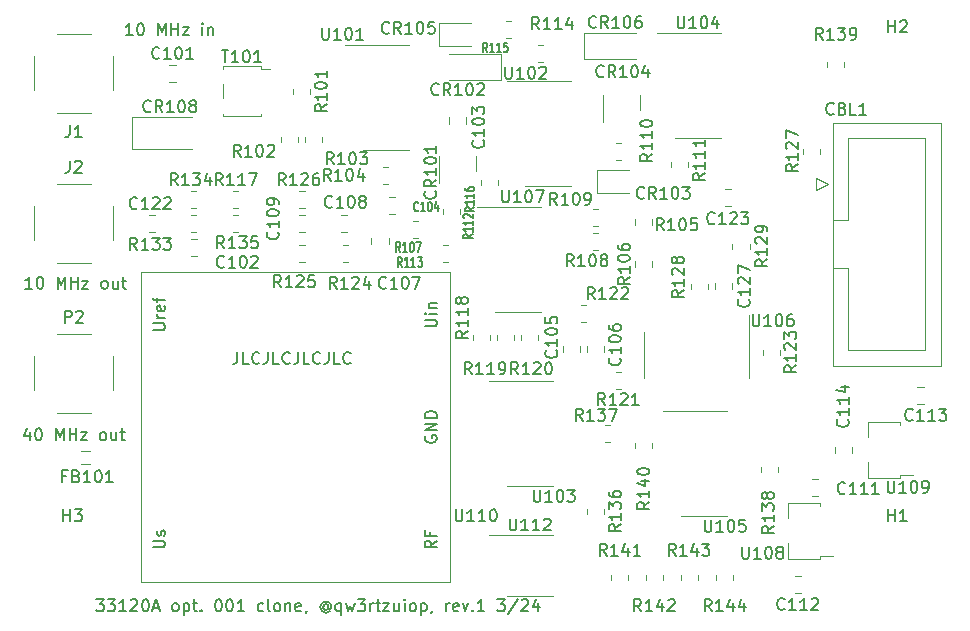
<source format=gbr>
%TF.GenerationSoftware,KiCad,Pcbnew,8.0.7*%
%TF.CreationDate,2024-12-25T18:39:50+01:00*%
%TF.ProjectId,33120a,33333132-3061-42e6-9b69-6361645f7063,rev?*%
%TF.SameCoordinates,Original*%
%TF.FileFunction,Legend,Top*%
%TF.FilePolarity,Positive*%
%FSLAX46Y46*%
G04 Gerber Fmt 4.6, Leading zero omitted, Abs format (unit mm)*
G04 Created by KiCad (PCBNEW 8.0.7) date 2024-12-25 18:39:50*
%MOMM*%
%LPD*%
G01*
G04 APERTURE LIST*
%ADD10C,0.150000*%
%ADD11C,0.120000*%
G04 APERTURE END LIST*
D10*
X110380951Y-109954819D02*
X110380951Y-110669104D01*
X110380951Y-110669104D02*
X110333332Y-110811961D01*
X110333332Y-110811961D02*
X110238094Y-110907200D01*
X110238094Y-110907200D02*
X110095237Y-110954819D01*
X110095237Y-110954819D02*
X109999999Y-110954819D01*
X111333332Y-110954819D02*
X110857142Y-110954819D01*
X110857142Y-110954819D02*
X110857142Y-109954819D01*
X112238094Y-110859580D02*
X112190475Y-110907200D01*
X112190475Y-110907200D02*
X112047618Y-110954819D01*
X112047618Y-110954819D02*
X111952380Y-110954819D01*
X111952380Y-110954819D02*
X111809523Y-110907200D01*
X111809523Y-110907200D02*
X111714285Y-110811961D01*
X111714285Y-110811961D02*
X111666666Y-110716723D01*
X111666666Y-110716723D02*
X111619047Y-110526247D01*
X111619047Y-110526247D02*
X111619047Y-110383390D01*
X111619047Y-110383390D02*
X111666666Y-110192914D01*
X111666666Y-110192914D02*
X111714285Y-110097676D01*
X111714285Y-110097676D02*
X111809523Y-110002438D01*
X111809523Y-110002438D02*
X111952380Y-109954819D01*
X111952380Y-109954819D02*
X112047618Y-109954819D01*
X112047618Y-109954819D02*
X112190475Y-110002438D01*
X112190475Y-110002438D02*
X112238094Y-110050057D01*
X112952380Y-109954819D02*
X112952380Y-110669104D01*
X112952380Y-110669104D02*
X112904761Y-110811961D01*
X112904761Y-110811961D02*
X112809523Y-110907200D01*
X112809523Y-110907200D02*
X112666666Y-110954819D01*
X112666666Y-110954819D02*
X112571428Y-110954819D01*
X113904761Y-110954819D02*
X113428571Y-110954819D01*
X113428571Y-110954819D02*
X113428571Y-109954819D01*
X114809523Y-110859580D02*
X114761904Y-110907200D01*
X114761904Y-110907200D02*
X114619047Y-110954819D01*
X114619047Y-110954819D02*
X114523809Y-110954819D01*
X114523809Y-110954819D02*
X114380952Y-110907200D01*
X114380952Y-110907200D02*
X114285714Y-110811961D01*
X114285714Y-110811961D02*
X114238095Y-110716723D01*
X114238095Y-110716723D02*
X114190476Y-110526247D01*
X114190476Y-110526247D02*
X114190476Y-110383390D01*
X114190476Y-110383390D02*
X114238095Y-110192914D01*
X114238095Y-110192914D02*
X114285714Y-110097676D01*
X114285714Y-110097676D02*
X114380952Y-110002438D01*
X114380952Y-110002438D02*
X114523809Y-109954819D01*
X114523809Y-109954819D02*
X114619047Y-109954819D01*
X114619047Y-109954819D02*
X114761904Y-110002438D01*
X114761904Y-110002438D02*
X114809523Y-110050057D01*
X115523809Y-109954819D02*
X115523809Y-110669104D01*
X115523809Y-110669104D02*
X115476190Y-110811961D01*
X115476190Y-110811961D02*
X115380952Y-110907200D01*
X115380952Y-110907200D02*
X115238095Y-110954819D01*
X115238095Y-110954819D02*
X115142857Y-110954819D01*
X116476190Y-110954819D02*
X116000000Y-110954819D01*
X116000000Y-110954819D02*
X116000000Y-109954819D01*
X117380952Y-110859580D02*
X117333333Y-110907200D01*
X117333333Y-110907200D02*
X117190476Y-110954819D01*
X117190476Y-110954819D02*
X117095238Y-110954819D01*
X117095238Y-110954819D02*
X116952381Y-110907200D01*
X116952381Y-110907200D02*
X116857143Y-110811961D01*
X116857143Y-110811961D02*
X116809524Y-110716723D01*
X116809524Y-110716723D02*
X116761905Y-110526247D01*
X116761905Y-110526247D02*
X116761905Y-110383390D01*
X116761905Y-110383390D02*
X116809524Y-110192914D01*
X116809524Y-110192914D02*
X116857143Y-110097676D01*
X116857143Y-110097676D02*
X116952381Y-110002438D01*
X116952381Y-110002438D02*
X117095238Y-109954819D01*
X117095238Y-109954819D02*
X117190476Y-109954819D01*
X117190476Y-109954819D02*
X117333333Y-110002438D01*
X117333333Y-110002438D02*
X117380952Y-110050057D01*
X118095238Y-109954819D02*
X118095238Y-110669104D01*
X118095238Y-110669104D02*
X118047619Y-110811961D01*
X118047619Y-110811961D02*
X117952381Y-110907200D01*
X117952381Y-110907200D02*
X117809524Y-110954819D01*
X117809524Y-110954819D02*
X117714286Y-110954819D01*
X119047619Y-110954819D02*
X118571429Y-110954819D01*
X118571429Y-110954819D02*
X118571429Y-109954819D01*
X119952381Y-110859580D02*
X119904762Y-110907200D01*
X119904762Y-110907200D02*
X119761905Y-110954819D01*
X119761905Y-110954819D02*
X119666667Y-110954819D01*
X119666667Y-110954819D02*
X119523810Y-110907200D01*
X119523810Y-110907200D02*
X119428572Y-110811961D01*
X119428572Y-110811961D02*
X119380953Y-110716723D01*
X119380953Y-110716723D02*
X119333334Y-110526247D01*
X119333334Y-110526247D02*
X119333334Y-110383390D01*
X119333334Y-110383390D02*
X119380953Y-110192914D01*
X119380953Y-110192914D02*
X119428572Y-110097676D01*
X119428572Y-110097676D02*
X119523810Y-110002438D01*
X119523810Y-110002438D02*
X119666667Y-109954819D01*
X119666667Y-109954819D02*
X119761905Y-109954819D01*
X119761905Y-109954819D02*
X119904762Y-110002438D01*
X119904762Y-110002438D02*
X119952381Y-110050057D01*
X98435284Y-130899819D02*
X99054331Y-130899819D01*
X99054331Y-130899819D02*
X98720998Y-131280771D01*
X98720998Y-131280771D02*
X98863855Y-131280771D01*
X98863855Y-131280771D02*
X98959093Y-131328390D01*
X98959093Y-131328390D02*
X99006712Y-131376009D01*
X99006712Y-131376009D02*
X99054331Y-131471247D01*
X99054331Y-131471247D02*
X99054331Y-131709342D01*
X99054331Y-131709342D02*
X99006712Y-131804580D01*
X99006712Y-131804580D02*
X98959093Y-131852200D01*
X98959093Y-131852200D02*
X98863855Y-131899819D01*
X98863855Y-131899819D02*
X98578141Y-131899819D01*
X98578141Y-131899819D02*
X98482903Y-131852200D01*
X98482903Y-131852200D02*
X98435284Y-131804580D01*
X99387665Y-130899819D02*
X100006712Y-130899819D01*
X100006712Y-130899819D02*
X99673379Y-131280771D01*
X99673379Y-131280771D02*
X99816236Y-131280771D01*
X99816236Y-131280771D02*
X99911474Y-131328390D01*
X99911474Y-131328390D02*
X99959093Y-131376009D01*
X99959093Y-131376009D02*
X100006712Y-131471247D01*
X100006712Y-131471247D02*
X100006712Y-131709342D01*
X100006712Y-131709342D02*
X99959093Y-131804580D01*
X99959093Y-131804580D02*
X99911474Y-131852200D01*
X99911474Y-131852200D02*
X99816236Y-131899819D01*
X99816236Y-131899819D02*
X99530522Y-131899819D01*
X99530522Y-131899819D02*
X99435284Y-131852200D01*
X99435284Y-131852200D02*
X99387665Y-131804580D01*
X100959093Y-131899819D02*
X100387665Y-131899819D01*
X100673379Y-131899819D02*
X100673379Y-130899819D01*
X100673379Y-130899819D02*
X100578141Y-131042676D01*
X100578141Y-131042676D02*
X100482903Y-131137914D01*
X100482903Y-131137914D02*
X100387665Y-131185533D01*
X101340046Y-130995057D02*
X101387665Y-130947438D01*
X101387665Y-130947438D02*
X101482903Y-130899819D01*
X101482903Y-130899819D02*
X101720998Y-130899819D01*
X101720998Y-130899819D02*
X101816236Y-130947438D01*
X101816236Y-130947438D02*
X101863855Y-130995057D01*
X101863855Y-130995057D02*
X101911474Y-131090295D01*
X101911474Y-131090295D02*
X101911474Y-131185533D01*
X101911474Y-131185533D02*
X101863855Y-131328390D01*
X101863855Y-131328390D02*
X101292427Y-131899819D01*
X101292427Y-131899819D02*
X101911474Y-131899819D01*
X102530522Y-130899819D02*
X102625760Y-130899819D01*
X102625760Y-130899819D02*
X102720998Y-130947438D01*
X102720998Y-130947438D02*
X102768617Y-130995057D01*
X102768617Y-130995057D02*
X102816236Y-131090295D01*
X102816236Y-131090295D02*
X102863855Y-131280771D01*
X102863855Y-131280771D02*
X102863855Y-131518866D01*
X102863855Y-131518866D02*
X102816236Y-131709342D01*
X102816236Y-131709342D02*
X102768617Y-131804580D01*
X102768617Y-131804580D02*
X102720998Y-131852200D01*
X102720998Y-131852200D02*
X102625760Y-131899819D01*
X102625760Y-131899819D02*
X102530522Y-131899819D01*
X102530522Y-131899819D02*
X102435284Y-131852200D01*
X102435284Y-131852200D02*
X102387665Y-131804580D01*
X102387665Y-131804580D02*
X102340046Y-131709342D01*
X102340046Y-131709342D02*
X102292427Y-131518866D01*
X102292427Y-131518866D02*
X102292427Y-131280771D01*
X102292427Y-131280771D02*
X102340046Y-131090295D01*
X102340046Y-131090295D02*
X102387665Y-130995057D01*
X102387665Y-130995057D02*
X102435284Y-130947438D01*
X102435284Y-130947438D02*
X102530522Y-130899819D01*
X103244808Y-131614104D02*
X103720998Y-131614104D01*
X103149570Y-131899819D02*
X103482903Y-130899819D01*
X103482903Y-130899819D02*
X103816236Y-131899819D01*
X105054332Y-131899819D02*
X104959094Y-131852200D01*
X104959094Y-131852200D02*
X104911475Y-131804580D01*
X104911475Y-131804580D02*
X104863856Y-131709342D01*
X104863856Y-131709342D02*
X104863856Y-131423628D01*
X104863856Y-131423628D02*
X104911475Y-131328390D01*
X104911475Y-131328390D02*
X104959094Y-131280771D01*
X104959094Y-131280771D02*
X105054332Y-131233152D01*
X105054332Y-131233152D02*
X105197189Y-131233152D01*
X105197189Y-131233152D02*
X105292427Y-131280771D01*
X105292427Y-131280771D02*
X105340046Y-131328390D01*
X105340046Y-131328390D02*
X105387665Y-131423628D01*
X105387665Y-131423628D02*
X105387665Y-131709342D01*
X105387665Y-131709342D02*
X105340046Y-131804580D01*
X105340046Y-131804580D02*
X105292427Y-131852200D01*
X105292427Y-131852200D02*
X105197189Y-131899819D01*
X105197189Y-131899819D02*
X105054332Y-131899819D01*
X105816237Y-131233152D02*
X105816237Y-132233152D01*
X105816237Y-131280771D02*
X105911475Y-131233152D01*
X105911475Y-131233152D02*
X106101951Y-131233152D01*
X106101951Y-131233152D02*
X106197189Y-131280771D01*
X106197189Y-131280771D02*
X106244808Y-131328390D01*
X106244808Y-131328390D02*
X106292427Y-131423628D01*
X106292427Y-131423628D02*
X106292427Y-131709342D01*
X106292427Y-131709342D02*
X106244808Y-131804580D01*
X106244808Y-131804580D02*
X106197189Y-131852200D01*
X106197189Y-131852200D02*
X106101951Y-131899819D01*
X106101951Y-131899819D02*
X105911475Y-131899819D01*
X105911475Y-131899819D02*
X105816237Y-131852200D01*
X106578142Y-131233152D02*
X106959094Y-131233152D01*
X106720999Y-130899819D02*
X106720999Y-131756961D01*
X106720999Y-131756961D02*
X106768618Y-131852200D01*
X106768618Y-131852200D02*
X106863856Y-131899819D01*
X106863856Y-131899819D02*
X106959094Y-131899819D01*
X107292428Y-131804580D02*
X107340047Y-131852200D01*
X107340047Y-131852200D02*
X107292428Y-131899819D01*
X107292428Y-131899819D02*
X107244809Y-131852200D01*
X107244809Y-131852200D02*
X107292428Y-131804580D01*
X107292428Y-131804580D02*
X107292428Y-131899819D01*
X108720999Y-130899819D02*
X108816237Y-130899819D01*
X108816237Y-130899819D02*
X108911475Y-130947438D01*
X108911475Y-130947438D02*
X108959094Y-130995057D01*
X108959094Y-130995057D02*
X109006713Y-131090295D01*
X109006713Y-131090295D02*
X109054332Y-131280771D01*
X109054332Y-131280771D02*
X109054332Y-131518866D01*
X109054332Y-131518866D02*
X109006713Y-131709342D01*
X109006713Y-131709342D02*
X108959094Y-131804580D01*
X108959094Y-131804580D02*
X108911475Y-131852200D01*
X108911475Y-131852200D02*
X108816237Y-131899819D01*
X108816237Y-131899819D02*
X108720999Y-131899819D01*
X108720999Y-131899819D02*
X108625761Y-131852200D01*
X108625761Y-131852200D02*
X108578142Y-131804580D01*
X108578142Y-131804580D02*
X108530523Y-131709342D01*
X108530523Y-131709342D02*
X108482904Y-131518866D01*
X108482904Y-131518866D02*
X108482904Y-131280771D01*
X108482904Y-131280771D02*
X108530523Y-131090295D01*
X108530523Y-131090295D02*
X108578142Y-130995057D01*
X108578142Y-130995057D02*
X108625761Y-130947438D01*
X108625761Y-130947438D02*
X108720999Y-130899819D01*
X109673380Y-130899819D02*
X109768618Y-130899819D01*
X109768618Y-130899819D02*
X109863856Y-130947438D01*
X109863856Y-130947438D02*
X109911475Y-130995057D01*
X109911475Y-130995057D02*
X109959094Y-131090295D01*
X109959094Y-131090295D02*
X110006713Y-131280771D01*
X110006713Y-131280771D02*
X110006713Y-131518866D01*
X110006713Y-131518866D02*
X109959094Y-131709342D01*
X109959094Y-131709342D02*
X109911475Y-131804580D01*
X109911475Y-131804580D02*
X109863856Y-131852200D01*
X109863856Y-131852200D02*
X109768618Y-131899819D01*
X109768618Y-131899819D02*
X109673380Y-131899819D01*
X109673380Y-131899819D02*
X109578142Y-131852200D01*
X109578142Y-131852200D02*
X109530523Y-131804580D01*
X109530523Y-131804580D02*
X109482904Y-131709342D01*
X109482904Y-131709342D02*
X109435285Y-131518866D01*
X109435285Y-131518866D02*
X109435285Y-131280771D01*
X109435285Y-131280771D02*
X109482904Y-131090295D01*
X109482904Y-131090295D02*
X109530523Y-130995057D01*
X109530523Y-130995057D02*
X109578142Y-130947438D01*
X109578142Y-130947438D02*
X109673380Y-130899819D01*
X110959094Y-131899819D02*
X110387666Y-131899819D01*
X110673380Y-131899819D02*
X110673380Y-130899819D01*
X110673380Y-130899819D02*
X110578142Y-131042676D01*
X110578142Y-131042676D02*
X110482904Y-131137914D01*
X110482904Y-131137914D02*
X110387666Y-131185533D01*
X112578142Y-131852200D02*
X112482904Y-131899819D01*
X112482904Y-131899819D02*
X112292428Y-131899819D01*
X112292428Y-131899819D02*
X112197190Y-131852200D01*
X112197190Y-131852200D02*
X112149571Y-131804580D01*
X112149571Y-131804580D02*
X112101952Y-131709342D01*
X112101952Y-131709342D02*
X112101952Y-131423628D01*
X112101952Y-131423628D02*
X112149571Y-131328390D01*
X112149571Y-131328390D02*
X112197190Y-131280771D01*
X112197190Y-131280771D02*
X112292428Y-131233152D01*
X112292428Y-131233152D02*
X112482904Y-131233152D01*
X112482904Y-131233152D02*
X112578142Y-131280771D01*
X113149571Y-131899819D02*
X113054333Y-131852200D01*
X113054333Y-131852200D02*
X113006714Y-131756961D01*
X113006714Y-131756961D02*
X113006714Y-130899819D01*
X113673381Y-131899819D02*
X113578143Y-131852200D01*
X113578143Y-131852200D02*
X113530524Y-131804580D01*
X113530524Y-131804580D02*
X113482905Y-131709342D01*
X113482905Y-131709342D02*
X113482905Y-131423628D01*
X113482905Y-131423628D02*
X113530524Y-131328390D01*
X113530524Y-131328390D02*
X113578143Y-131280771D01*
X113578143Y-131280771D02*
X113673381Y-131233152D01*
X113673381Y-131233152D02*
X113816238Y-131233152D01*
X113816238Y-131233152D02*
X113911476Y-131280771D01*
X113911476Y-131280771D02*
X113959095Y-131328390D01*
X113959095Y-131328390D02*
X114006714Y-131423628D01*
X114006714Y-131423628D02*
X114006714Y-131709342D01*
X114006714Y-131709342D02*
X113959095Y-131804580D01*
X113959095Y-131804580D02*
X113911476Y-131852200D01*
X113911476Y-131852200D02*
X113816238Y-131899819D01*
X113816238Y-131899819D02*
X113673381Y-131899819D01*
X114435286Y-131233152D02*
X114435286Y-131899819D01*
X114435286Y-131328390D02*
X114482905Y-131280771D01*
X114482905Y-131280771D02*
X114578143Y-131233152D01*
X114578143Y-131233152D02*
X114721000Y-131233152D01*
X114721000Y-131233152D02*
X114816238Y-131280771D01*
X114816238Y-131280771D02*
X114863857Y-131376009D01*
X114863857Y-131376009D02*
X114863857Y-131899819D01*
X115721000Y-131852200D02*
X115625762Y-131899819D01*
X115625762Y-131899819D02*
X115435286Y-131899819D01*
X115435286Y-131899819D02*
X115340048Y-131852200D01*
X115340048Y-131852200D02*
X115292429Y-131756961D01*
X115292429Y-131756961D02*
X115292429Y-131376009D01*
X115292429Y-131376009D02*
X115340048Y-131280771D01*
X115340048Y-131280771D02*
X115435286Y-131233152D01*
X115435286Y-131233152D02*
X115625762Y-131233152D01*
X115625762Y-131233152D02*
X115721000Y-131280771D01*
X115721000Y-131280771D02*
X115768619Y-131376009D01*
X115768619Y-131376009D02*
X115768619Y-131471247D01*
X115768619Y-131471247D02*
X115292429Y-131566485D01*
X116244810Y-131852200D02*
X116244810Y-131899819D01*
X116244810Y-131899819D02*
X116197191Y-131995057D01*
X116197191Y-131995057D02*
X116149572Y-132042676D01*
X118054333Y-131423628D02*
X118006714Y-131376009D01*
X118006714Y-131376009D02*
X117911476Y-131328390D01*
X117911476Y-131328390D02*
X117816238Y-131328390D01*
X117816238Y-131328390D02*
X117721000Y-131376009D01*
X117721000Y-131376009D02*
X117673381Y-131423628D01*
X117673381Y-131423628D02*
X117625762Y-131518866D01*
X117625762Y-131518866D02*
X117625762Y-131614104D01*
X117625762Y-131614104D02*
X117673381Y-131709342D01*
X117673381Y-131709342D02*
X117721000Y-131756961D01*
X117721000Y-131756961D02*
X117816238Y-131804580D01*
X117816238Y-131804580D02*
X117911476Y-131804580D01*
X117911476Y-131804580D02*
X118006714Y-131756961D01*
X118006714Y-131756961D02*
X118054333Y-131709342D01*
X118054333Y-131328390D02*
X118054333Y-131709342D01*
X118054333Y-131709342D02*
X118101952Y-131756961D01*
X118101952Y-131756961D02*
X118149571Y-131756961D01*
X118149571Y-131756961D02*
X118244810Y-131709342D01*
X118244810Y-131709342D02*
X118292429Y-131614104D01*
X118292429Y-131614104D02*
X118292429Y-131376009D01*
X118292429Y-131376009D02*
X118197191Y-131233152D01*
X118197191Y-131233152D02*
X118054333Y-131137914D01*
X118054333Y-131137914D02*
X117863857Y-131090295D01*
X117863857Y-131090295D02*
X117673381Y-131137914D01*
X117673381Y-131137914D02*
X117530524Y-131233152D01*
X117530524Y-131233152D02*
X117435286Y-131376009D01*
X117435286Y-131376009D02*
X117387667Y-131566485D01*
X117387667Y-131566485D02*
X117435286Y-131756961D01*
X117435286Y-131756961D02*
X117530524Y-131899819D01*
X117530524Y-131899819D02*
X117673381Y-131995057D01*
X117673381Y-131995057D02*
X117863857Y-132042676D01*
X117863857Y-132042676D02*
X118054333Y-131995057D01*
X118054333Y-131995057D02*
X118197191Y-131899819D01*
X119149571Y-131233152D02*
X119149571Y-132233152D01*
X119149571Y-131852200D02*
X119054333Y-131899819D01*
X119054333Y-131899819D02*
X118863857Y-131899819D01*
X118863857Y-131899819D02*
X118768619Y-131852200D01*
X118768619Y-131852200D02*
X118721000Y-131804580D01*
X118721000Y-131804580D02*
X118673381Y-131709342D01*
X118673381Y-131709342D02*
X118673381Y-131423628D01*
X118673381Y-131423628D02*
X118721000Y-131328390D01*
X118721000Y-131328390D02*
X118768619Y-131280771D01*
X118768619Y-131280771D02*
X118863857Y-131233152D01*
X118863857Y-131233152D02*
X119054333Y-131233152D01*
X119054333Y-131233152D02*
X119149571Y-131280771D01*
X119530524Y-131233152D02*
X119721000Y-131899819D01*
X119721000Y-131899819D02*
X119911476Y-131423628D01*
X119911476Y-131423628D02*
X120101952Y-131899819D01*
X120101952Y-131899819D02*
X120292428Y-131233152D01*
X120578143Y-130899819D02*
X121197190Y-130899819D01*
X121197190Y-130899819D02*
X120863857Y-131280771D01*
X120863857Y-131280771D02*
X121006714Y-131280771D01*
X121006714Y-131280771D02*
X121101952Y-131328390D01*
X121101952Y-131328390D02*
X121149571Y-131376009D01*
X121149571Y-131376009D02*
X121197190Y-131471247D01*
X121197190Y-131471247D02*
X121197190Y-131709342D01*
X121197190Y-131709342D02*
X121149571Y-131804580D01*
X121149571Y-131804580D02*
X121101952Y-131852200D01*
X121101952Y-131852200D02*
X121006714Y-131899819D01*
X121006714Y-131899819D02*
X120721000Y-131899819D01*
X120721000Y-131899819D02*
X120625762Y-131852200D01*
X120625762Y-131852200D02*
X120578143Y-131804580D01*
X121625762Y-131899819D02*
X121625762Y-131233152D01*
X121625762Y-131423628D02*
X121673381Y-131328390D01*
X121673381Y-131328390D02*
X121721000Y-131280771D01*
X121721000Y-131280771D02*
X121816238Y-131233152D01*
X121816238Y-131233152D02*
X121911476Y-131233152D01*
X122101953Y-131233152D02*
X122482905Y-131233152D01*
X122244810Y-130899819D02*
X122244810Y-131756961D01*
X122244810Y-131756961D02*
X122292429Y-131852200D01*
X122292429Y-131852200D02*
X122387667Y-131899819D01*
X122387667Y-131899819D02*
X122482905Y-131899819D01*
X122721001Y-131233152D02*
X123244810Y-131233152D01*
X123244810Y-131233152D02*
X122721001Y-131899819D01*
X122721001Y-131899819D02*
X123244810Y-131899819D01*
X124054334Y-131233152D02*
X124054334Y-131899819D01*
X123625763Y-131233152D02*
X123625763Y-131756961D01*
X123625763Y-131756961D02*
X123673382Y-131852200D01*
X123673382Y-131852200D02*
X123768620Y-131899819D01*
X123768620Y-131899819D02*
X123911477Y-131899819D01*
X123911477Y-131899819D02*
X124006715Y-131852200D01*
X124006715Y-131852200D02*
X124054334Y-131804580D01*
X124530525Y-131899819D02*
X124530525Y-131233152D01*
X124530525Y-130899819D02*
X124482906Y-130947438D01*
X124482906Y-130947438D02*
X124530525Y-130995057D01*
X124530525Y-130995057D02*
X124578144Y-130947438D01*
X124578144Y-130947438D02*
X124530525Y-130899819D01*
X124530525Y-130899819D02*
X124530525Y-130995057D01*
X125149572Y-131899819D02*
X125054334Y-131852200D01*
X125054334Y-131852200D02*
X125006715Y-131804580D01*
X125006715Y-131804580D02*
X124959096Y-131709342D01*
X124959096Y-131709342D02*
X124959096Y-131423628D01*
X124959096Y-131423628D02*
X125006715Y-131328390D01*
X125006715Y-131328390D02*
X125054334Y-131280771D01*
X125054334Y-131280771D02*
X125149572Y-131233152D01*
X125149572Y-131233152D02*
X125292429Y-131233152D01*
X125292429Y-131233152D02*
X125387667Y-131280771D01*
X125387667Y-131280771D02*
X125435286Y-131328390D01*
X125435286Y-131328390D02*
X125482905Y-131423628D01*
X125482905Y-131423628D02*
X125482905Y-131709342D01*
X125482905Y-131709342D02*
X125435286Y-131804580D01*
X125435286Y-131804580D02*
X125387667Y-131852200D01*
X125387667Y-131852200D02*
X125292429Y-131899819D01*
X125292429Y-131899819D02*
X125149572Y-131899819D01*
X125911477Y-131233152D02*
X125911477Y-132233152D01*
X125911477Y-131280771D02*
X126006715Y-131233152D01*
X126006715Y-131233152D02*
X126197191Y-131233152D01*
X126197191Y-131233152D02*
X126292429Y-131280771D01*
X126292429Y-131280771D02*
X126340048Y-131328390D01*
X126340048Y-131328390D02*
X126387667Y-131423628D01*
X126387667Y-131423628D02*
X126387667Y-131709342D01*
X126387667Y-131709342D02*
X126340048Y-131804580D01*
X126340048Y-131804580D02*
X126292429Y-131852200D01*
X126292429Y-131852200D02*
X126197191Y-131899819D01*
X126197191Y-131899819D02*
X126006715Y-131899819D01*
X126006715Y-131899819D02*
X125911477Y-131852200D01*
X126863858Y-131852200D02*
X126863858Y-131899819D01*
X126863858Y-131899819D02*
X126816239Y-131995057D01*
X126816239Y-131995057D02*
X126768620Y-132042676D01*
X128054334Y-131899819D02*
X128054334Y-131233152D01*
X128054334Y-131423628D02*
X128101953Y-131328390D01*
X128101953Y-131328390D02*
X128149572Y-131280771D01*
X128149572Y-131280771D02*
X128244810Y-131233152D01*
X128244810Y-131233152D02*
X128340048Y-131233152D01*
X129054334Y-131852200D02*
X128959096Y-131899819D01*
X128959096Y-131899819D02*
X128768620Y-131899819D01*
X128768620Y-131899819D02*
X128673382Y-131852200D01*
X128673382Y-131852200D02*
X128625763Y-131756961D01*
X128625763Y-131756961D02*
X128625763Y-131376009D01*
X128625763Y-131376009D02*
X128673382Y-131280771D01*
X128673382Y-131280771D02*
X128768620Y-131233152D01*
X128768620Y-131233152D02*
X128959096Y-131233152D01*
X128959096Y-131233152D02*
X129054334Y-131280771D01*
X129054334Y-131280771D02*
X129101953Y-131376009D01*
X129101953Y-131376009D02*
X129101953Y-131471247D01*
X129101953Y-131471247D02*
X128625763Y-131566485D01*
X129435287Y-131233152D02*
X129673382Y-131899819D01*
X129673382Y-131899819D02*
X129911477Y-131233152D01*
X130292430Y-131804580D02*
X130340049Y-131852200D01*
X130340049Y-131852200D02*
X130292430Y-131899819D01*
X130292430Y-131899819D02*
X130244811Y-131852200D01*
X130244811Y-131852200D02*
X130292430Y-131804580D01*
X130292430Y-131804580D02*
X130292430Y-131899819D01*
X131292429Y-131899819D02*
X130721001Y-131899819D01*
X131006715Y-131899819D02*
X131006715Y-130899819D01*
X131006715Y-130899819D02*
X130911477Y-131042676D01*
X130911477Y-131042676D02*
X130816239Y-131137914D01*
X130816239Y-131137914D02*
X130721001Y-131185533D01*
X132387668Y-130899819D02*
X133006715Y-130899819D01*
X133006715Y-130899819D02*
X132673382Y-131280771D01*
X132673382Y-131280771D02*
X132816239Y-131280771D01*
X132816239Y-131280771D02*
X132911477Y-131328390D01*
X132911477Y-131328390D02*
X132959096Y-131376009D01*
X132959096Y-131376009D02*
X133006715Y-131471247D01*
X133006715Y-131471247D02*
X133006715Y-131709342D01*
X133006715Y-131709342D02*
X132959096Y-131804580D01*
X132959096Y-131804580D02*
X132911477Y-131852200D01*
X132911477Y-131852200D02*
X132816239Y-131899819D01*
X132816239Y-131899819D02*
X132530525Y-131899819D01*
X132530525Y-131899819D02*
X132435287Y-131852200D01*
X132435287Y-131852200D02*
X132387668Y-131804580D01*
X134149572Y-130852200D02*
X133292430Y-132137914D01*
X134435287Y-130995057D02*
X134482906Y-130947438D01*
X134482906Y-130947438D02*
X134578144Y-130899819D01*
X134578144Y-130899819D02*
X134816239Y-130899819D01*
X134816239Y-130899819D02*
X134911477Y-130947438D01*
X134911477Y-130947438D02*
X134959096Y-130995057D01*
X134959096Y-130995057D02*
X135006715Y-131090295D01*
X135006715Y-131090295D02*
X135006715Y-131185533D01*
X135006715Y-131185533D02*
X134959096Y-131328390D01*
X134959096Y-131328390D02*
X134387668Y-131899819D01*
X134387668Y-131899819D02*
X135006715Y-131899819D01*
X135863858Y-131233152D02*
X135863858Y-131899819D01*
X135625763Y-130852200D02*
X135387668Y-131566485D01*
X135387668Y-131566485D02*
X136006715Y-131566485D01*
X92781904Y-116755152D02*
X92781904Y-117421819D01*
X92543809Y-116374200D02*
X92305714Y-117088485D01*
X92305714Y-117088485D02*
X92924761Y-117088485D01*
X93496190Y-116421819D02*
X93591428Y-116421819D01*
X93591428Y-116421819D02*
X93686666Y-116469438D01*
X93686666Y-116469438D02*
X93734285Y-116517057D01*
X93734285Y-116517057D02*
X93781904Y-116612295D01*
X93781904Y-116612295D02*
X93829523Y-116802771D01*
X93829523Y-116802771D02*
X93829523Y-117040866D01*
X93829523Y-117040866D02*
X93781904Y-117231342D01*
X93781904Y-117231342D02*
X93734285Y-117326580D01*
X93734285Y-117326580D02*
X93686666Y-117374200D01*
X93686666Y-117374200D02*
X93591428Y-117421819D01*
X93591428Y-117421819D02*
X93496190Y-117421819D01*
X93496190Y-117421819D02*
X93400952Y-117374200D01*
X93400952Y-117374200D02*
X93353333Y-117326580D01*
X93353333Y-117326580D02*
X93305714Y-117231342D01*
X93305714Y-117231342D02*
X93258095Y-117040866D01*
X93258095Y-117040866D02*
X93258095Y-116802771D01*
X93258095Y-116802771D02*
X93305714Y-116612295D01*
X93305714Y-116612295D02*
X93353333Y-116517057D01*
X93353333Y-116517057D02*
X93400952Y-116469438D01*
X93400952Y-116469438D02*
X93496190Y-116421819D01*
X95020000Y-117421819D02*
X95020000Y-116421819D01*
X95020000Y-116421819D02*
X95353333Y-117136104D01*
X95353333Y-117136104D02*
X95686666Y-116421819D01*
X95686666Y-116421819D02*
X95686666Y-117421819D01*
X96162857Y-117421819D02*
X96162857Y-116421819D01*
X96162857Y-116898009D02*
X96734285Y-116898009D01*
X96734285Y-117421819D02*
X96734285Y-116421819D01*
X97115238Y-116755152D02*
X97639047Y-116755152D01*
X97639047Y-116755152D02*
X97115238Y-117421819D01*
X97115238Y-117421819D02*
X97639047Y-117421819D01*
X98924762Y-117421819D02*
X98829524Y-117374200D01*
X98829524Y-117374200D02*
X98781905Y-117326580D01*
X98781905Y-117326580D02*
X98734286Y-117231342D01*
X98734286Y-117231342D02*
X98734286Y-116945628D01*
X98734286Y-116945628D02*
X98781905Y-116850390D01*
X98781905Y-116850390D02*
X98829524Y-116802771D01*
X98829524Y-116802771D02*
X98924762Y-116755152D01*
X98924762Y-116755152D02*
X99067619Y-116755152D01*
X99067619Y-116755152D02*
X99162857Y-116802771D01*
X99162857Y-116802771D02*
X99210476Y-116850390D01*
X99210476Y-116850390D02*
X99258095Y-116945628D01*
X99258095Y-116945628D02*
X99258095Y-117231342D01*
X99258095Y-117231342D02*
X99210476Y-117326580D01*
X99210476Y-117326580D02*
X99162857Y-117374200D01*
X99162857Y-117374200D02*
X99067619Y-117421819D01*
X99067619Y-117421819D02*
X98924762Y-117421819D01*
X100115238Y-116755152D02*
X100115238Y-117421819D01*
X99686667Y-116755152D02*
X99686667Y-117278961D01*
X99686667Y-117278961D02*
X99734286Y-117374200D01*
X99734286Y-117374200D02*
X99829524Y-117421819D01*
X99829524Y-117421819D02*
X99972381Y-117421819D01*
X99972381Y-117421819D02*
X100067619Y-117374200D01*
X100067619Y-117374200D02*
X100115238Y-117326580D01*
X100448572Y-116755152D02*
X100829524Y-116755152D01*
X100591429Y-116421819D02*
X100591429Y-117278961D01*
X100591429Y-117278961D02*
X100639048Y-117374200D01*
X100639048Y-117374200D02*
X100734286Y-117421819D01*
X100734286Y-117421819D02*
X100829524Y-117421819D01*
X93004142Y-104594819D02*
X92432714Y-104594819D01*
X92718428Y-104594819D02*
X92718428Y-103594819D01*
X92718428Y-103594819D02*
X92623190Y-103737676D01*
X92623190Y-103737676D02*
X92527952Y-103832914D01*
X92527952Y-103832914D02*
X92432714Y-103880533D01*
X93623190Y-103594819D02*
X93718428Y-103594819D01*
X93718428Y-103594819D02*
X93813666Y-103642438D01*
X93813666Y-103642438D02*
X93861285Y-103690057D01*
X93861285Y-103690057D02*
X93908904Y-103785295D01*
X93908904Y-103785295D02*
X93956523Y-103975771D01*
X93956523Y-103975771D02*
X93956523Y-104213866D01*
X93956523Y-104213866D02*
X93908904Y-104404342D01*
X93908904Y-104404342D02*
X93861285Y-104499580D01*
X93861285Y-104499580D02*
X93813666Y-104547200D01*
X93813666Y-104547200D02*
X93718428Y-104594819D01*
X93718428Y-104594819D02*
X93623190Y-104594819D01*
X93623190Y-104594819D02*
X93527952Y-104547200D01*
X93527952Y-104547200D02*
X93480333Y-104499580D01*
X93480333Y-104499580D02*
X93432714Y-104404342D01*
X93432714Y-104404342D02*
X93385095Y-104213866D01*
X93385095Y-104213866D02*
X93385095Y-103975771D01*
X93385095Y-103975771D02*
X93432714Y-103785295D01*
X93432714Y-103785295D02*
X93480333Y-103690057D01*
X93480333Y-103690057D02*
X93527952Y-103642438D01*
X93527952Y-103642438D02*
X93623190Y-103594819D01*
X95147000Y-104594819D02*
X95147000Y-103594819D01*
X95147000Y-103594819D02*
X95480333Y-104309104D01*
X95480333Y-104309104D02*
X95813666Y-103594819D01*
X95813666Y-103594819D02*
X95813666Y-104594819D01*
X96289857Y-104594819D02*
X96289857Y-103594819D01*
X96289857Y-104071009D02*
X96861285Y-104071009D01*
X96861285Y-104594819D02*
X96861285Y-103594819D01*
X97242238Y-103928152D02*
X97766047Y-103928152D01*
X97766047Y-103928152D02*
X97242238Y-104594819D01*
X97242238Y-104594819D02*
X97766047Y-104594819D01*
X99051762Y-104594819D02*
X98956524Y-104547200D01*
X98956524Y-104547200D02*
X98908905Y-104499580D01*
X98908905Y-104499580D02*
X98861286Y-104404342D01*
X98861286Y-104404342D02*
X98861286Y-104118628D01*
X98861286Y-104118628D02*
X98908905Y-104023390D01*
X98908905Y-104023390D02*
X98956524Y-103975771D01*
X98956524Y-103975771D02*
X99051762Y-103928152D01*
X99051762Y-103928152D02*
X99194619Y-103928152D01*
X99194619Y-103928152D02*
X99289857Y-103975771D01*
X99289857Y-103975771D02*
X99337476Y-104023390D01*
X99337476Y-104023390D02*
X99385095Y-104118628D01*
X99385095Y-104118628D02*
X99385095Y-104404342D01*
X99385095Y-104404342D02*
X99337476Y-104499580D01*
X99337476Y-104499580D02*
X99289857Y-104547200D01*
X99289857Y-104547200D02*
X99194619Y-104594819D01*
X99194619Y-104594819D02*
X99051762Y-104594819D01*
X100242238Y-103928152D02*
X100242238Y-104594819D01*
X99813667Y-103928152D02*
X99813667Y-104451961D01*
X99813667Y-104451961D02*
X99861286Y-104547200D01*
X99861286Y-104547200D02*
X99956524Y-104594819D01*
X99956524Y-104594819D02*
X100099381Y-104594819D01*
X100099381Y-104594819D02*
X100194619Y-104547200D01*
X100194619Y-104547200D02*
X100242238Y-104499580D01*
X100575572Y-103928152D02*
X100956524Y-103928152D01*
X100718429Y-103594819D02*
X100718429Y-104451961D01*
X100718429Y-104451961D02*
X100766048Y-104547200D01*
X100766048Y-104547200D02*
X100861286Y-104594819D01*
X100861286Y-104594819D02*
X100956524Y-104594819D01*
X101505142Y-83131819D02*
X100933714Y-83131819D01*
X101219428Y-83131819D02*
X101219428Y-82131819D01*
X101219428Y-82131819D02*
X101124190Y-82274676D01*
X101124190Y-82274676D02*
X101028952Y-82369914D01*
X101028952Y-82369914D02*
X100933714Y-82417533D01*
X102124190Y-82131819D02*
X102219428Y-82131819D01*
X102219428Y-82131819D02*
X102314666Y-82179438D01*
X102314666Y-82179438D02*
X102362285Y-82227057D01*
X102362285Y-82227057D02*
X102409904Y-82322295D01*
X102409904Y-82322295D02*
X102457523Y-82512771D01*
X102457523Y-82512771D02*
X102457523Y-82750866D01*
X102457523Y-82750866D02*
X102409904Y-82941342D01*
X102409904Y-82941342D02*
X102362285Y-83036580D01*
X102362285Y-83036580D02*
X102314666Y-83084200D01*
X102314666Y-83084200D02*
X102219428Y-83131819D01*
X102219428Y-83131819D02*
X102124190Y-83131819D01*
X102124190Y-83131819D02*
X102028952Y-83084200D01*
X102028952Y-83084200D02*
X101981333Y-83036580D01*
X101981333Y-83036580D02*
X101933714Y-82941342D01*
X101933714Y-82941342D02*
X101886095Y-82750866D01*
X101886095Y-82750866D02*
X101886095Y-82512771D01*
X101886095Y-82512771D02*
X101933714Y-82322295D01*
X101933714Y-82322295D02*
X101981333Y-82227057D01*
X101981333Y-82227057D02*
X102028952Y-82179438D01*
X102028952Y-82179438D02*
X102124190Y-82131819D01*
X103648000Y-83131819D02*
X103648000Y-82131819D01*
X103648000Y-82131819D02*
X103981333Y-82846104D01*
X103981333Y-82846104D02*
X104314666Y-82131819D01*
X104314666Y-82131819D02*
X104314666Y-83131819D01*
X104790857Y-83131819D02*
X104790857Y-82131819D01*
X104790857Y-82608009D02*
X105362285Y-82608009D01*
X105362285Y-83131819D02*
X105362285Y-82131819D01*
X105743238Y-82465152D02*
X106267047Y-82465152D01*
X106267047Y-82465152D02*
X105743238Y-83131819D01*
X105743238Y-83131819D02*
X106267047Y-83131819D01*
X107409905Y-83131819D02*
X107409905Y-82465152D01*
X107409905Y-82131819D02*
X107362286Y-82179438D01*
X107362286Y-82179438D02*
X107409905Y-82227057D01*
X107409905Y-82227057D02*
X107457524Y-82179438D01*
X107457524Y-82179438D02*
X107409905Y-82131819D01*
X107409905Y-82131819D02*
X107409905Y-82227057D01*
X107886095Y-82465152D02*
X107886095Y-83131819D01*
X107886095Y-82560390D02*
X107933714Y-82512771D01*
X107933714Y-82512771D02*
X108028952Y-82465152D01*
X108028952Y-82465152D02*
X108171809Y-82465152D01*
X108171809Y-82465152D02*
X108267047Y-82512771D01*
X108267047Y-82512771D02*
X108314666Y-82608009D01*
X108314666Y-82608009D02*
X108314666Y-83131819D01*
X150772952Y-99038580D02*
X150725333Y-99086200D01*
X150725333Y-99086200D02*
X150582476Y-99133819D01*
X150582476Y-99133819D02*
X150487238Y-99133819D01*
X150487238Y-99133819D02*
X150344381Y-99086200D01*
X150344381Y-99086200D02*
X150249143Y-98990961D01*
X150249143Y-98990961D02*
X150201524Y-98895723D01*
X150201524Y-98895723D02*
X150153905Y-98705247D01*
X150153905Y-98705247D02*
X150153905Y-98562390D01*
X150153905Y-98562390D02*
X150201524Y-98371914D01*
X150201524Y-98371914D02*
X150249143Y-98276676D01*
X150249143Y-98276676D02*
X150344381Y-98181438D01*
X150344381Y-98181438D02*
X150487238Y-98133819D01*
X150487238Y-98133819D02*
X150582476Y-98133819D01*
X150582476Y-98133819D02*
X150725333Y-98181438D01*
X150725333Y-98181438D02*
X150772952Y-98229057D01*
X151725333Y-99133819D02*
X151153905Y-99133819D01*
X151439619Y-99133819D02*
X151439619Y-98133819D01*
X151439619Y-98133819D02*
X151344381Y-98276676D01*
X151344381Y-98276676D02*
X151249143Y-98371914D01*
X151249143Y-98371914D02*
X151153905Y-98419533D01*
X152106286Y-98229057D02*
X152153905Y-98181438D01*
X152153905Y-98181438D02*
X152249143Y-98133819D01*
X152249143Y-98133819D02*
X152487238Y-98133819D01*
X152487238Y-98133819D02*
X152582476Y-98181438D01*
X152582476Y-98181438D02*
X152630095Y-98229057D01*
X152630095Y-98229057D02*
X152677714Y-98324295D01*
X152677714Y-98324295D02*
X152677714Y-98419533D01*
X152677714Y-98419533D02*
X152630095Y-98562390D01*
X152630095Y-98562390D02*
X152058667Y-99133819D01*
X152058667Y-99133819D02*
X152677714Y-99133819D01*
X153011048Y-98133819D02*
X153630095Y-98133819D01*
X153630095Y-98133819D02*
X153296762Y-98514771D01*
X153296762Y-98514771D02*
X153439619Y-98514771D01*
X153439619Y-98514771D02*
X153534857Y-98562390D01*
X153534857Y-98562390D02*
X153582476Y-98610009D01*
X153582476Y-98610009D02*
X153630095Y-98705247D01*
X153630095Y-98705247D02*
X153630095Y-98943342D01*
X153630095Y-98943342D02*
X153582476Y-99038580D01*
X153582476Y-99038580D02*
X153534857Y-99086200D01*
X153534857Y-99086200D02*
X153439619Y-99133819D01*
X153439619Y-99133819D02*
X153153905Y-99133819D01*
X153153905Y-99133819D02*
X153058667Y-99086200D01*
X153058667Y-99086200D02*
X153011048Y-99038580D01*
X143583819Y-103631547D02*
X143107628Y-103964880D01*
X143583819Y-104202975D02*
X142583819Y-104202975D01*
X142583819Y-104202975D02*
X142583819Y-103822023D01*
X142583819Y-103822023D02*
X142631438Y-103726785D01*
X142631438Y-103726785D02*
X142679057Y-103679166D01*
X142679057Y-103679166D02*
X142774295Y-103631547D01*
X142774295Y-103631547D02*
X142917152Y-103631547D01*
X142917152Y-103631547D02*
X143012390Y-103679166D01*
X143012390Y-103679166D02*
X143060009Y-103726785D01*
X143060009Y-103726785D02*
X143107628Y-103822023D01*
X143107628Y-103822023D02*
X143107628Y-104202975D01*
X143583819Y-102679166D02*
X143583819Y-103250594D01*
X143583819Y-102964880D02*
X142583819Y-102964880D01*
X142583819Y-102964880D02*
X142726676Y-103060118D01*
X142726676Y-103060118D02*
X142821914Y-103155356D01*
X142821914Y-103155356D02*
X142869533Y-103250594D01*
X142583819Y-102060118D02*
X142583819Y-101964880D01*
X142583819Y-101964880D02*
X142631438Y-101869642D01*
X142631438Y-101869642D02*
X142679057Y-101822023D01*
X142679057Y-101822023D02*
X142774295Y-101774404D01*
X142774295Y-101774404D02*
X142964771Y-101726785D01*
X142964771Y-101726785D02*
X143202866Y-101726785D01*
X143202866Y-101726785D02*
X143393342Y-101774404D01*
X143393342Y-101774404D02*
X143488580Y-101822023D01*
X143488580Y-101822023D02*
X143536200Y-101869642D01*
X143536200Y-101869642D02*
X143583819Y-101964880D01*
X143583819Y-101964880D02*
X143583819Y-102060118D01*
X143583819Y-102060118D02*
X143536200Y-102155356D01*
X143536200Y-102155356D02*
X143488580Y-102202975D01*
X143488580Y-102202975D02*
X143393342Y-102250594D01*
X143393342Y-102250594D02*
X143202866Y-102298213D01*
X143202866Y-102298213D02*
X142964771Y-102298213D01*
X142964771Y-102298213D02*
X142774295Y-102250594D01*
X142774295Y-102250594D02*
X142679057Y-102202975D01*
X142679057Y-102202975D02*
X142631438Y-102155356D01*
X142631438Y-102155356D02*
X142583819Y-102060118D01*
X142583819Y-100869642D02*
X142583819Y-101060118D01*
X142583819Y-101060118D02*
X142631438Y-101155356D01*
X142631438Y-101155356D02*
X142679057Y-101202975D01*
X142679057Y-101202975D02*
X142821914Y-101298213D01*
X142821914Y-101298213D02*
X143012390Y-101345832D01*
X143012390Y-101345832D02*
X143393342Y-101345832D01*
X143393342Y-101345832D02*
X143488580Y-101298213D01*
X143488580Y-101298213D02*
X143536200Y-101250594D01*
X143536200Y-101250594D02*
X143583819Y-101155356D01*
X143583819Y-101155356D02*
X143583819Y-100964880D01*
X143583819Y-100964880D02*
X143536200Y-100869642D01*
X143536200Y-100869642D02*
X143488580Y-100822023D01*
X143488580Y-100822023D02*
X143393342Y-100774404D01*
X143393342Y-100774404D02*
X143155247Y-100774404D01*
X143155247Y-100774404D02*
X143060009Y-100822023D01*
X143060009Y-100822023D02*
X143012390Y-100869642D01*
X143012390Y-100869642D02*
X142964771Y-100964880D01*
X142964771Y-100964880D02*
X142964771Y-101155356D01*
X142964771Y-101155356D02*
X143012390Y-101250594D01*
X143012390Y-101250594D02*
X143060009Y-101298213D01*
X143060009Y-101298213D02*
X143155247Y-101345832D01*
X103758452Y-85039580D02*
X103710833Y-85087200D01*
X103710833Y-85087200D02*
X103567976Y-85134819D01*
X103567976Y-85134819D02*
X103472738Y-85134819D01*
X103472738Y-85134819D02*
X103329881Y-85087200D01*
X103329881Y-85087200D02*
X103234643Y-84991961D01*
X103234643Y-84991961D02*
X103187024Y-84896723D01*
X103187024Y-84896723D02*
X103139405Y-84706247D01*
X103139405Y-84706247D02*
X103139405Y-84563390D01*
X103139405Y-84563390D02*
X103187024Y-84372914D01*
X103187024Y-84372914D02*
X103234643Y-84277676D01*
X103234643Y-84277676D02*
X103329881Y-84182438D01*
X103329881Y-84182438D02*
X103472738Y-84134819D01*
X103472738Y-84134819D02*
X103567976Y-84134819D01*
X103567976Y-84134819D02*
X103710833Y-84182438D01*
X103710833Y-84182438D02*
X103758452Y-84230057D01*
X104710833Y-85134819D02*
X104139405Y-85134819D01*
X104425119Y-85134819D02*
X104425119Y-84134819D01*
X104425119Y-84134819D02*
X104329881Y-84277676D01*
X104329881Y-84277676D02*
X104234643Y-84372914D01*
X104234643Y-84372914D02*
X104139405Y-84420533D01*
X105329881Y-84134819D02*
X105425119Y-84134819D01*
X105425119Y-84134819D02*
X105520357Y-84182438D01*
X105520357Y-84182438D02*
X105567976Y-84230057D01*
X105567976Y-84230057D02*
X105615595Y-84325295D01*
X105615595Y-84325295D02*
X105663214Y-84515771D01*
X105663214Y-84515771D02*
X105663214Y-84753866D01*
X105663214Y-84753866D02*
X105615595Y-84944342D01*
X105615595Y-84944342D02*
X105567976Y-85039580D01*
X105567976Y-85039580D02*
X105520357Y-85087200D01*
X105520357Y-85087200D02*
X105425119Y-85134819D01*
X105425119Y-85134819D02*
X105329881Y-85134819D01*
X105329881Y-85134819D02*
X105234643Y-85087200D01*
X105234643Y-85087200D02*
X105187024Y-85039580D01*
X105187024Y-85039580D02*
X105139405Y-84944342D01*
X105139405Y-84944342D02*
X105091786Y-84753866D01*
X105091786Y-84753866D02*
X105091786Y-84515771D01*
X105091786Y-84515771D02*
X105139405Y-84325295D01*
X105139405Y-84325295D02*
X105187024Y-84230057D01*
X105187024Y-84230057D02*
X105234643Y-84182438D01*
X105234643Y-84182438D02*
X105329881Y-84134819D01*
X106615595Y-85134819D02*
X106044167Y-85134819D01*
X106329881Y-85134819D02*
X106329881Y-84134819D01*
X106329881Y-84134819D02*
X106234643Y-84277676D01*
X106234643Y-84277676D02*
X106139405Y-84372914D01*
X106139405Y-84372914D02*
X106044167Y-84420533D01*
X118514952Y-94053819D02*
X118181619Y-93577628D01*
X117943524Y-94053819D02*
X117943524Y-93053819D01*
X117943524Y-93053819D02*
X118324476Y-93053819D01*
X118324476Y-93053819D02*
X118419714Y-93101438D01*
X118419714Y-93101438D02*
X118467333Y-93149057D01*
X118467333Y-93149057D02*
X118514952Y-93244295D01*
X118514952Y-93244295D02*
X118514952Y-93387152D01*
X118514952Y-93387152D02*
X118467333Y-93482390D01*
X118467333Y-93482390D02*
X118419714Y-93530009D01*
X118419714Y-93530009D02*
X118324476Y-93577628D01*
X118324476Y-93577628D02*
X117943524Y-93577628D01*
X119467333Y-94053819D02*
X118895905Y-94053819D01*
X119181619Y-94053819D02*
X119181619Y-93053819D01*
X119181619Y-93053819D02*
X119086381Y-93196676D01*
X119086381Y-93196676D02*
X118991143Y-93291914D01*
X118991143Y-93291914D02*
X118895905Y-93339533D01*
X120086381Y-93053819D02*
X120181619Y-93053819D01*
X120181619Y-93053819D02*
X120276857Y-93101438D01*
X120276857Y-93101438D02*
X120324476Y-93149057D01*
X120324476Y-93149057D02*
X120372095Y-93244295D01*
X120372095Y-93244295D02*
X120419714Y-93434771D01*
X120419714Y-93434771D02*
X120419714Y-93672866D01*
X120419714Y-93672866D02*
X120372095Y-93863342D01*
X120372095Y-93863342D02*
X120324476Y-93958580D01*
X120324476Y-93958580D02*
X120276857Y-94006200D01*
X120276857Y-94006200D02*
X120181619Y-94053819D01*
X120181619Y-94053819D02*
X120086381Y-94053819D01*
X120086381Y-94053819D02*
X119991143Y-94006200D01*
X119991143Y-94006200D02*
X119943524Y-93958580D01*
X119943524Y-93958580D02*
X119895905Y-93863342D01*
X119895905Y-93863342D02*
X119848286Y-93672866D01*
X119848286Y-93672866D02*
X119848286Y-93434771D01*
X119848286Y-93434771D02*
X119895905Y-93244295D01*
X119895905Y-93244295D02*
X119943524Y-93149057D01*
X119943524Y-93149057D02*
X119991143Y-93101438D01*
X119991143Y-93101438D02*
X120086381Y-93053819D01*
X120753048Y-93053819D02*
X121372095Y-93053819D01*
X121372095Y-93053819D02*
X121038762Y-93434771D01*
X121038762Y-93434771D02*
X121181619Y-93434771D01*
X121181619Y-93434771D02*
X121276857Y-93482390D01*
X121276857Y-93482390D02*
X121324476Y-93530009D01*
X121324476Y-93530009D02*
X121372095Y-93625247D01*
X121372095Y-93625247D02*
X121372095Y-93863342D01*
X121372095Y-93863342D02*
X121324476Y-93958580D01*
X121324476Y-93958580D02*
X121276857Y-94006200D01*
X121276857Y-94006200D02*
X121181619Y-94053819D01*
X121181619Y-94053819D02*
X120895905Y-94053819D01*
X120895905Y-94053819D02*
X120800667Y-94006200D01*
X120800667Y-94006200D02*
X120753048Y-93958580D01*
X147470952Y-127200819D02*
X147137619Y-126724628D01*
X146899524Y-127200819D02*
X146899524Y-126200819D01*
X146899524Y-126200819D02*
X147280476Y-126200819D01*
X147280476Y-126200819D02*
X147375714Y-126248438D01*
X147375714Y-126248438D02*
X147423333Y-126296057D01*
X147423333Y-126296057D02*
X147470952Y-126391295D01*
X147470952Y-126391295D02*
X147470952Y-126534152D01*
X147470952Y-126534152D02*
X147423333Y-126629390D01*
X147423333Y-126629390D02*
X147375714Y-126677009D01*
X147375714Y-126677009D02*
X147280476Y-126724628D01*
X147280476Y-126724628D02*
X146899524Y-126724628D01*
X148423333Y-127200819D02*
X147851905Y-127200819D01*
X148137619Y-127200819D02*
X148137619Y-126200819D01*
X148137619Y-126200819D02*
X148042381Y-126343676D01*
X148042381Y-126343676D02*
X147947143Y-126438914D01*
X147947143Y-126438914D02*
X147851905Y-126486533D01*
X149280476Y-126534152D02*
X149280476Y-127200819D01*
X149042381Y-126153200D02*
X148804286Y-126867485D01*
X148804286Y-126867485D02*
X149423333Y-126867485D01*
X149709048Y-126200819D02*
X150328095Y-126200819D01*
X150328095Y-126200819D02*
X149994762Y-126581771D01*
X149994762Y-126581771D02*
X150137619Y-126581771D01*
X150137619Y-126581771D02*
X150232857Y-126629390D01*
X150232857Y-126629390D02*
X150280476Y-126677009D01*
X150280476Y-126677009D02*
X150328095Y-126772247D01*
X150328095Y-126772247D02*
X150328095Y-127010342D01*
X150328095Y-127010342D02*
X150280476Y-127105580D01*
X150280476Y-127105580D02*
X150232857Y-127153200D01*
X150232857Y-127153200D02*
X150137619Y-127200819D01*
X150137619Y-127200819D02*
X149851905Y-127200819D01*
X149851905Y-127200819D02*
X149756667Y-127153200D01*
X149756667Y-127153200D02*
X149709048Y-127105580D01*
X95877285Y-120454009D02*
X95543952Y-120454009D01*
X95543952Y-120977819D02*
X95543952Y-119977819D01*
X95543952Y-119977819D02*
X96020142Y-119977819D01*
X96734428Y-120454009D02*
X96877285Y-120501628D01*
X96877285Y-120501628D02*
X96924904Y-120549247D01*
X96924904Y-120549247D02*
X96972523Y-120644485D01*
X96972523Y-120644485D02*
X96972523Y-120787342D01*
X96972523Y-120787342D02*
X96924904Y-120882580D01*
X96924904Y-120882580D02*
X96877285Y-120930200D01*
X96877285Y-120930200D02*
X96782047Y-120977819D01*
X96782047Y-120977819D02*
X96401095Y-120977819D01*
X96401095Y-120977819D02*
X96401095Y-119977819D01*
X96401095Y-119977819D02*
X96734428Y-119977819D01*
X96734428Y-119977819D02*
X96829666Y-120025438D01*
X96829666Y-120025438D02*
X96877285Y-120073057D01*
X96877285Y-120073057D02*
X96924904Y-120168295D01*
X96924904Y-120168295D02*
X96924904Y-120263533D01*
X96924904Y-120263533D02*
X96877285Y-120358771D01*
X96877285Y-120358771D02*
X96829666Y-120406390D01*
X96829666Y-120406390D02*
X96734428Y-120454009D01*
X96734428Y-120454009D02*
X96401095Y-120454009D01*
X97924904Y-120977819D02*
X97353476Y-120977819D01*
X97639190Y-120977819D02*
X97639190Y-119977819D01*
X97639190Y-119977819D02*
X97543952Y-120120676D01*
X97543952Y-120120676D02*
X97448714Y-120215914D01*
X97448714Y-120215914D02*
X97353476Y-120263533D01*
X98543952Y-119977819D02*
X98639190Y-119977819D01*
X98639190Y-119977819D02*
X98734428Y-120025438D01*
X98734428Y-120025438D02*
X98782047Y-120073057D01*
X98782047Y-120073057D02*
X98829666Y-120168295D01*
X98829666Y-120168295D02*
X98877285Y-120358771D01*
X98877285Y-120358771D02*
X98877285Y-120596866D01*
X98877285Y-120596866D02*
X98829666Y-120787342D01*
X98829666Y-120787342D02*
X98782047Y-120882580D01*
X98782047Y-120882580D02*
X98734428Y-120930200D01*
X98734428Y-120930200D02*
X98639190Y-120977819D01*
X98639190Y-120977819D02*
X98543952Y-120977819D01*
X98543952Y-120977819D02*
X98448714Y-120930200D01*
X98448714Y-120930200D02*
X98401095Y-120882580D01*
X98401095Y-120882580D02*
X98353476Y-120787342D01*
X98353476Y-120787342D02*
X98305857Y-120596866D01*
X98305857Y-120596866D02*
X98305857Y-120358771D01*
X98305857Y-120358771D02*
X98353476Y-120168295D01*
X98353476Y-120168295D02*
X98401095Y-120073057D01*
X98401095Y-120073057D02*
X98448714Y-120025438D01*
X98448714Y-120025438D02*
X98543952Y-119977819D01*
X99829666Y-120977819D02*
X99258238Y-120977819D01*
X99543952Y-120977819D02*
X99543952Y-119977819D01*
X99543952Y-119977819D02*
X99448714Y-120120676D01*
X99448714Y-120120676D02*
X99353476Y-120215914D01*
X99353476Y-120215914D02*
X99258238Y-120263533D01*
X129867819Y-108180047D02*
X129391628Y-108513380D01*
X129867819Y-108751475D02*
X128867819Y-108751475D01*
X128867819Y-108751475D02*
X128867819Y-108370523D01*
X128867819Y-108370523D02*
X128915438Y-108275285D01*
X128915438Y-108275285D02*
X128963057Y-108227666D01*
X128963057Y-108227666D02*
X129058295Y-108180047D01*
X129058295Y-108180047D02*
X129201152Y-108180047D01*
X129201152Y-108180047D02*
X129296390Y-108227666D01*
X129296390Y-108227666D02*
X129344009Y-108275285D01*
X129344009Y-108275285D02*
X129391628Y-108370523D01*
X129391628Y-108370523D02*
X129391628Y-108751475D01*
X129867819Y-107227666D02*
X129867819Y-107799094D01*
X129867819Y-107513380D02*
X128867819Y-107513380D01*
X128867819Y-107513380D02*
X129010676Y-107608618D01*
X129010676Y-107608618D02*
X129105914Y-107703856D01*
X129105914Y-107703856D02*
X129153533Y-107799094D01*
X129867819Y-106275285D02*
X129867819Y-106846713D01*
X129867819Y-106560999D02*
X128867819Y-106560999D01*
X128867819Y-106560999D02*
X129010676Y-106656237D01*
X129010676Y-106656237D02*
X129105914Y-106751475D01*
X129105914Y-106751475D02*
X129153533Y-106846713D01*
X129296390Y-105703856D02*
X129248771Y-105799094D01*
X129248771Y-105799094D02*
X129201152Y-105846713D01*
X129201152Y-105846713D02*
X129105914Y-105894332D01*
X129105914Y-105894332D02*
X129058295Y-105894332D01*
X129058295Y-105894332D02*
X128963057Y-105846713D01*
X128963057Y-105846713D02*
X128915438Y-105799094D01*
X128915438Y-105799094D02*
X128867819Y-105703856D01*
X128867819Y-105703856D02*
X128867819Y-105513380D01*
X128867819Y-105513380D02*
X128915438Y-105418142D01*
X128915438Y-105418142D02*
X128963057Y-105370523D01*
X128963057Y-105370523D02*
X129058295Y-105322904D01*
X129058295Y-105322904D02*
X129105914Y-105322904D01*
X129105914Y-105322904D02*
X129201152Y-105370523D01*
X129201152Y-105370523D02*
X129248771Y-105418142D01*
X129248771Y-105418142D02*
X129296390Y-105513380D01*
X129296390Y-105513380D02*
X129296390Y-105703856D01*
X129296390Y-105703856D02*
X129344009Y-105799094D01*
X129344009Y-105799094D02*
X129391628Y-105846713D01*
X129391628Y-105846713D02*
X129486866Y-105894332D01*
X129486866Y-105894332D02*
X129677342Y-105894332D01*
X129677342Y-105894332D02*
X129772580Y-105846713D01*
X129772580Y-105846713D02*
X129820200Y-105799094D01*
X129820200Y-105799094D02*
X129867819Y-105703856D01*
X129867819Y-105703856D02*
X129867819Y-105513380D01*
X129867819Y-105513380D02*
X129820200Y-105418142D01*
X129820200Y-105418142D02*
X129772580Y-105370523D01*
X129772580Y-105370523D02*
X129677342Y-105322904D01*
X129677342Y-105322904D02*
X129486866Y-105322904D01*
X129486866Y-105322904D02*
X129391628Y-105370523D01*
X129391628Y-105370523D02*
X129344009Y-105418142D01*
X129344009Y-105418142D02*
X129296390Y-105513380D01*
X153987714Y-106769819D02*
X153987714Y-107579342D01*
X153987714Y-107579342D02*
X154035333Y-107674580D01*
X154035333Y-107674580D02*
X154082952Y-107722200D01*
X154082952Y-107722200D02*
X154178190Y-107769819D01*
X154178190Y-107769819D02*
X154368666Y-107769819D01*
X154368666Y-107769819D02*
X154463904Y-107722200D01*
X154463904Y-107722200D02*
X154511523Y-107674580D01*
X154511523Y-107674580D02*
X154559142Y-107579342D01*
X154559142Y-107579342D02*
X154559142Y-106769819D01*
X155559142Y-107769819D02*
X154987714Y-107769819D01*
X155273428Y-107769819D02*
X155273428Y-106769819D01*
X155273428Y-106769819D02*
X155178190Y-106912676D01*
X155178190Y-106912676D02*
X155082952Y-107007914D01*
X155082952Y-107007914D02*
X154987714Y-107055533D01*
X156178190Y-106769819D02*
X156273428Y-106769819D01*
X156273428Y-106769819D02*
X156368666Y-106817438D01*
X156368666Y-106817438D02*
X156416285Y-106865057D01*
X156416285Y-106865057D02*
X156463904Y-106960295D01*
X156463904Y-106960295D02*
X156511523Y-107150771D01*
X156511523Y-107150771D02*
X156511523Y-107388866D01*
X156511523Y-107388866D02*
X156463904Y-107579342D01*
X156463904Y-107579342D02*
X156416285Y-107674580D01*
X156416285Y-107674580D02*
X156368666Y-107722200D01*
X156368666Y-107722200D02*
X156273428Y-107769819D01*
X156273428Y-107769819D02*
X156178190Y-107769819D01*
X156178190Y-107769819D02*
X156082952Y-107722200D01*
X156082952Y-107722200D02*
X156035333Y-107674580D01*
X156035333Y-107674580D02*
X155987714Y-107579342D01*
X155987714Y-107579342D02*
X155940095Y-107388866D01*
X155940095Y-107388866D02*
X155940095Y-107150771D01*
X155940095Y-107150771D02*
X155987714Y-106960295D01*
X155987714Y-106960295D02*
X156035333Y-106865057D01*
X156035333Y-106865057D02*
X156082952Y-106817438D01*
X156082952Y-106817438D02*
X156178190Y-106769819D01*
X157368666Y-106769819D02*
X157178190Y-106769819D01*
X157178190Y-106769819D02*
X157082952Y-106817438D01*
X157082952Y-106817438D02*
X157035333Y-106865057D01*
X157035333Y-106865057D02*
X156940095Y-107007914D01*
X156940095Y-107007914D02*
X156892476Y-107198390D01*
X156892476Y-107198390D02*
X156892476Y-107579342D01*
X156892476Y-107579342D02*
X156940095Y-107674580D01*
X156940095Y-107674580D02*
X156987714Y-107722200D01*
X156987714Y-107722200D02*
X157082952Y-107769819D01*
X157082952Y-107769819D02*
X157273428Y-107769819D01*
X157273428Y-107769819D02*
X157368666Y-107722200D01*
X157368666Y-107722200D02*
X157416285Y-107674580D01*
X157416285Y-107674580D02*
X157463904Y-107579342D01*
X157463904Y-107579342D02*
X157463904Y-107341247D01*
X157463904Y-107341247D02*
X157416285Y-107246009D01*
X157416285Y-107246009D02*
X157368666Y-107198390D01*
X157368666Y-107198390D02*
X157273428Y-107150771D01*
X157273428Y-107150771D02*
X157082952Y-107150771D01*
X157082952Y-107150771D02*
X156987714Y-107198390D01*
X156987714Y-107198390D02*
X156940095Y-107246009D01*
X156940095Y-107246009D02*
X156892476Y-107341247D01*
X109116952Y-95832819D02*
X108783619Y-95356628D01*
X108545524Y-95832819D02*
X108545524Y-94832819D01*
X108545524Y-94832819D02*
X108926476Y-94832819D01*
X108926476Y-94832819D02*
X109021714Y-94880438D01*
X109021714Y-94880438D02*
X109069333Y-94928057D01*
X109069333Y-94928057D02*
X109116952Y-95023295D01*
X109116952Y-95023295D02*
X109116952Y-95166152D01*
X109116952Y-95166152D02*
X109069333Y-95261390D01*
X109069333Y-95261390D02*
X109021714Y-95309009D01*
X109021714Y-95309009D02*
X108926476Y-95356628D01*
X108926476Y-95356628D02*
X108545524Y-95356628D01*
X110069333Y-95832819D02*
X109497905Y-95832819D01*
X109783619Y-95832819D02*
X109783619Y-94832819D01*
X109783619Y-94832819D02*
X109688381Y-94975676D01*
X109688381Y-94975676D02*
X109593143Y-95070914D01*
X109593143Y-95070914D02*
X109497905Y-95118533D01*
X111021714Y-95832819D02*
X110450286Y-95832819D01*
X110736000Y-95832819D02*
X110736000Y-94832819D01*
X110736000Y-94832819D02*
X110640762Y-94975676D01*
X110640762Y-94975676D02*
X110545524Y-95070914D01*
X110545524Y-95070914D02*
X110450286Y-95118533D01*
X111355048Y-94832819D02*
X112021714Y-94832819D01*
X112021714Y-94832819D02*
X111593143Y-95832819D01*
X96186666Y-93764819D02*
X96186666Y-94479104D01*
X96186666Y-94479104D02*
X96139047Y-94621961D01*
X96139047Y-94621961D02*
X96043809Y-94717200D01*
X96043809Y-94717200D02*
X95900952Y-94764819D01*
X95900952Y-94764819D02*
X95805714Y-94764819D01*
X96615238Y-93860057D02*
X96662857Y-93812438D01*
X96662857Y-93812438D02*
X96758095Y-93764819D01*
X96758095Y-93764819D02*
X96996190Y-93764819D01*
X96996190Y-93764819D02*
X97091428Y-93812438D01*
X97091428Y-93812438D02*
X97139047Y-93860057D01*
X97139047Y-93860057D02*
X97186666Y-93955295D01*
X97186666Y-93955295D02*
X97186666Y-94050533D01*
X97186666Y-94050533D02*
X97139047Y-94193390D01*
X97139047Y-94193390D02*
X96567619Y-94764819D01*
X96567619Y-94764819D02*
X97186666Y-94764819D01*
X130198952Y-111833819D02*
X129865619Y-111357628D01*
X129627524Y-111833819D02*
X129627524Y-110833819D01*
X129627524Y-110833819D02*
X130008476Y-110833819D01*
X130008476Y-110833819D02*
X130103714Y-110881438D01*
X130103714Y-110881438D02*
X130151333Y-110929057D01*
X130151333Y-110929057D02*
X130198952Y-111024295D01*
X130198952Y-111024295D02*
X130198952Y-111167152D01*
X130198952Y-111167152D02*
X130151333Y-111262390D01*
X130151333Y-111262390D02*
X130103714Y-111310009D01*
X130103714Y-111310009D02*
X130008476Y-111357628D01*
X130008476Y-111357628D02*
X129627524Y-111357628D01*
X131151333Y-111833819D02*
X130579905Y-111833819D01*
X130865619Y-111833819D02*
X130865619Y-110833819D01*
X130865619Y-110833819D02*
X130770381Y-110976676D01*
X130770381Y-110976676D02*
X130675143Y-111071914D01*
X130675143Y-111071914D02*
X130579905Y-111119533D01*
X132103714Y-111833819D02*
X131532286Y-111833819D01*
X131818000Y-111833819D02*
X131818000Y-110833819D01*
X131818000Y-110833819D02*
X131722762Y-110976676D01*
X131722762Y-110976676D02*
X131627524Y-111071914D01*
X131627524Y-111071914D02*
X131532286Y-111119533D01*
X132579905Y-111833819D02*
X132770381Y-111833819D01*
X132770381Y-111833819D02*
X132865619Y-111786200D01*
X132865619Y-111786200D02*
X132913238Y-111738580D01*
X132913238Y-111738580D02*
X133008476Y-111595723D01*
X133008476Y-111595723D02*
X133056095Y-111405247D01*
X133056095Y-111405247D02*
X133056095Y-111024295D01*
X133056095Y-111024295D02*
X133008476Y-110929057D01*
X133008476Y-110929057D02*
X132960857Y-110881438D01*
X132960857Y-110881438D02*
X132865619Y-110833819D01*
X132865619Y-110833819D02*
X132675143Y-110833819D01*
X132675143Y-110833819D02*
X132579905Y-110881438D01*
X132579905Y-110881438D02*
X132532286Y-110929057D01*
X132532286Y-110929057D02*
X132484667Y-111024295D01*
X132484667Y-111024295D02*
X132484667Y-111262390D01*
X132484667Y-111262390D02*
X132532286Y-111357628D01*
X132532286Y-111357628D02*
X132579905Y-111405247D01*
X132579905Y-111405247D02*
X132675143Y-111452866D01*
X132675143Y-111452866D02*
X132865619Y-111452866D01*
X132865619Y-111452866D02*
X132960857Y-111405247D01*
X132960857Y-111405247D02*
X133008476Y-111357628D01*
X133008476Y-111357628D02*
X133056095Y-111262390D01*
X159916952Y-83512819D02*
X159583619Y-83036628D01*
X159345524Y-83512819D02*
X159345524Y-82512819D01*
X159345524Y-82512819D02*
X159726476Y-82512819D01*
X159726476Y-82512819D02*
X159821714Y-82560438D01*
X159821714Y-82560438D02*
X159869333Y-82608057D01*
X159869333Y-82608057D02*
X159916952Y-82703295D01*
X159916952Y-82703295D02*
X159916952Y-82846152D01*
X159916952Y-82846152D02*
X159869333Y-82941390D01*
X159869333Y-82941390D02*
X159821714Y-82989009D01*
X159821714Y-82989009D02*
X159726476Y-83036628D01*
X159726476Y-83036628D02*
X159345524Y-83036628D01*
X160869333Y-83512819D02*
X160297905Y-83512819D01*
X160583619Y-83512819D02*
X160583619Y-82512819D01*
X160583619Y-82512819D02*
X160488381Y-82655676D01*
X160488381Y-82655676D02*
X160393143Y-82750914D01*
X160393143Y-82750914D02*
X160297905Y-82798533D01*
X161202667Y-82512819D02*
X161821714Y-82512819D01*
X161821714Y-82512819D02*
X161488381Y-82893771D01*
X161488381Y-82893771D02*
X161631238Y-82893771D01*
X161631238Y-82893771D02*
X161726476Y-82941390D01*
X161726476Y-82941390D02*
X161774095Y-82989009D01*
X161774095Y-82989009D02*
X161821714Y-83084247D01*
X161821714Y-83084247D02*
X161821714Y-83322342D01*
X161821714Y-83322342D02*
X161774095Y-83417580D01*
X161774095Y-83417580D02*
X161726476Y-83465200D01*
X161726476Y-83465200D02*
X161631238Y-83512819D01*
X161631238Y-83512819D02*
X161345524Y-83512819D01*
X161345524Y-83512819D02*
X161250286Y-83465200D01*
X161250286Y-83465200D02*
X161202667Y-83417580D01*
X162297905Y-83512819D02*
X162488381Y-83512819D01*
X162488381Y-83512819D02*
X162583619Y-83465200D01*
X162583619Y-83465200D02*
X162631238Y-83417580D01*
X162631238Y-83417580D02*
X162726476Y-83274723D01*
X162726476Y-83274723D02*
X162774095Y-83084247D01*
X162774095Y-83084247D02*
X162774095Y-82703295D01*
X162774095Y-82703295D02*
X162726476Y-82608057D01*
X162726476Y-82608057D02*
X162678857Y-82560438D01*
X162678857Y-82560438D02*
X162583619Y-82512819D01*
X162583619Y-82512819D02*
X162393143Y-82512819D01*
X162393143Y-82512819D02*
X162297905Y-82560438D01*
X162297905Y-82560438D02*
X162250286Y-82608057D01*
X162250286Y-82608057D02*
X162202667Y-82703295D01*
X162202667Y-82703295D02*
X162202667Y-82941390D01*
X162202667Y-82941390D02*
X162250286Y-83036628D01*
X162250286Y-83036628D02*
X162297905Y-83084247D01*
X162297905Y-83084247D02*
X162393143Y-83131866D01*
X162393143Y-83131866D02*
X162583619Y-83131866D01*
X162583619Y-83131866D02*
X162678857Y-83084247D01*
X162678857Y-83084247D02*
X162726476Y-83036628D01*
X162726476Y-83036628D02*
X162774095Y-82941390D01*
X137363580Y-109831047D02*
X137411200Y-109878666D01*
X137411200Y-109878666D02*
X137458819Y-110021523D01*
X137458819Y-110021523D02*
X137458819Y-110116761D01*
X137458819Y-110116761D02*
X137411200Y-110259618D01*
X137411200Y-110259618D02*
X137315961Y-110354856D01*
X137315961Y-110354856D02*
X137220723Y-110402475D01*
X137220723Y-110402475D02*
X137030247Y-110450094D01*
X137030247Y-110450094D02*
X136887390Y-110450094D01*
X136887390Y-110450094D02*
X136696914Y-110402475D01*
X136696914Y-110402475D02*
X136601676Y-110354856D01*
X136601676Y-110354856D02*
X136506438Y-110259618D01*
X136506438Y-110259618D02*
X136458819Y-110116761D01*
X136458819Y-110116761D02*
X136458819Y-110021523D01*
X136458819Y-110021523D02*
X136506438Y-109878666D01*
X136506438Y-109878666D02*
X136554057Y-109831047D01*
X137458819Y-108878666D02*
X137458819Y-109450094D01*
X137458819Y-109164380D02*
X136458819Y-109164380D01*
X136458819Y-109164380D02*
X136601676Y-109259618D01*
X136601676Y-109259618D02*
X136696914Y-109354856D01*
X136696914Y-109354856D02*
X136744533Y-109450094D01*
X136458819Y-108259618D02*
X136458819Y-108164380D01*
X136458819Y-108164380D02*
X136506438Y-108069142D01*
X136506438Y-108069142D02*
X136554057Y-108021523D01*
X136554057Y-108021523D02*
X136649295Y-107973904D01*
X136649295Y-107973904D02*
X136839771Y-107926285D01*
X136839771Y-107926285D02*
X137077866Y-107926285D01*
X137077866Y-107926285D02*
X137268342Y-107973904D01*
X137268342Y-107973904D02*
X137363580Y-108021523D01*
X137363580Y-108021523D02*
X137411200Y-108069142D01*
X137411200Y-108069142D02*
X137458819Y-108164380D01*
X137458819Y-108164380D02*
X137458819Y-108259618D01*
X137458819Y-108259618D02*
X137411200Y-108354856D01*
X137411200Y-108354856D02*
X137363580Y-108402475D01*
X137363580Y-108402475D02*
X137268342Y-108450094D01*
X137268342Y-108450094D02*
X137077866Y-108497713D01*
X137077866Y-108497713D02*
X136839771Y-108497713D01*
X136839771Y-108497713D02*
X136649295Y-108450094D01*
X136649295Y-108450094D02*
X136554057Y-108402475D01*
X136554057Y-108402475D02*
X136506438Y-108354856D01*
X136506438Y-108354856D02*
X136458819Y-108259618D01*
X136458819Y-107021523D02*
X136458819Y-107497713D01*
X136458819Y-107497713D02*
X136935009Y-107545332D01*
X136935009Y-107545332D02*
X136887390Y-107497713D01*
X136887390Y-107497713D02*
X136839771Y-107402475D01*
X136839771Y-107402475D02*
X136839771Y-107164380D01*
X136839771Y-107164380D02*
X136887390Y-107069142D01*
X136887390Y-107069142D02*
X136935009Y-107021523D01*
X136935009Y-107021523D02*
X137030247Y-106973904D01*
X137030247Y-106973904D02*
X137268342Y-106973904D01*
X137268342Y-106973904D02*
X137363580Y-107021523D01*
X137363580Y-107021523D02*
X137411200Y-107069142D01*
X137411200Y-107069142D02*
X137458819Y-107164380D01*
X137458819Y-107164380D02*
X137458819Y-107402475D01*
X137458819Y-107402475D02*
X137411200Y-107497713D01*
X137411200Y-107497713D02*
X137363580Y-107545332D01*
X147637714Y-81550819D02*
X147637714Y-82360342D01*
X147637714Y-82360342D02*
X147685333Y-82455580D01*
X147685333Y-82455580D02*
X147732952Y-82503200D01*
X147732952Y-82503200D02*
X147828190Y-82550819D01*
X147828190Y-82550819D02*
X148018666Y-82550819D01*
X148018666Y-82550819D02*
X148113904Y-82503200D01*
X148113904Y-82503200D02*
X148161523Y-82455580D01*
X148161523Y-82455580D02*
X148209142Y-82360342D01*
X148209142Y-82360342D02*
X148209142Y-81550819D01*
X149209142Y-82550819D02*
X148637714Y-82550819D01*
X148923428Y-82550819D02*
X148923428Y-81550819D01*
X148923428Y-81550819D02*
X148828190Y-81693676D01*
X148828190Y-81693676D02*
X148732952Y-81788914D01*
X148732952Y-81788914D02*
X148637714Y-81836533D01*
X149828190Y-81550819D02*
X149923428Y-81550819D01*
X149923428Y-81550819D02*
X150018666Y-81598438D01*
X150018666Y-81598438D02*
X150066285Y-81646057D01*
X150066285Y-81646057D02*
X150113904Y-81741295D01*
X150113904Y-81741295D02*
X150161523Y-81931771D01*
X150161523Y-81931771D02*
X150161523Y-82169866D01*
X150161523Y-82169866D02*
X150113904Y-82360342D01*
X150113904Y-82360342D02*
X150066285Y-82455580D01*
X150066285Y-82455580D02*
X150018666Y-82503200D01*
X150018666Y-82503200D02*
X149923428Y-82550819D01*
X149923428Y-82550819D02*
X149828190Y-82550819D01*
X149828190Y-82550819D02*
X149732952Y-82503200D01*
X149732952Y-82503200D02*
X149685333Y-82455580D01*
X149685333Y-82455580D02*
X149637714Y-82360342D01*
X149637714Y-82360342D02*
X149590095Y-82169866D01*
X149590095Y-82169866D02*
X149590095Y-81931771D01*
X149590095Y-81931771D02*
X149637714Y-81741295D01*
X149637714Y-81741295D02*
X149685333Y-81646057D01*
X149685333Y-81646057D02*
X149732952Y-81598438D01*
X149732952Y-81598438D02*
X149828190Y-81550819D01*
X151018666Y-81884152D02*
X151018666Y-82550819D01*
X150780571Y-81503200D02*
X150542476Y-82217485D01*
X150542476Y-82217485D02*
X151161523Y-82217485D01*
X113770580Y-99798047D02*
X113818200Y-99845666D01*
X113818200Y-99845666D02*
X113865819Y-99988523D01*
X113865819Y-99988523D02*
X113865819Y-100083761D01*
X113865819Y-100083761D02*
X113818200Y-100226618D01*
X113818200Y-100226618D02*
X113722961Y-100321856D01*
X113722961Y-100321856D02*
X113627723Y-100369475D01*
X113627723Y-100369475D02*
X113437247Y-100417094D01*
X113437247Y-100417094D02*
X113294390Y-100417094D01*
X113294390Y-100417094D02*
X113103914Y-100369475D01*
X113103914Y-100369475D02*
X113008676Y-100321856D01*
X113008676Y-100321856D02*
X112913438Y-100226618D01*
X112913438Y-100226618D02*
X112865819Y-100083761D01*
X112865819Y-100083761D02*
X112865819Y-99988523D01*
X112865819Y-99988523D02*
X112913438Y-99845666D01*
X112913438Y-99845666D02*
X112961057Y-99798047D01*
X113865819Y-98845666D02*
X113865819Y-99417094D01*
X113865819Y-99131380D02*
X112865819Y-99131380D01*
X112865819Y-99131380D02*
X113008676Y-99226618D01*
X113008676Y-99226618D02*
X113103914Y-99321856D01*
X113103914Y-99321856D02*
X113151533Y-99417094D01*
X112865819Y-98226618D02*
X112865819Y-98131380D01*
X112865819Y-98131380D02*
X112913438Y-98036142D01*
X112913438Y-98036142D02*
X112961057Y-97988523D01*
X112961057Y-97988523D02*
X113056295Y-97940904D01*
X113056295Y-97940904D02*
X113246771Y-97893285D01*
X113246771Y-97893285D02*
X113484866Y-97893285D01*
X113484866Y-97893285D02*
X113675342Y-97940904D01*
X113675342Y-97940904D02*
X113770580Y-97988523D01*
X113770580Y-97988523D02*
X113818200Y-98036142D01*
X113818200Y-98036142D02*
X113865819Y-98131380D01*
X113865819Y-98131380D02*
X113865819Y-98226618D01*
X113865819Y-98226618D02*
X113818200Y-98321856D01*
X113818200Y-98321856D02*
X113770580Y-98369475D01*
X113770580Y-98369475D02*
X113675342Y-98417094D01*
X113675342Y-98417094D02*
X113484866Y-98464713D01*
X113484866Y-98464713D02*
X113246771Y-98464713D01*
X113246771Y-98464713D02*
X113056295Y-98417094D01*
X113056295Y-98417094D02*
X112961057Y-98369475D01*
X112961057Y-98369475D02*
X112913438Y-98321856D01*
X112913438Y-98321856D02*
X112865819Y-98226618D01*
X113865819Y-97417094D02*
X113865819Y-97226618D01*
X113865819Y-97226618D02*
X113818200Y-97131380D01*
X113818200Y-97131380D02*
X113770580Y-97083761D01*
X113770580Y-97083761D02*
X113627723Y-96988523D01*
X113627723Y-96988523D02*
X113437247Y-96940904D01*
X113437247Y-96940904D02*
X113056295Y-96940904D01*
X113056295Y-96940904D02*
X112961057Y-96988523D01*
X112961057Y-96988523D02*
X112913438Y-97036142D01*
X112913438Y-97036142D02*
X112865819Y-97131380D01*
X112865819Y-97131380D02*
X112865819Y-97321856D01*
X112865819Y-97321856D02*
X112913438Y-97417094D01*
X112913438Y-97417094D02*
X112961057Y-97464713D01*
X112961057Y-97464713D02*
X113056295Y-97512332D01*
X113056295Y-97512332D02*
X113294390Y-97512332D01*
X113294390Y-97512332D02*
X113389628Y-97464713D01*
X113389628Y-97464713D02*
X113437247Y-97417094D01*
X113437247Y-97417094D02*
X113484866Y-97321856D01*
X113484866Y-97321856D02*
X113484866Y-97131380D01*
X113484866Y-97131380D02*
X113437247Y-97036142D01*
X113437247Y-97036142D02*
X113389628Y-96988523D01*
X113389628Y-96988523D02*
X113294390Y-96940904D01*
X135445714Y-121628819D02*
X135445714Y-122438342D01*
X135445714Y-122438342D02*
X135493333Y-122533580D01*
X135493333Y-122533580D02*
X135540952Y-122581200D01*
X135540952Y-122581200D02*
X135636190Y-122628819D01*
X135636190Y-122628819D02*
X135826666Y-122628819D01*
X135826666Y-122628819D02*
X135921904Y-122581200D01*
X135921904Y-122581200D02*
X135969523Y-122533580D01*
X135969523Y-122533580D02*
X136017142Y-122438342D01*
X136017142Y-122438342D02*
X136017142Y-121628819D01*
X137017142Y-122628819D02*
X136445714Y-122628819D01*
X136731428Y-122628819D02*
X136731428Y-121628819D01*
X136731428Y-121628819D02*
X136636190Y-121771676D01*
X136636190Y-121771676D02*
X136540952Y-121866914D01*
X136540952Y-121866914D02*
X136445714Y-121914533D01*
X137636190Y-121628819D02*
X137731428Y-121628819D01*
X137731428Y-121628819D02*
X137826666Y-121676438D01*
X137826666Y-121676438D02*
X137874285Y-121724057D01*
X137874285Y-121724057D02*
X137921904Y-121819295D01*
X137921904Y-121819295D02*
X137969523Y-122009771D01*
X137969523Y-122009771D02*
X137969523Y-122247866D01*
X137969523Y-122247866D02*
X137921904Y-122438342D01*
X137921904Y-122438342D02*
X137874285Y-122533580D01*
X137874285Y-122533580D02*
X137826666Y-122581200D01*
X137826666Y-122581200D02*
X137731428Y-122628819D01*
X137731428Y-122628819D02*
X137636190Y-122628819D01*
X137636190Y-122628819D02*
X137540952Y-122581200D01*
X137540952Y-122581200D02*
X137493333Y-122533580D01*
X137493333Y-122533580D02*
X137445714Y-122438342D01*
X137445714Y-122438342D02*
X137398095Y-122247866D01*
X137398095Y-122247866D02*
X137398095Y-122009771D01*
X137398095Y-122009771D02*
X137445714Y-121819295D01*
X137445714Y-121819295D02*
X137493333Y-121724057D01*
X137493333Y-121724057D02*
X137540952Y-121676438D01*
X137540952Y-121676438D02*
X137636190Y-121628819D01*
X138302857Y-121628819D02*
X138921904Y-121628819D01*
X138921904Y-121628819D02*
X138588571Y-122009771D01*
X138588571Y-122009771D02*
X138731428Y-122009771D01*
X138731428Y-122009771D02*
X138826666Y-122057390D01*
X138826666Y-122057390D02*
X138874285Y-122105009D01*
X138874285Y-122105009D02*
X138921904Y-122200247D01*
X138921904Y-122200247D02*
X138921904Y-122438342D01*
X138921904Y-122438342D02*
X138874285Y-122533580D01*
X138874285Y-122533580D02*
X138826666Y-122581200D01*
X138826666Y-122581200D02*
X138731428Y-122628819D01*
X138731428Y-122628819D02*
X138445714Y-122628819D01*
X138445714Y-122628819D02*
X138350476Y-122581200D01*
X138350476Y-122581200D02*
X138302857Y-122533580D01*
X156695952Y-131706580D02*
X156648333Y-131754200D01*
X156648333Y-131754200D02*
X156505476Y-131801819D01*
X156505476Y-131801819D02*
X156410238Y-131801819D01*
X156410238Y-131801819D02*
X156267381Y-131754200D01*
X156267381Y-131754200D02*
X156172143Y-131658961D01*
X156172143Y-131658961D02*
X156124524Y-131563723D01*
X156124524Y-131563723D02*
X156076905Y-131373247D01*
X156076905Y-131373247D02*
X156076905Y-131230390D01*
X156076905Y-131230390D02*
X156124524Y-131039914D01*
X156124524Y-131039914D02*
X156172143Y-130944676D01*
X156172143Y-130944676D02*
X156267381Y-130849438D01*
X156267381Y-130849438D02*
X156410238Y-130801819D01*
X156410238Y-130801819D02*
X156505476Y-130801819D01*
X156505476Y-130801819D02*
X156648333Y-130849438D01*
X156648333Y-130849438D02*
X156695952Y-130897057D01*
X157648333Y-131801819D02*
X157076905Y-131801819D01*
X157362619Y-131801819D02*
X157362619Y-130801819D01*
X157362619Y-130801819D02*
X157267381Y-130944676D01*
X157267381Y-130944676D02*
X157172143Y-131039914D01*
X157172143Y-131039914D02*
X157076905Y-131087533D01*
X158600714Y-131801819D02*
X158029286Y-131801819D01*
X158315000Y-131801819D02*
X158315000Y-130801819D01*
X158315000Y-130801819D02*
X158219762Y-130944676D01*
X158219762Y-130944676D02*
X158124524Y-131039914D01*
X158124524Y-131039914D02*
X158029286Y-131087533D01*
X158981667Y-130897057D02*
X159029286Y-130849438D01*
X159029286Y-130849438D02*
X159124524Y-130801819D01*
X159124524Y-130801819D02*
X159362619Y-130801819D01*
X159362619Y-130801819D02*
X159457857Y-130849438D01*
X159457857Y-130849438D02*
X159505476Y-130897057D01*
X159505476Y-130897057D02*
X159553095Y-130992295D01*
X159553095Y-130992295D02*
X159553095Y-131087533D01*
X159553095Y-131087533D02*
X159505476Y-131230390D01*
X159505476Y-131230390D02*
X158934048Y-131801819D01*
X158934048Y-131801819D02*
X159553095Y-131801819D01*
X109243952Y-101165819D02*
X108910619Y-100689628D01*
X108672524Y-101165819D02*
X108672524Y-100165819D01*
X108672524Y-100165819D02*
X109053476Y-100165819D01*
X109053476Y-100165819D02*
X109148714Y-100213438D01*
X109148714Y-100213438D02*
X109196333Y-100261057D01*
X109196333Y-100261057D02*
X109243952Y-100356295D01*
X109243952Y-100356295D02*
X109243952Y-100499152D01*
X109243952Y-100499152D02*
X109196333Y-100594390D01*
X109196333Y-100594390D02*
X109148714Y-100642009D01*
X109148714Y-100642009D02*
X109053476Y-100689628D01*
X109053476Y-100689628D02*
X108672524Y-100689628D01*
X110196333Y-101165819D02*
X109624905Y-101165819D01*
X109910619Y-101165819D02*
X109910619Y-100165819D01*
X109910619Y-100165819D02*
X109815381Y-100308676D01*
X109815381Y-100308676D02*
X109720143Y-100403914D01*
X109720143Y-100403914D02*
X109624905Y-100451533D01*
X110529667Y-100165819D02*
X111148714Y-100165819D01*
X111148714Y-100165819D02*
X110815381Y-100546771D01*
X110815381Y-100546771D02*
X110958238Y-100546771D01*
X110958238Y-100546771D02*
X111053476Y-100594390D01*
X111053476Y-100594390D02*
X111101095Y-100642009D01*
X111101095Y-100642009D02*
X111148714Y-100737247D01*
X111148714Y-100737247D02*
X111148714Y-100975342D01*
X111148714Y-100975342D02*
X111101095Y-101070580D01*
X111101095Y-101070580D02*
X111053476Y-101118200D01*
X111053476Y-101118200D02*
X110958238Y-101165819D01*
X110958238Y-101165819D02*
X110672524Y-101165819D01*
X110672524Y-101165819D02*
X110577286Y-101118200D01*
X110577286Y-101118200D02*
X110529667Y-101070580D01*
X112053476Y-100165819D02*
X111577286Y-100165819D01*
X111577286Y-100165819D02*
X111529667Y-100642009D01*
X111529667Y-100642009D02*
X111577286Y-100594390D01*
X111577286Y-100594390D02*
X111672524Y-100546771D01*
X111672524Y-100546771D02*
X111910619Y-100546771D01*
X111910619Y-100546771D02*
X112005857Y-100594390D01*
X112005857Y-100594390D02*
X112053476Y-100642009D01*
X112053476Y-100642009D02*
X112101095Y-100737247D01*
X112101095Y-100737247D02*
X112101095Y-100975342D01*
X112101095Y-100975342D02*
X112053476Y-101070580D01*
X112053476Y-101070580D02*
X112005857Y-101118200D01*
X112005857Y-101118200D02*
X111910619Y-101165819D01*
X111910619Y-101165819D02*
X111672524Y-101165819D01*
X111672524Y-101165819D02*
X111577286Y-101118200D01*
X111577286Y-101118200D02*
X111529667Y-101070580D01*
X145234819Y-122658047D02*
X144758628Y-122991380D01*
X145234819Y-123229475D02*
X144234819Y-123229475D01*
X144234819Y-123229475D02*
X144234819Y-122848523D01*
X144234819Y-122848523D02*
X144282438Y-122753285D01*
X144282438Y-122753285D02*
X144330057Y-122705666D01*
X144330057Y-122705666D02*
X144425295Y-122658047D01*
X144425295Y-122658047D02*
X144568152Y-122658047D01*
X144568152Y-122658047D02*
X144663390Y-122705666D01*
X144663390Y-122705666D02*
X144711009Y-122753285D01*
X144711009Y-122753285D02*
X144758628Y-122848523D01*
X144758628Y-122848523D02*
X144758628Y-123229475D01*
X145234819Y-121705666D02*
X145234819Y-122277094D01*
X145234819Y-121991380D02*
X144234819Y-121991380D01*
X144234819Y-121991380D02*
X144377676Y-122086618D01*
X144377676Y-122086618D02*
X144472914Y-122181856D01*
X144472914Y-122181856D02*
X144520533Y-122277094D01*
X144568152Y-120848523D02*
X145234819Y-120848523D01*
X144187200Y-121086618D02*
X144901485Y-121324713D01*
X144901485Y-121324713D02*
X144901485Y-120705666D01*
X144234819Y-120134237D02*
X144234819Y-120038999D01*
X144234819Y-120038999D02*
X144282438Y-119943761D01*
X144282438Y-119943761D02*
X144330057Y-119896142D01*
X144330057Y-119896142D02*
X144425295Y-119848523D01*
X144425295Y-119848523D02*
X144615771Y-119800904D01*
X144615771Y-119800904D02*
X144853866Y-119800904D01*
X144853866Y-119800904D02*
X145044342Y-119848523D01*
X145044342Y-119848523D02*
X145139580Y-119896142D01*
X145139580Y-119896142D02*
X145187200Y-119943761D01*
X145187200Y-119943761D02*
X145234819Y-120038999D01*
X145234819Y-120038999D02*
X145234819Y-120134237D01*
X145234819Y-120134237D02*
X145187200Y-120229475D01*
X145187200Y-120229475D02*
X145139580Y-120277094D01*
X145139580Y-120277094D02*
X145044342Y-120324713D01*
X145044342Y-120324713D02*
X144853866Y-120372332D01*
X144853866Y-120372332D02*
X144615771Y-120372332D01*
X144615771Y-120372332D02*
X144425295Y-120324713D01*
X144425295Y-120324713D02*
X144330057Y-120277094D01*
X144330057Y-120277094D02*
X144282438Y-120229475D01*
X144282438Y-120229475D02*
X144234819Y-120134237D01*
X149933819Y-94845047D02*
X149457628Y-95178380D01*
X149933819Y-95416475D02*
X148933819Y-95416475D01*
X148933819Y-95416475D02*
X148933819Y-95035523D01*
X148933819Y-95035523D02*
X148981438Y-94940285D01*
X148981438Y-94940285D02*
X149029057Y-94892666D01*
X149029057Y-94892666D02*
X149124295Y-94845047D01*
X149124295Y-94845047D02*
X149267152Y-94845047D01*
X149267152Y-94845047D02*
X149362390Y-94892666D01*
X149362390Y-94892666D02*
X149410009Y-94940285D01*
X149410009Y-94940285D02*
X149457628Y-95035523D01*
X149457628Y-95035523D02*
X149457628Y-95416475D01*
X149933819Y-93892666D02*
X149933819Y-94464094D01*
X149933819Y-94178380D02*
X148933819Y-94178380D01*
X148933819Y-94178380D02*
X149076676Y-94273618D01*
X149076676Y-94273618D02*
X149171914Y-94368856D01*
X149171914Y-94368856D02*
X149219533Y-94464094D01*
X149933819Y-92940285D02*
X149933819Y-93511713D01*
X149933819Y-93225999D02*
X148933819Y-93225999D01*
X148933819Y-93225999D02*
X149076676Y-93321237D01*
X149076676Y-93321237D02*
X149171914Y-93416475D01*
X149171914Y-93416475D02*
X149219533Y-93511713D01*
X149933819Y-91987904D02*
X149933819Y-92559332D01*
X149933819Y-92273618D02*
X148933819Y-92273618D01*
X148933819Y-92273618D02*
X149076676Y-92368856D01*
X149076676Y-92368856D02*
X149171914Y-92464094D01*
X149171914Y-92464094D02*
X149219533Y-92559332D01*
X131535571Y-84563295D02*
X131335571Y-84182342D01*
X131192714Y-84563295D02*
X131192714Y-83763295D01*
X131192714Y-83763295D02*
X131421285Y-83763295D01*
X131421285Y-83763295D02*
X131478428Y-83801390D01*
X131478428Y-83801390D02*
X131506999Y-83839485D01*
X131506999Y-83839485D02*
X131535571Y-83915676D01*
X131535571Y-83915676D02*
X131535571Y-84029961D01*
X131535571Y-84029961D02*
X131506999Y-84106152D01*
X131506999Y-84106152D02*
X131478428Y-84144247D01*
X131478428Y-84144247D02*
X131421285Y-84182342D01*
X131421285Y-84182342D02*
X131192714Y-84182342D01*
X132106999Y-84563295D02*
X131764142Y-84563295D01*
X131935571Y-84563295D02*
X131935571Y-83763295D01*
X131935571Y-83763295D02*
X131878428Y-83877580D01*
X131878428Y-83877580D02*
X131821285Y-83953771D01*
X131821285Y-83953771D02*
X131764142Y-83991866D01*
X132678428Y-84563295D02*
X132335571Y-84563295D01*
X132507000Y-84563295D02*
X132507000Y-83763295D01*
X132507000Y-83763295D02*
X132449857Y-83877580D01*
X132449857Y-83877580D02*
X132392714Y-83953771D01*
X132392714Y-83953771D02*
X132335571Y-83991866D01*
X133221286Y-83763295D02*
X132935572Y-83763295D01*
X132935572Y-83763295D02*
X132907000Y-84144247D01*
X132907000Y-84144247D02*
X132935572Y-84106152D01*
X132935572Y-84106152D02*
X132992715Y-84068057D01*
X132992715Y-84068057D02*
X133135572Y-84068057D01*
X133135572Y-84068057D02*
X133192715Y-84106152D01*
X133192715Y-84106152D02*
X133221286Y-84144247D01*
X133221286Y-84144247D02*
X133249857Y-84220438D01*
X133249857Y-84220438D02*
X133249857Y-84410914D01*
X133249857Y-84410914D02*
X133221286Y-84487104D01*
X133221286Y-84487104D02*
X133192715Y-84525200D01*
X133192715Y-84525200D02*
X133135572Y-84563295D01*
X133135572Y-84563295D02*
X132992715Y-84563295D01*
X132992715Y-84563295D02*
X132935572Y-84525200D01*
X132935572Y-84525200D02*
X132907000Y-84487104D01*
X125693571Y-97949104D02*
X125664999Y-97987200D01*
X125664999Y-97987200D02*
X125579285Y-98025295D01*
X125579285Y-98025295D02*
X125522142Y-98025295D01*
X125522142Y-98025295D02*
X125436428Y-97987200D01*
X125436428Y-97987200D02*
X125379285Y-97911009D01*
X125379285Y-97911009D02*
X125350714Y-97834819D01*
X125350714Y-97834819D02*
X125322142Y-97682438D01*
X125322142Y-97682438D02*
X125322142Y-97568152D01*
X125322142Y-97568152D02*
X125350714Y-97415771D01*
X125350714Y-97415771D02*
X125379285Y-97339580D01*
X125379285Y-97339580D02*
X125436428Y-97263390D01*
X125436428Y-97263390D02*
X125522142Y-97225295D01*
X125522142Y-97225295D02*
X125579285Y-97225295D01*
X125579285Y-97225295D02*
X125664999Y-97263390D01*
X125664999Y-97263390D02*
X125693571Y-97301485D01*
X126264999Y-98025295D02*
X125922142Y-98025295D01*
X126093571Y-98025295D02*
X126093571Y-97225295D01*
X126093571Y-97225295D02*
X126036428Y-97339580D01*
X126036428Y-97339580D02*
X125979285Y-97415771D01*
X125979285Y-97415771D02*
X125922142Y-97453866D01*
X126636428Y-97225295D02*
X126693571Y-97225295D01*
X126693571Y-97225295D02*
X126750714Y-97263390D01*
X126750714Y-97263390D02*
X126779286Y-97301485D01*
X126779286Y-97301485D02*
X126807857Y-97377676D01*
X126807857Y-97377676D02*
X126836428Y-97530057D01*
X126836428Y-97530057D02*
X126836428Y-97720533D01*
X126836428Y-97720533D02*
X126807857Y-97872914D01*
X126807857Y-97872914D02*
X126779286Y-97949104D01*
X126779286Y-97949104D02*
X126750714Y-97987200D01*
X126750714Y-97987200D02*
X126693571Y-98025295D01*
X126693571Y-98025295D02*
X126636428Y-98025295D01*
X126636428Y-98025295D02*
X126579286Y-97987200D01*
X126579286Y-97987200D02*
X126550714Y-97949104D01*
X126550714Y-97949104D02*
X126522143Y-97872914D01*
X126522143Y-97872914D02*
X126493571Y-97720533D01*
X126493571Y-97720533D02*
X126493571Y-97530057D01*
X126493571Y-97530057D02*
X126522143Y-97377676D01*
X126522143Y-97377676D02*
X126550714Y-97301485D01*
X126550714Y-97301485D02*
X126579286Y-97263390D01*
X126579286Y-97263390D02*
X126636428Y-97225295D01*
X127350715Y-97491961D02*
X127350715Y-98025295D01*
X127207857Y-97187200D02*
X127065000Y-97758628D01*
X127065000Y-97758628D02*
X127436429Y-97758628D01*
X139596952Y-115770819D02*
X139263619Y-115294628D01*
X139025524Y-115770819D02*
X139025524Y-114770819D01*
X139025524Y-114770819D02*
X139406476Y-114770819D01*
X139406476Y-114770819D02*
X139501714Y-114818438D01*
X139501714Y-114818438D02*
X139549333Y-114866057D01*
X139549333Y-114866057D02*
X139596952Y-114961295D01*
X139596952Y-114961295D02*
X139596952Y-115104152D01*
X139596952Y-115104152D02*
X139549333Y-115199390D01*
X139549333Y-115199390D02*
X139501714Y-115247009D01*
X139501714Y-115247009D02*
X139406476Y-115294628D01*
X139406476Y-115294628D02*
X139025524Y-115294628D01*
X140549333Y-115770819D02*
X139977905Y-115770819D01*
X140263619Y-115770819D02*
X140263619Y-114770819D01*
X140263619Y-114770819D02*
X140168381Y-114913676D01*
X140168381Y-114913676D02*
X140073143Y-115008914D01*
X140073143Y-115008914D02*
X139977905Y-115056533D01*
X140882667Y-114770819D02*
X141501714Y-114770819D01*
X141501714Y-114770819D02*
X141168381Y-115151771D01*
X141168381Y-115151771D02*
X141311238Y-115151771D01*
X141311238Y-115151771D02*
X141406476Y-115199390D01*
X141406476Y-115199390D02*
X141454095Y-115247009D01*
X141454095Y-115247009D02*
X141501714Y-115342247D01*
X141501714Y-115342247D02*
X141501714Y-115580342D01*
X141501714Y-115580342D02*
X141454095Y-115675580D01*
X141454095Y-115675580D02*
X141406476Y-115723200D01*
X141406476Y-115723200D02*
X141311238Y-115770819D01*
X141311238Y-115770819D02*
X141025524Y-115770819D01*
X141025524Y-115770819D02*
X140930286Y-115723200D01*
X140930286Y-115723200D02*
X140882667Y-115675580D01*
X141835048Y-114770819D02*
X142501714Y-114770819D01*
X142501714Y-114770819D02*
X142073143Y-115770819D01*
X124169571Y-101454295D02*
X123969571Y-101073342D01*
X123826714Y-101454295D02*
X123826714Y-100654295D01*
X123826714Y-100654295D02*
X124055285Y-100654295D01*
X124055285Y-100654295D02*
X124112428Y-100692390D01*
X124112428Y-100692390D02*
X124140999Y-100730485D01*
X124140999Y-100730485D02*
X124169571Y-100806676D01*
X124169571Y-100806676D02*
X124169571Y-100920961D01*
X124169571Y-100920961D02*
X124140999Y-100997152D01*
X124140999Y-100997152D02*
X124112428Y-101035247D01*
X124112428Y-101035247D02*
X124055285Y-101073342D01*
X124055285Y-101073342D02*
X123826714Y-101073342D01*
X124740999Y-101454295D02*
X124398142Y-101454295D01*
X124569571Y-101454295D02*
X124569571Y-100654295D01*
X124569571Y-100654295D02*
X124512428Y-100768580D01*
X124512428Y-100768580D02*
X124455285Y-100844771D01*
X124455285Y-100844771D02*
X124398142Y-100882866D01*
X125112428Y-100654295D02*
X125169571Y-100654295D01*
X125169571Y-100654295D02*
X125226714Y-100692390D01*
X125226714Y-100692390D02*
X125255286Y-100730485D01*
X125255286Y-100730485D02*
X125283857Y-100806676D01*
X125283857Y-100806676D02*
X125312428Y-100959057D01*
X125312428Y-100959057D02*
X125312428Y-101149533D01*
X125312428Y-101149533D02*
X125283857Y-101301914D01*
X125283857Y-101301914D02*
X125255286Y-101378104D01*
X125255286Y-101378104D02*
X125226714Y-101416200D01*
X125226714Y-101416200D02*
X125169571Y-101454295D01*
X125169571Y-101454295D02*
X125112428Y-101454295D01*
X125112428Y-101454295D02*
X125055286Y-101416200D01*
X125055286Y-101416200D02*
X125026714Y-101378104D01*
X125026714Y-101378104D02*
X124998143Y-101301914D01*
X124998143Y-101301914D02*
X124969571Y-101149533D01*
X124969571Y-101149533D02*
X124969571Y-100959057D01*
X124969571Y-100959057D02*
X124998143Y-100806676D01*
X124998143Y-100806676D02*
X125026714Y-100730485D01*
X125026714Y-100730485D02*
X125055286Y-100692390D01*
X125055286Y-100692390D02*
X125112428Y-100654295D01*
X125512429Y-100654295D02*
X125912429Y-100654295D01*
X125912429Y-100654295D02*
X125655286Y-101454295D01*
X155232819Y-102119047D02*
X154756628Y-102452380D01*
X155232819Y-102690475D02*
X154232819Y-102690475D01*
X154232819Y-102690475D02*
X154232819Y-102309523D01*
X154232819Y-102309523D02*
X154280438Y-102214285D01*
X154280438Y-102214285D02*
X154328057Y-102166666D01*
X154328057Y-102166666D02*
X154423295Y-102119047D01*
X154423295Y-102119047D02*
X154566152Y-102119047D01*
X154566152Y-102119047D02*
X154661390Y-102166666D01*
X154661390Y-102166666D02*
X154709009Y-102214285D01*
X154709009Y-102214285D02*
X154756628Y-102309523D01*
X154756628Y-102309523D02*
X154756628Y-102690475D01*
X155232819Y-101166666D02*
X155232819Y-101738094D01*
X155232819Y-101452380D02*
X154232819Y-101452380D01*
X154232819Y-101452380D02*
X154375676Y-101547618D01*
X154375676Y-101547618D02*
X154470914Y-101642856D01*
X154470914Y-101642856D02*
X154518533Y-101738094D01*
X154328057Y-100785713D02*
X154280438Y-100738094D01*
X154280438Y-100738094D02*
X154232819Y-100642856D01*
X154232819Y-100642856D02*
X154232819Y-100404761D01*
X154232819Y-100404761D02*
X154280438Y-100309523D01*
X154280438Y-100309523D02*
X154328057Y-100261904D01*
X154328057Y-100261904D02*
X154423295Y-100214285D01*
X154423295Y-100214285D02*
X154518533Y-100214285D01*
X154518533Y-100214285D02*
X154661390Y-100261904D01*
X154661390Y-100261904D02*
X155232819Y-100833332D01*
X155232819Y-100833332D02*
X155232819Y-100214285D01*
X155232819Y-99738094D02*
X155232819Y-99547618D01*
X155232819Y-99547618D02*
X155185200Y-99452380D01*
X155185200Y-99452380D02*
X155137580Y-99404761D01*
X155137580Y-99404761D02*
X154994723Y-99309523D01*
X154994723Y-99309523D02*
X154804247Y-99261904D01*
X154804247Y-99261904D02*
X154423295Y-99261904D01*
X154423295Y-99261904D02*
X154328057Y-99309523D01*
X154328057Y-99309523D02*
X154280438Y-99357142D01*
X154280438Y-99357142D02*
X154232819Y-99452380D01*
X154232819Y-99452380D02*
X154232819Y-99642856D01*
X154232819Y-99642856D02*
X154280438Y-99738094D01*
X154280438Y-99738094D02*
X154328057Y-99785713D01*
X154328057Y-99785713D02*
X154423295Y-99833332D01*
X154423295Y-99833332D02*
X154661390Y-99833332D01*
X154661390Y-99833332D02*
X154756628Y-99785713D01*
X154756628Y-99785713D02*
X154804247Y-99738094D01*
X154804247Y-99738094D02*
X154851866Y-99642856D01*
X154851866Y-99642856D02*
X154851866Y-99452380D01*
X154851866Y-99452380D02*
X154804247Y-99357142D01*
X154804247Y-99357142D02*
X154756628Y-99309523D01*
X154756628Y-99309523D02*
X154661390Y-99261904D01*
X131169580Y-92051047D02*
X131217200Y-92098666D01*
X131217200Y-92098666D02*
X131264819Y-92241523D01*
X131264819Y-92241523D02*
X131264819Y-92336761D01*
X131264819Y-92336761D02*
X131217200Y-92479618D01*
X131217200Y-92479618D02*
X131121961Y-92574856D01*
X131121961Y-92574856D02*
X131026723Y-92622475D01*
X131026723Y-92622475D02*
X130836247Y-92670094D01*
X130836247Y-92670094D02*
X130693390Y-92670094D01*
X130693390Y-92670094D02*
X130502914Y-92622475D01*
X130502914Y-92622475D02*
X130407676Y-92574856D01*
X130407676Y-92574856D02*
X130312438Y-92479618D01*
X130312438Y-92479618D02*
X130264819Y-92336761D01*
X130264819Y-92336761D02*
X130264819Y-92241523D01*
X130264819Y-92241523D02*
X130312438Y-92098666D01*
X130312438Y-92098666D02*
X130360057Y-92051047D01*
X131264819Y-91098666D02*
X131264819Y-91670094D01*
X131264819Y-91384380D02*
X130264819Y-91384380D01*
X130264819Y-91384380D02*
X130407676Y-91479618D01*
X130407676Y-91479618D02*
X130502914Y-91574856D01*
X130502914Y-91574856D02*
X130550533Y-91670094D01*
X130264819Y-90479618D02*
X130264819Y-90384380D01*
X130264819Y-90384380D02*
X130312438Y-90289142D01*
X130312438Y-90289142D02*
X130360057Y-90241523D01*
X130360057Y-90241523D02*
X130455295Y-90193904D01*
X130455295Y-90193904D02*
X130645771Y-90146285D01*
X130645771Y-90146285D02*
X130883866Y-90146285D01*
X130883866Y-90146285D02*
X131074342Y-90193904D01*
X131074342Y-90193904D02*
X131169580Y-90241523D01*
X131169580Y-90241523D02*
X131217200Y-90289142D01*
X131217200Y-90289142D02*
X131264819Y-90384380D01*
X131264819Y-90384380D02*
X131264819Y-90479618D01*
X131264819Y-90479618D02*
X131217200Y-90574856D01*
X131217200Y-90574856D02*
X131169580Y-90622475D01*
X131169580Y-90622475D02*
X131074342Y-90670094D01*
X131074342Y-90670094D02*
X130883866Y-90717713D01*
X130883866Y-90717713D02*
X130645771Y-90717713D01*
X130645771Y-90717713D02*
X130455295Y-90670094D01*
X130455295Y-90670094D02*
X130360057Y-90622475D01*
X130360057Y-90622475D02*
X130312438Y-90574856D01*
X130312438Y-90574856D02*
X130264819Y-90479618D01*
X130264819Y-89812951D02*
X130264819Y-89193904D01*
X130264819Y-89193904D02*
X130645771Y-89527237D01*
X130645771Y-89527237D02*
X130645771Y-89384380D01*
X130645771Y-89384380D02*
X130693390Y-89289142D01*
X130693390Y-89289142D02*
X130741009Y-89241523D01*
X130741009Y-89241523D02*
X130836247Y-89193904D01*
X130836247Y-89193904D02*
X131074342Y-89193904D01*
X131074342Y-89193904D02*
X131169580Y-89241523D01*
X131169580Y-89241523D02*
X131217200Y-89289142D01*
X131217200Y-89289142D02*
X131264819Y-89384380D01*
X131264819Y-89384380D02*
X131264819Y-89670094D01*
X131264819Y-89670094D02*
X131217200Y-89765332D01*
X131217200Y-89765332D02*
X131169580Y-89812951D01*
X114450952Y-95831819D02*
X114117619Y-95355628D01*
X113879524Y-95831819D02*
X113879524Y-94831819D01*
X113879524Y-94831819D02*
X114260476Y-94831819D01*
X114260476Y-94831819D02*
X114355714Y-94879438D01*
X114355714Y-94879438D02*
X114403333Y-94927057D01*
X114403333Y-94927057D02*
X114450952Y-95022295D01*
X114450952Y-95022295D02*
X114450952Y-95165152D01*
X114450952Y-95165152D02*
X114403333Y-95260390D01*
X114403333Y-95260390D02*
X114355714Y-95308009D01*
X114355714Y-95308009D02*
X114260476Y-95355628D01*
X114260476Y-95355628D02*
X113879524Y-95355628D01*
X115403333Y-95831819D02*
X114831905Y-95831819D01*
X115117619Y-95831819D02*
X115117619Y-94831819D01*
X115117619Y-94831819D02*
X115022381Y-94974676D01*
X115022381Y-94974676D02*
X114927143Y-95069914D01*
X114927143Y-95069914D02*
X114831905Y-95117533D01*
X115784286Y-94927057D02*
X115831905Y-94879438D01*
X115831905Y-94879438D02*
X115927143Y-94831819D01*
X115927143Y-94831819D02*
X116165238Y-94831819D01*
X116165238Y-94831819D02*
X116260476Y-94879438D01*
X116260476Y-94879438D02*
X116308095Y-94927057D01*
X116308095Y-94927057D02*
X116355714Y-95022295D01*
X116355714Y-95022295D02*
X116355714Y-95117533D01*
X116355714Y-95117533D02*
X116308095Y-95260390D01*
X116308095Y-95260390D02*
X115736667Y-95831819D01*
X115736667Y-95831819D02*
X116355714Y-95831819D01*
X117212857Y-94831819D02*
X117022381Y-94831819D01*
X117022381Y-94831819D02*
X116927143Y-94879438D01*
X116927143Y-94879438D02*
X116879524Y-94927057D01*
X116879524Y-94927057D02*
X116784286Y-95069914D01*
X116784286Y-95069914D02*
X116736667Y-95260390D01*
X116736667Y-95260390D02*
X116736667Y-95641342D01*
X116736667Y-95641342D02*
X116784286Y-95736580D01*
X116784286Y-95736580D02*
X116831905Y-95784200D01*
X116831905Y-95784200D02*
X116927143Y-95831819D01*
X116927143Y-95831819D02*
X117117619Y-95831819D01*
X117117619Y-95831819D02*
X117212857Y-95784200D01*
X117212857Y-95784200D02*
X117260476Y-95736580D01*
X117260476Y-95736580D02*
X117308095Y-95641342D01*
X117308095Y-95641342D02*
X117308095Y-95403247D01*
X117308095Y-95403247D02*
X117260476Y-95308009D01*
X117260476Y-95308009D02*
X117212857Y-95260390D01*
X117212857Y-95260390D02*
X117117619Y-95212771D01*
X117117619Y-95212771D02*
X116927143Y-95212771D01*
X116927143Y-95212771D02*
X116831905Y-95260390D01*
X116831905Y-95260390D02*
X116784286Y-95308009D01*
X116784286Y-95308009D02*
X116736667Y-95403247D01*
X165481095Y-82887819D02*
X165481095Y-81887819D01*
X165481095Y-82364009D02*
X166052523Y-82364009D01*
X166052523Y-82887819D02*
X166052523Y-81887819D01*
X166481095Y-81983057D02*
X166528714Y-81935438D01*
X166528714Y-81935438D02*
X166623952Y-81887819D01*
X166623952Y-81887819D02*
X166862047Y-81887819D01*
X166862047Y-81887819D02*
X166957285Y-81935438D01*
X166957285Y-81935438D02*
X167004904Y-81983057D01*
X167004904Y-81983057D02*
X167052523Y-82078295D01*
X167052523Y-82078295D02*
X167052523Y-82173533D01*
X167052523Y-82173533D02*
X167004904Y-82316390D01*
X167004904Y-82316390D02*
X166433476Y-82887819D01*
X166433476Y-82887819D02*
X167052523Y-82887819D01*
X157807819Y-94083047D02*
X157331628Y-94416380D01*
X157807819Y-94654475D02*
X156807819Y-94654475D01*
X156807819Y-94654475D02*
X156807819Y-94273523D01*
X156807819Y-94273523D02*
X156855438Y-94178285D01*
X156855438Y-94178285D02*
X156903057Y-94130666D01*
X156903057Y-94130666D02*
X156998295Y-94083047D01*
X156998295Y-94083047D02*
X157141152Y-94083047D01*
X157141152Y-94083047D02*
X157236390Y-94130666D01*
X157236390Y-94130666D02*
X157284009Y-94178285D01*
X157284009Y-94178285D02*
X157331628Y-94273523D01*
X157331628Y-94273523D02*
X157331628Y-94654475D01*
X157807819Y-93130666D02*
X157807819Y-93702094D01*
X157807819Y-93416380D02*
X156807819Y-93416380D01*
X156807819Y-93416380D02*
X156950676Y-93511618D01*
X156950676Y-93511618D02*
X157045914Y-93606856D01*
X157045914Y-93606856D02*
X157093533Y-93702094D01*
X156903057Y-92749713D02*
X156855438Y-92702094D01*
X156855438Y-92702094D02*
X156807819Y-92606856D01*
X156807819Y-92606856D02*
X156807819Y-92368761D01*
X156807819Y-92368761D02*
X156855438Y-92273523D01*
X156855438Y-92273523D02*
X156903057Y-92225904D01*
X156903057Y-92225904D02*
X156998295Y-92178285D01*
X156998295Y-92178285D02*
X157093533Y-92178285D01*
X157093533Y-92178285D02*
X157236390Y-92225904D01*
X157236390Y-92225904D02*
X157807819Y-92797332D01*
X157807819Y-92797332D02*
X157807819Y-92178285D01*
X156807819Y-91844951D02*
X156807819Y-91178285D01*
X156807819Y-91178285D02*
X157807819Y-91606856D01*
X124296571Y-102724295D02*
X124096571Y-102343342D01*
X123953714Y-102724295D02*
X123953714Y-101924295D01*
X123953714Y-101924295D02*
X124182285Y-101924295D01*
X124182285Y-101924295D02*
X124239428Y-101962390D01*
X124239428Y-101962390D02*
X124267999Y-102000485D01*
X124267999Y-102000485D02*
X124296571Y-102076676D01*
X124296571Y-102076676D02*
X124296571Y-102190961D01*
X124296571Y-102190961D02*
X124267999Y-102267152D01*
X124267999Y-102267152D02*
X124239428Y-102305247D01*
X124239428Y-102305247D02*
X124182285Y-102343342D01*
X124182285Y-102343342D02*
X123953714Y-102343342D01*
X124867999Y-102724295D02*
X124525142Y-102724295D01*
X124696571Y-102724295D02*
X124696571Y-101924295D01*
X124696571Y-101924295D02*
X124639428Y-102038580D01*
X124639428Y-102038580D02*
X124582285Y-102114771D01*
X124582285Y-102114771D02*
X124525142Y-102152866D01*
X125439428Y-102724295D02*
X125096571Y-102724295D01*
X125268000Y-102724295D02*
X125268000Y-101924295D01*
X125268000Y-101924295D02*
X125210857Y-102038580D01*
X125210857Y-102038580D02*
X125153714Y-102114771D01*
X125153714Y-102114771D02*
X125096571Y-102152866D01*
X125639429Y-101924295D02*
X126010857Y-101924295D01*
X126010857Y-101924295D02*
X125810857Y-102229057D01*
X125810857Y-102229057D02*
X125896572Y-102229057D01*
X125896572Y-102229057D02*
X125953715Y-102267152D01*
X125953715Y-102267152D02*
X125982286Y-102305247D01*
X125982286Y-102305247D02*
X126010857Y-102381438D01*
X126010857Y-102381438D02*
X126010857Y-102571914D01*
X126010857Y-102571914D02*
X125982286Y-102648104D01*
X125982286Y-102648104D02*
X125953715Y-102686200D01*
X125953715Y-102686200D02*
X125896572Y-102724295D01*
X125896572Y-102724295D02*
X125725143Y-102724295D01*
X125725143Y-102724295D02*
X125668000Y-102686200D01*
X125668000Y-102686200D02*
X125639429Y-102648104D01*
X141628952Y-127200819D02*
X141295619Y-126724628D01*
X141057524Y-127200819D02*
X141057524Y-126200819D01*
X141057524Y-126200819D02*
X141438476Y-126200819D01*
X141438476Y-126200819D02*
X141533714Y-126248438D01*
X141533714Y-126248438D02*
X141581333Y-126296057D01*
X141581333Y-126296057D02*
X141628952Y-126391295D01*
X141628952Y-126391295D02*
X141628952Y-126534152D01*
X141628952Y-126534152D02*
X141581333Y-126629390D01*
X141581333Y-126629390D02*
X141533714Y-126677009D01*
X141533714Y-126677009D02*
X141438476Y-126724628D01*
X141438476Y-126724628D02*
X141057524Y-126724628D01*
X142581333Y-127200819D02*
X142009905Y-127200819D01*
X142295619Y-127200819D02*
X142295619Y-126200819D01*
X142295619Y-126200819D02*
X142200381Y-126343676D01*
X142200381Y-126343676D02*
X142105143Y-126438914D01*
X142105143Y-126438914D02*
X142009905Y-126486533D01*
X143438476Y-126534152D02*
X143438476Y-127200819D01*
X143200381Y-126153200D02*
X142962286Y-126867485D01*
X142962286Y-126867485D02*
X143581333Y-126867485D01*
X144486095Y-127200819D02*
X143914667Y-127200819D01*
X144200381Y-127200819D02*
X144200381Y-126200819D01*
X144200381Y-126200819D02*
X144105143Y-126343676D01*
X144105143Y-126343676D02*
X144009905Y-126438914D01*
X144009905Y-126438914D02*
X143914667Y-126486533D01*
X133413714Y-124070819D02*
X133413714Y-124880342D01*
X133413714Y-124880342D02*
X133461333Y-124975580D01*
X133461333Y-124975580D02*
X133508952Y-125023200D01*
X133508952Y-125023200D02*
X133604190Y-125070819D01*
X133604190Y-125070819D02*
X133794666Y-125070819D01*
X133794666Y-125070819D02*
X133889904Y-125023200D01*
X133889904Y-125023200D02*
X133937523Y-124975580D01*
X133937523Y-124975580D02*
X133985142Y-124880342D01*
X133985142Y-124880342D02*
X133985142Y-124070819D01*
X134985142Y-125070819D02*
X134413714Y-125070819D01*
X134699428Y-125070819D02*
X134699428Y-124070819D01*
X134699428Y-124070819D02*
X134604190Y-124213676D01*
X134604190Y-124213676D02*
X134508952Y-124308914D01*
X134508952Y-124308914D02*
X134413714Y-124356533D01*
X135937523Y-125070819D02*
X135366095Y-125070819D01*
X135651809Y-125070819D02*
X135651809Y-124070819D01*
X135651809Y-124070819D02*
X135556571Y-124213676D01*
X135556571Y-124213676D02*
X135461333Y-124308914D01*
X135461333Y-124308914D02*
X135366095Y-124356533D01*
X136318476Y-124166057D02*
X136366095Y-124118438D01*
X136366095Y-124118438D02*
X136461333Y-124070819D01*
X136461333Y-124070819D02*
X136699428Y-124070819D01*
X136699428Y-124070819D02*
X136794666Y-124118438D01*
X136794666Y-124118438D02*
X136842285Y-124166057D01*
X136842285Y-124166057D02*
X136889904Y-124261295D01*
X136889904Y-124261295D02*
X136889904Y-124356533D01*
X136889904Y-124356533D02*
X136842285Y-124499390D01*
X136842285Y-124499390D02*
X136270857Y-125070819D01*
X136270857Y-125070819D02*
X136889904Y-125070819D01*
X155775819Y-124690047D02*
X155299628Y-125023380D01*
X155775819Y-125261475D02*
X154775819Y-125261475D01*
X154775819Y-125261475D02*
X154775819Y-124880523D01*
X154775819Y-124880523D02*
X154823438Y-124785285D01*
X154823438Y-124785285D02*
X154871057Y-124737666D01*
X154871057Y-124737666D02*
X154966295Y-124690047D01*
X154966295Y-124690047D02*
X155109152Y-124690047D01*
X155109152Y-124690047D02*
X155204390Y-124737666D01*
X155204390Y-124737666D02*
X155252009Y-124785285D01*
X155252009Y-124785285D02*
X155299628Y-124880523D01*
X155299628Y-124880523D02*
X155299628Y-125261475D01*
X155775819Y-123737666D02*
X155775819Y-124309094D01*
X155775819Y-124023380D02*
X154775819Y-124023380D01*
X154775819Y-124023380D02*
X154918676Y-124118618D01*
X154918676Y-124118618D02*
X155013914Y-124213856D01*
X155013914Y-124213856D02*
X155061533Y-124309094D01*
X154775819Y-123404332D02*
X154775819Y-122785285D01*
X154775819Y-122785285D02*
X155156771Y-123118618D01*
X155156771Y-123118618D02*
X155156771Y-122975761D01*
X155156771Y-122975761D02*
X155204390Y-122880523D01*
X155204390Y-122880523D02*
X155252009Y-122832904D01*
X155252009Y-122832904D02*
X155347247Y-122785285D01*
X155347247Y-122785285D02*
X155585342Y-122785285D01*
X155585342Y-122785285D02*
X155680580Y-122832904D01*
X155680580Y-122832904D02*
X155728200Y-122880523D01*
X155728200Y-122880523D02*
X155775819Y-122975761D01*
X155775819Y-122975761D02*
X155775819Y-123261475D01*
X155775819Y-123261475D02*
X155728200Y-123356713D01*
X155728200Y-123356713D02*
X155680580Y-123404332D01*
X155204390Y-122213856D02*
X155156771Y-122309094D01*
X155156771Y-122309094D02*
X155109152Y-122356713D01*
X155109152Y-122356713D02*
X155013914Y-122404332D01*
X155013914Y-122404332D02*
X154966295Y-122404332D01*
X154966295Y-122404332D02*
X154871057Y-122356713D01*
X154871057Y-122356713D02*
X154823438Y-122309094D01*
X154823438Y-122309094D02*
X154775819Y-122213856D01*
X154775819Y-122213856D02*
X154775819Y-122023380D01*
X154775819Y-122023380D02*
X154823438Y-121928142D01*
X154823438Y-121928142D02*
X154871057Y-121880523D01*
X154871057Y-121880523D02*
X154966295Y-121832904D01*
X154966295Y-121832904D02*
X155013914Y-121832904D01*
X155013914Y-121832904D02*
X155109152Y-121880523D01*
X155109152Y-121880523D02*
X155156771Y-121928142D01*
X155156771Y-121928142D02*
X155204390Y-122023380D01*
X155204390Y-122023380D02*
X155204390Y-122213856D01*
X155204390Y-122213856D02*
X155252009Y-122309094D01*
X155252009Y-122309094D02*
X155299628Y-122356713D01*
X155299628Y-122356713D02*
X155394866Y-122404332D01*
X155394866Y-122404332D02*
X155585342Y-122404332D01*
X155585342Y-122404332D02*
X155680580Y-122356713D01*
X155680580Y-122356713D02*
X155728200Y-122309094D01*
X155728200Y-122309094D02*
X155775819Y-122213856D01*
X155775819Y-122213856D02*
X155775819Y-122023380D01*
X155775819Y-122023380D02*
X155728200Y-121928142D01*
X155728200Y-121928142D02*
X155680580Y-121880523D01*
X155680580Y-121880523D02*
X155585342Y-121832904D01*
X155585342Y-121832904D02*
X155394866Y-121832904D01*
X155394866Y-121832904D02*
X155299628Y-121880523D01*
X155299628Y-121880523D02*
X155252009Y-121928142D01*
X155252009Y-121928142D02*
X155204390Y-122023380D01*
X165417714Y-120866819D02*
X165417714Y-121676342D01*
X165417714Y-121676342D02*
X165465333Y-121771580D01*
X165465333Y-121771580D02*
X165512952Y-121819200D01*
X165512952Y-121819200D02*
X165608190Y-121866819D01*
X165608190Y-121866819D02*
X165798666Y-121866819D01*
X165798666Y-121866819D02*
X165893904Y-121819200D01*
X165893904Y-121819200D02*
X165941523Y-121771580D01*
X165941523Y-121771580D02*
X165989142Y-121676342D01*
X165989142Y-121676342D02*
X165989142Y-120866819D01*
X166989142Y-121866819D02*
X166417714Y-121866819D01*
X166703428Y-121866819D02*
X166703428Y-120866819D01*
X166703428Y-120866819D02*
X166608190Y-121009676D01*
X166608190Y-121009676D02*
X166512952Y-121104914D01*
X166512952Y-121104914D02*
X166417714Y-121152533D01*
X167608190Y-120866819D02*
X167703428Y-120866819D01*
X167703428Y-120866819D02*
X167798666Y-120914438D01*
X167798666Y-120914438D02*
X167846285Y-120962057D01*
X167846285Y-120962057D02*
X167893904Y-121057295D01*
X167893904Y-121057295D02*
X167941523Y-121247771D01*
X167941523Y-121247771D02*
X167941523Y-121485866D01*
X167941523Y-121485866D02*
X167893904Y-121676342D01*
X167893904Y-121676342D02*
X167846285Y-121771580D01*
X167846285Y-121771580D02*
X167798666Y-121819200D01*
X167798666Y-121819200D02*
X167703428Y-121866819D01*
X167703428Y-121866819D02*
X167608190Y-121866819D01*
X167608190Y-121866819D02*
X167512952Y-121819200D01*
X167512952Y-121819200D02*
X167465333Y-121771580D01*
X167465333Y-121771580D02*
X167417714Y-121676342D01*
X167417714Y-121676342D02*
X167370095Y-121485866D01*
X167370095Y-121485866D02*
X167370095Y-121247771D01*
X167370095Y-121247771D02*
X167417714Y-121057295D01*
X167417714Y-121057295D02*
X167465333Y-120962057D01*
X167465333Y-120962057D02*
X167512952Y-120914438D01*
X167512952Y-120914438D02*
X167608190Y-120866819D01*
X168417714Y-121866819D02*
X168608190Y-121866819D01*
X168608190Y-121866819D02*
X168703428Y-121819200D01*
X168703428Y-121819200D02*
X168751047Y-121771580D01*
X168751047Y-121771580D02*
X168846285Y-121628723D01*
X168846285Y-121628723D02*
X168893904Y-121438247D01*
X168893904Y-121438247D02*
X168893904Y-121057295D01*
X168893904Y-121057295D02*
X168846285Y-120962057D01*
X168846285Y-120962057D02*
X168798666Y-120914438D01*
X168798666Y-120914438D02*
X168703428Y-120866819D01*
X168703428Y-120866819D02*
X168512952Y-120866819D01*
X168512952Y-120866819D02*
X168417714Y-120914438D01*
X168417714Y-120914438D02*
X168370095Y-120962057D01*
X168370095Y-120962057D02*
X168322476Y-121057295D01*
X168322476Y-121057295D02*
X168322476Y-121295390D01*
X168322476Y-121295390D02*
X168370095Y-121390628D01*
X168370095Y-121390628D02*
X168417714Y-121438247D01*
X168417714Y-121438247D02*
X168512952Y-121485866D01*
X168512952Y-121485866D02*
X168703428Y-121485866D01*
X168703428Y-121485866D02*
X168798666Y-121438247D01*
X168798666Y-121438247D02*
X168846285Y-121390628D01*
X168846285Y-121390628D02*
X168893904Y-121295390D01*
X140747952Y-82433580D02*
X140700333Y-82481200D01*
X140700333Y-82481200D02*
X140557476Y-82528819D01*
X140557476Y-82528819D02*
X140462238Y-82528819D01*
X140462238Y-82528819D02*
X140319381Y-82481200D01*
X140319381Y-82481200D02*
X140224143Y-82385961D01*
X140224143Y-82385961D02*
X140176524Y-82290723D01*
X140176524Y-82290723D02*
X140128905Y-82100247D01*
X140128905Y-82100247D02*
X140128905Y-81957390D01*
X140128905Y-81957390D02*
X140176524Y-81766914D01*
X140176524Y-81766914D02*
X140224143Y-81671676D01*
X140224143Y-81671676D02*
X140319381Y-81576438D01*
X140319381Y-81576438D02*
X140462238Y-81528819D01*
X140462238Y-81528819D02*
X140557476Y-81528819D01*
X140557476Y-81528819D02*
X140700333Y-81576438D01*
X140700333Y-81576438D02*
X140747952Y-81624057D01*
X141747952Y-82528819D02*
X141414619Y-82052628D01*
X141176524Y-82528819D02*
X141176524Y-81528819D01*
X141176524Y-81528819D02*
X141557476Y-81528819D01*
X141557476Y-81528819D02*
X141652714Y-81576438D01*
X141652714Y-81576438D02*
X141700333Y-81624057D01*
X141700333Y-81624057D02*
X141747952Y-81719295D01*
X141747952Y-81719295D02*
X141747952Y-81862152D01*
X141747952Y-81862152D02*
X141700333Y-81957390D01*
X141700333Y-81957390D02*
X141652714Y-82005009D01*
X141652714Y-82005009D02*
X141557476Y-82052628D01*
X141557476Y-82052628D02*
X141176524Y-82052628D01*
X142700333Y-82528819D02*
X142128905Y-82528819D01*
X142414619Y-82528819D02*
X142414619Y-81528819D01*
X142414619Y-81528819D02*
X142319381Y-81671676D01*
X142319381Y-81671676D02*
X142224143Y-81766914D01*
X142224143Y-81766914D02*
X142128905Y-81814533D01*
X143319381Y-81528819D02*
X143414619Y-81528819D01*
X143414619Y-81528819D02*
X143509857Y-81576438D01*
X143509857Y-81576438D02*
X143557476Y-81624057D01*
X143557476Y-81624057D02*
X143605095Y-81719295D01*
X143605095Y-81719295D02*
X143652714Y-81909771D01*
X143652714Y-81909771D02*
X143652714Y-82147866D01*
X143652714Y-82147866D02*
X143605095Y-82338342D01*
X143605095Y-82338342D02*
X143557476Y-82433580D01*
X143557476Y-82433580D02*
X143509857Y-82481200D01*
X143509857Y-82481200D02*
X143414619Y-82528819D01*
X143414619Y-82528819D02*
X143319381Y-82528819D01*
X143319381Y-82528819D02*
X143224143Y-82481200D01*
X143224143Y-82481200D02*
X143176524Y-82433580D01*
X143176524Y-82433580D02*
X143128905Y-82338342D01*
X143128905Y-82338342D02*
X143081286Y-82147866D01*
X143081286Y-82147866D02*
X143081286Y-81909771D01*
X143081286Y-81909771D02*
X143128905Y-81719295D01*
X143128905Y-81719295D02*
X143176524Y-81624057D01*
X143176524Y-81624057D02*
X143224143Y-81576438D01*
X143224143Y-81576438D02*
X143319381Y-81528819D01*
X144509857Y-81528819D02*
X144319381Y-81528819D01*
X144319381Y-81528819D02*
X144224143Y-81576438D01*
X144224143Y-81576438D02*
X144176524Y-81624057D01*
X144176524Y-81624057D02*
X144081286Y-81766914D01*
X144081286Y-81766914D02*
X144033667Y-81957390D01*
X144033667Y-81957390D02*
X144033667Y-82338342D01*
X144033667Y-82338342D02*
X144081286Y-82433580D01*
X144081286Y-82433580D02*
X144128905Y-82481200D01*
X144128905Y-82481200D02*
X144224143Y-82528819D01*
X144224143Y-82528819D02*
X144414619Y-82528819D01*
X144414619Y-82528819D02*
X144509857Y-82481200D01*
X144509857Y-82481200D02*
X144557476Y-82433580D01*
X144557476Y-82433580D02*
X144605095Y-82338342D01*
X144605095Y-82338342D02*
X144605095Y-82100247D01*
X144605095Y-82100247D02*
X144557476Y-82005009D01*
X144557476Y-82005009D02*
X144509857Y-81957390D01*
X144509857Y-81957390D02*
X144414619Y-81909771D01*
X144414619Y-81909771D02*
X144224143Y-81909771D01*
X144224143Y-81909771D02*
X144128905Y-81957390D01*
X144128905Y-81957390D02*
X144081286Y-82005009D01*
X144081286Y-82005009D02*
X144033667Y-82100247D01*
X145488819Y-93194047D02*
X145012628Y-93527380D01*
X145488819Y-93765475D02*
X144488819Y-93765475D01*
X144488819Y-93765475D02*
X144488819Y-93384523D01*
X144488819Y-93384523D02*
X144536438Y-93289285D01*
X144536438Y-93289285D02*
X144584057Y-93241666D01*
X144584057Y-93241666D02*
X144679295Y-93194047D01*
X144679295Y-93194047D02*
X144822152Y-93194047D01*
X144822152Y-93194047D02*
X144917390Y-93241666D01*
X144917390Y-93241666D02*
X144965009Y-93289285D01*
X144965009Y-93289285D02*
X145012628Y-93384523D01*
X145012628Y-93384523D02*
X145012628Y-93765475D01*
X145488819Y-92241666D02*
X145488819Y-92813094D01*
X145488819Y-92527380D02*
X144488819Y-92527380D01*
X144488819Y-92527380D02*
X144631676Y-92622618D01*
X144631676Y-92622618D02*
X144726914Y-92717856D01*
X144726914Y-92717856D02*
X144774533Y-92813094D01*
X145488819Y-91289285D02*
X145488819Y-91860713D01*
X145488819Y-91574999D02*
X144488819Y-91574999D01*
X144488819Y-91574999D02*
X144631676Y-91670237D01*
X144631676Y-91670237D02*
X144726914Y-91765475D01*
X144726914Y-91765475D02*
X144774533Y-91860713D01*
X144488819Y-90670237D02*
X144488819Y-90574999D01*
X144488819Y-90574999D02*
X144536438Y-90479761D01*
X144536438Y-90479761D02*
X144584057Y-90432142D01*
X144584057Y-90432142D02*
X144679295Y-90384523D01*
X144679295Y-90384523D02*
X144869771Y-90336904D01*
X144869771Y-90336904D02*
X145107866Y-90336904D01*
X145107866Y-90336904D02*
X145298342Y-90384523D01*
X145298342Y-90384523D02*
X145393580Y-90432142D01*
X145393580Y-90432142D02*
X145441200Y-90479761D01*
X145441200Y-90479761D02*
X145488819Y-90574999D01*
X145488819Y-90574999D02*
X145488819Y-90670237D01*
X145488819Y-90670237D02*
X145441200Y-90765475D01*
X145441200Y-90765475D02*
X145393580Y-90813094D01*
X145393580Y-90813094D02*
X145298342Y-90860713D01*
X145298342Y-90860713D02*
X145107866Y-90908332D01*
X145107866Y-90908332D02*
X144869771Y-90908332D01*
X144869771Y-90908332D02*
X144679295Y-90860713D01*
X144679295Y-90860713D02*
X144584057Y-90813094D01*
X144584057Y-90813094D02*
X144536438Y-90765475D01*
X144536438Y-90765475D02*
X144488819Y-90670237D01*
X142820819Y-124563047D02*
X142344628Y-124896380D01*
X142820819Y-125134475D02*
X141820819Y-125134475D01*
X141820819Y-125134475D02*
X141820819Y-124753523D01*
X141820819Y-124753523D02*
X141868438Y-124658285D01*
X141868438Y-124658285D02*
X141916057Y-124610666D01*
X141916057Y-124610666D02*
X142011295Y-124563047D01*
X142011295Y-124563047D02*
X142154152Y-124563047D01*
X142154152Y-124563047D02*
X142249390Y-124610666D01*
X142249390Y-124610666D02*
X142297009Y-124658285D01*
X142297009Y-124658285D02*
X142344628Y-124753523D01*
X142344628Y-124753523D02*
X142344628Y-125134475D01*
X142820819Y-123610666D02*
X142820819Y-124182094D01*
X142820819Y-123896380D02*
X141820819Y-123896380D01*
X141820819Y-123896380D02*
X141963676Y-123991618D01*
X141963676Y-123991618D02*
X142058914Y-124086856D01*
X142058914Y-124086856D02*
X142106533Y-124182094D01*
X141820819Y-123277332D02*
X141820819Y-122658285D01*
X141820819Y-122658285D02*
X142201771Y-122991618D01*
X142201771Y-122991618D02*
X142201771Y-122848761D01*
X142201771Y-122848761D02*
X142249390Y-122753523D01*
X142249390Y-122753523D02*
X142297009Y-122705904D01*
X142297009Y-122705904D02*
X142392247Y-122658285D01*
X142392247Y-122658285D02*
X142630342Y-122658285D01*
X142630342Y-122658285D02*
X142725580Y-122705904D01*
X142725580Y-122705904D02*
X142773200Y-122753523D01*
X142773200Y-122753523D02*
X142820819Y-122848761D01*
X142820819Y-122848761D02*
X142820819Y-123134475D01*
X142820819Y-123134475D02*
X142773200Y-123229713D01*
X142773200Y-123229713D02*
X142725580Y-123277332D01*
X141820819Y-121801142D02*
X141820819Y-121991618D01*
X141820819Y-121991618D02*
X141868438Y-122086856D01*
X141868438Y-122086856D02*
X141916057Y-122134475D01*
X141916057Y-122134475D02*
X142058914Y-122229713D01*
X142058914Y-122229713D02*
X142249390Y-122277332D01*
X142249390Y-122277332D02*
X142630342Y-122277332D01*
X142630342Y-122277332D02*
X142725580Y-122229713D01*
X142725580Y-122229713D02*
X142773200Y-122182094D01*
X142773200Y-122182094D02*
X142820819Y-122086856D01*
X142820819Y-122086856D02*
X142820819Y-121896380D01*
X142820819Y-121896380D02*
X142773200Y-121801142D01*
X142773200Y-121801142D02*
X142725580Y-121753523D01*
X142725580Y-121753523D02*
X142630342Y-121705904D01*
X142630342Y-121705904D02*
X142392247Y-121705904D01*
X142392247Y-121705904D02*
X142297009Y-121753523D01*
X142297009Y-121753523D02*
X142249390Y-121801142D01*
X142249390Y-121801142D02*
X142201771Y-121896380D01*
X142201771Y-121896380D02*
X142201771Y-122086856D01*
X142201771Y-122086856D02*
X142249390Y-122182094D01*
X142249390Y-122182094D02*
X142297009Y-122229713D01*
X142297009Y-122229713D02*
X142392247Y-122277332D01*
X149923714Y-124168819D02*
X149923714Y-124978342D01*
X149923714Y-124978342D02*
X149971333Y-125073580D01*
X149971333Y-125073580D02*
X150018952Y-125121200D01*
X150018952Y-125121200D02*
X150114190Y-125168819D01*
X150114190Y-125168819D02*
X150304666Y-125168819D01*
X150304666Y-125168819D02*
X150399904Y-125121200D01*
X150399904Y-125121200D02*
X150447523Y-125073580D01*
X150447523Y-125073580D02*
X150495142Y-124978342D01*
X150495142Y-124978342D02*
X150495142Y-124168819D01*
X151495142Y-125168819D02*
X150923714Y-125168819D01*
X151209428Y-125168819D02*
X151209428Y-124168819D01*
X151209428Y-124168819D02*
X151114190Y-124311676D01*
X151114190Y-124311676D02*
X151018952Y-124406914D01*
X151018952Y-124406914D02*
X150923714Y-124454533D01*
X152114190Y-124168819D02*
X152209428Y-124168819D01*
X152209428Y-124168819D02*
X152304666Y-124216438D01*
X152304666Y-124216438D02*
X152352285Y-124264057D01*
X152352285Y-124264057D02*
X152399904Y-124359295D01*
X152399904Y-124359295D02*
X152447523Y-124549771D01*
X152447523Y-124549771D02*
X152447523Y-124787866D01*
X152447523Y-124787866D02*
X152399904Y-124978342D01*
X152399904Y-124978342D02*
X152352285Y-125073580D01*
X152352285Y-125073580D02*
X152304666Y-125121200D01*
X152304666Y-125121200D02*
X152209428Y-125168819D01*
X152209428Y-125168819D02*
X152114190Y-125168819D01*
X152114190Y-125168819D02*
X152018952Y-125121200D01*
X152018952Y-125121200D02*
X151971333Y-125073580D01*
X151971333Y-125073580D02*
X151923714Y-124978342D01*
X151923714Y-124978342D02*
X151876095Y-124787866D01*
X151876095Y-124787866D02*
X151876095Y-124549771D01*
X151876095Y-124549771D02*
X151923714Y-124359295D01*
X151923714Y-124359295D02*
X151971333Y-124264057D01*
X151971333Y-124264057D02*
X152018952Y-124216438D01*
X152018952Y-124216438D02*
X152114190Y-124168819D01*
X153352285Y-124168819D02*
X152876095Y-124168819D01*
X152876095Y-124168819D02*
X152828476Y-124645009D01*
X152828476Y-124645009D02*
X152876095Y-124597390D01*
X152876095Y-124597390D02*
X152971333Y-124549771D01*
X152971333Y-124549771D02*
X153209428Y-124549771D01*
X153209428Y-124549771D02*
X153304666Y-124597390D01*
X153304666Y-124597390D02*
X153352285Y-124645009D01*
X153352285Y-124645009D02*
X153399904Y-124740247D01*
X153399904Y-124740247D02*
X153399904Y-124978342D01*
X153399904Y-124978342D02*
X153352285Y-125073580D01*
X153352285Y-125073580D02*
X153304666Y-125121200D01*
X153304666Y-125121200D02*
X153209428Y-125168819D01*
X153209428Y-125168819D02*
X152971333Y-125168819D01*
X152971333Y-125168819D02*
X152876095Y-125121200D01*
X152876095Y-125121200D02*
X152828476Y-125073580D01*
X153098714Y-126454819D02*
X153098714Y-127264342D01*
X153098714Y-127264342D02*
X153146333Y-127359580D01*
X153146333Y-127359580D02*
X153193952Y-127407200D01*
X153193952Y-127407200D02*
X153289190Y-127454819D01*
X153289190Y-127454819D02*
X153479666Y-127454819D01*
X153479666Y-127454819D02*
X153574904Y-127407200D01*
X153574904Y-127407200D02*
X153622523Y-127359580D01*
X153622523Y-127359580D02*
X153670142Y-127264342D01*
X153670142Y-127264342D02*
X153670142Y-126454819D01*
X154670142Y-127454819D02*
X154098714Y-127454819D01*
X154384428Y-127454819D02*
X154384428Y-126454819D01*
X154384428Y-126454819D02*
X154289190Y-126597676D01*
X154289190Y-126597676D02*
X154193952Y-126692914D01*
X154193952Y-126692914D02*
X154098714Y-126740533D01*
X155289190Y-126454819D02*
X155384428Y-126454819D01*
X155384428Y-126454819D02*
X155479666Y-126502438D01*
X155479666Y-126502438D02*
X155527285Y-126550057D01*
X155527285Y-126550057D02*
X155574904Y-126645295D01*
X155574904Y-126645295D02*
X155622523Y-126835771D01*
X155622523Y-126835771D02*
X155622523Y-127073866D01*
X155622523Y-127073866D02*
X155574904Y-127264342D01*
X155574904Y-127264342D02*
X155527285Y-127359580D01*
X155527285Y-127359580D02*
X155479666Y-127407200D01*
X155479666Y-127407200D02*
X155384428Y-127454819D01*
X155384428Y-127454819D02*
X155289190Y-127454819D01*
X155289190Y-127454819D02*
X155193952Y-127407200D01*
X155193952Y-127407200D02*
X155146333Y-127359580D01*
X155146333Y-127359580D02*
X155098714Y-127264342D01*
X155098714Y-127264342D02*
X155051095Y-127073866D01*
X155051095Y-127073866D02*
X155051095Y-126835771D01*
X155051095Y-126835771D02*
X155098714Y-126645295D01*
X155098714Y-126645295D02*
X155146333Y-126550057D01*
X155146333Y-126550057D02*
X155193952Y-126502438D01*
X155193952Y-126502438D02*
X155289190Y-126454819D01*
X156193952Y-126883390D02*
X156098714Y-126835771D01*
X156098714Y-126835771D02*
X156051095Y-126788152D01*
X156051095Y-126788152D02*
X156003476Y-126692914D01*
X156003476Y-126692914D02*
X156003476Y-126645295D01*
X156003476Y-126645295D02*
X156051095Y-126550057D01*
X156051095Y-126550057D02*
X156098714Y-126502438D01*
X156098714Y-126502438D02*
X156193952Y-126454819D01*
X156193952Y-126454819D02*
X156384428Y-126454819D01*
X156384428Y-126454819D02*
X156479666Y-126502438D01*
X156479666Y-126502438D02*
X156527285Y-126550057D01*
X156527285Y-126550057D02*
X156574904Y-126645295D01*
X156574904Y-126645295D02*
X156574904Y-126692914D01*
X156574904Y-126692914D02*
X156527285Y-126788152D01*
X156527285Y-126788152D02*
X156479666Y-126835771D01*
X156479666Y-126835771D02*
X156384428Y-126883390D01*
X156384428Y-126883390D02*
X156193952Y-126883390D01*
X156193952Y-126883390D02*
X156098714Y-126931009D01*
X156098714Y-126931009D02*
X156051095Y-126978628D01*
X156051095Y-126978628D02*
X156003476Y-127073866D01*
X156003476Y-127073866D02*
X156003476Y-127264342D01*
X156003476Y-127264342D02*
X156051095Y-127359580D01*
X156051095Y-127359580D02*
X156098714Y-127407200D01*
X156098714Y-127407200D02*
X156193952Y-127454819D01*
X156193952Y-127454819D02*
X156384428Y-127454819D01*
X156384428Y-127454819D02*
X156479666Y-127407200D01*
X156479666Y-127407200D02*
X156527285Y-127359580D01*
X156527285Y-127359580D02*
X156574904Y-127264342D01*
X156574904Y-127264342D02*
X156574904Y-127073866D01*
X156574904Y-127073866D02*
X156527285Y-126978628D01*
X156527285Y-126978628D02*
X156479666Y-126931009D01*
X156479666Y-126931009D02*
X156384428Y-126883390D01*
X122959952Y-104499580D02*
X122912333Y-104547200D01*
X122912333Y-104547200D02*
X122769476Y-104594819D01*
X122769476Y-104594819D02*
X122674238Y-104594819D01*
X122674238Y-104594819D02*
X122531381Y-104547200D01*
X122531381Y-104547200D02*
X122436143Y-104451961D01*
X122436143Y-104451961D02*
X122388524Y-104356723D01*
X122388524Y-104356723D02*
X122340905Y-104166247D01*
X122340905Y-104166247D02*
X122340905Y-104023390D01*
X122340905Y-104023390D02*
X122388524Y-103832914D01*
X122388524Y-103832914D02*
X122436143Y-103737676D01*
X122436143Y-103737676D02*
X122531381Y-103642438D01*
X122531381Y-103642438D02*
X122674238Y-103594819D01*
X122674238Y-103594819D02*
X122769476Y-103594819D01*
X122769476Y-103594819D02*
X122912333Y-103642438D01*
X122912333Y-103642438D02*
X122959952Y-103690057D01*
X123912333Y-104594819D02*
X123340905Y-104594819D01*
X123626619Y-104594819D02*
X123626619Y-103594819D01*
X123626619Y-103594819D02*
X123531381Y-103737676D01*
X123531381Y-103737676D02*
X123436143Y-103832914D01*
X123436143Y-103832914D02*
X123340905Y-103880533D01*
X124531381Y-103594819D02*
X124626619Y-103594819D01*
X124626619Y-103594819D02*
X124721857Y-103642438D01*
X124721857Y-103642438D02*
X124769476Y-103690057D01*
X124769476Y-103690057D02*
X124817095Y-103785295D01*
X124817095Y-103785295D02*
X124864714Y-103975771D01*
X124864714Y-103975771D02*
X124864714Y-104213866D01*
X124864714Y-104213866D02*
X124817095Y-104404342D01*
X124817095Y-104404342D02*
X124769476Y-104499580D01*
X124769476Y-104499580D02*
X124721857Y-104547200D01*
X124721857Y-104547200D02*
X124626619Y-104594819D01*
X124626619Y-104594819D02*
X124531381Y-104594819D01*
X124531381Y-104594819D02*
X124436143Y-104547200D01*
X124436143Y-104547200D02*
X124388524Y-104499580D01*
X124388524Y-104499580D02*
X124340905Y-104404342D01*
X124340905Y-104404342D02*
X124293286Y-104213866D01*
X124293286Y-104213866D02*
X124293286Y-103975771D01*
X124293286Y-103975771D02*
X124340905Y-103785295D01*
X124340905Y-103785295D02*
X124388524Y-103690057D01*
X124388524Y-103690057D02*
X124436143Y-103642438D01*
X124436143Y-103642438D02*
X124531381Y-103594819D01*
X125198048Y-103594819D02*
X125864714Y-103594819D01*
X125864714Y-103594819D02*
X125436143Y-104594819D01*
X130283295Y-99985428D02*
X129902342Y-100185428D01*
X130283295Y-100328285D02*
X129483295Y-100328285D01*
X129483295Y-100328285D02*
X129483295Y-100099714D01*
X129483295Y-100099714D02*
X129521390Y-100042571D01*
X129521390Y-100042571D02*
X129559485Y-100014000D01*
X129559485Y-100014000D02*
X129635676Y-99985428D01*
X129635676Y-99985428D02*
X129749961Y-99985428D01*
X129749961Y-99985428D02*
X129826152Y-100014000D01*
X129826152Y-100014000D02*
X129864247Y-100042571D01*
X129864247Y-100042571D02*
X129902342Y-100099714D01*
X129902342Y-100099714D02*
X129902342Y-100328285D01*
X130283295Y-99414000D02*
X130283295Y-99756857D01*
X130283295Y-99585428D02*
X129483295Y-99585428D01*
X129483295Y-99585428D02*
X129597580Y-99642571D01*
X129597580Y-99642571D02*
X129673771Y-99699714D01*
X129673771Y-99699714D02*
X129711866Y-99756857D01*
X130283295Y-98842571D02*
X130283295Y-99185428D01*
X130283295Y-99013999D02*
X129483295Y-99013999D01*
X129483295Y-99013999D02*
X129597580Y-99071142D01*
X129597580Y-99071142D02*
X129673771Y-99128285D01*
X129673771Y-99128285D02*
X129711866Y-99185428D01*
X129559485Y-98613999D02*
X129521390Y-98585427D01*
X129521390Y-98585427D02*
X129483295Y-98528285D01*
X129483295Y-98528285D02*
X129483295Y-98385427D01*
X129483295Y-98385427D02*
X129521390Y-98328285D01*
X129521390Y-98328285D02*
X129559485Y-98299713D01*
X129559485Y-98299713D02*
X129635676Y-98271142D01*
X129635676Y-98271142D02*
X129711866Y-98271142D01*
X129711866Y-98271142D02*
X129826152Y-98299713D01*
X129826152Y-98299713D02*
X130283295Y-98642570D01*
X130283295Y-98642570D02*
X130283295Y-98271142D01*
X123221952Y-82909580D02*
X123174333Y-82957200D01*
X123174333Y-82957200D02*
X123031476Y-83004819D01*
X123031476Y-83004819D02*
X122936238Y-83004819D01*
X122936238Y-83004819D02*
X122793381Y-82957200D01*
X122793381Y-82957200D02*
X122698143Y-82861961D01*
X122698143Y-82861961D02*
X122650524Y-82766723D01*
X122650524Y-82766723D02*
X122602905Y-82576247D01*
X122602905Y-82576247D02*
X122602905Y-82433390D01*
X122602905Y-82433390D02*
X122650524Y-82242914D01*
X122650524Y-82242914D02*
X122698143Y-82147676D01*
X122698143Y-82147676D02*
X122793381Y-82052438D01*
X122793381Y-82052438D02*
X122936238Y-82004819D01*
X122936238Y-82004819D02*
X123031476Y-82004819D01*
X123031476Y-82004819D02*
X123174333Y-82052438D01*
X123174333Y-82052438D02*
X123221952Y-82100057D01*
X124221952Y-83004819D02*
X123888619Y-82528628D01*
X123650524Y-83004819D02*
X123650524Y-82004819D01*
X123650524Y-82004819D02*
X124031476Y-82004819D01*
X124031476Y-82004819D02*
X124126714Y-82052438D01*
X124126714Y-82052438D02*
X124174333Y-82100057D01*
X124174333Y-82100057D02*
X124221952Y-82195295D01*
X124221952Y-82195295D02*
X124221952Y-82338152D01*
X124221952Y-82338152D02*
X124174333Y-82433390D01*
X124174333Y-82433390D02*
X124126714Y-82481009D01*
X124126714Y-82481009D02*
X124031476Y-82528628D01*
X124031476Y-82528628D02*
X123650524Y-82528628D01*
X125174333Y-83004819D02*
X124602905Y-83004819D01*
X124888619Y-83004819D02*
X124888619Y-82004819D01*
X124888619Y-82004819D02*
X124793381Y-82147676D01*
X124793381Y-82147676D02*
X124698143Y-82242914D01*
X124698143Y-82242914D02*
X124602905Y-82290533D01*
X125793381Y-82004819D02*
X125888619Y-82004819D01*
X125888619Y-82004819D02*
X125983857Y-82052438D01*
X125983857Y-82052438D02*
X126031476Y-82100057D01*
X126031476Y-82100057D02*
X126079095Y-82195295D01*
X126079095Y-82195295D02*
X126126714Y-82385771D01*
X126126714Y-82385771D02*
X126126714Y-82623866D01*
X126126714Y-82623866D02*
X126079095Y-82814342D01*
X126079095Y-82814342D02*
X126031476Y-82909580D01*
X126031476Y-82909580D02*
X125983857Y-82957200D01*
X125983857Y-82957200D02*
X125888619Y-83004819D01*
X125888619Y-83004819D02*
X125793381Y-83004819D01*
X125793381Y-83004819D02*
X125698143Y-82957200D01*
X125698143Y-82957200D02*
X125650524Y-82909580D01*
X125650524Y-82909580D02*
X125602905Y-82814342D01*
X125602905Y-82814342D02*
X125555286Y-82623866D01*
X125555286Y-82623866D02*
X125555286Y-82385771D01*
X125555286Y-82385771D02*
X125602905Y-82195295D01*
X125602905Y-82195295D02*
X125650524Y-82100057D01*
X125650524Y-82100057D02*
X125698143Y-82052438D01*
X125698143Y-82052438D02*
X125793381Y-82004819D01*
X127031476Y-82004819D02*
X126555286Y-82004819D01*
X126555286Y-82004819D02*
X126507667Y-82481009D01*
X126507667Y-82481009D02*
X126555286Y-82433390D01*
X126555286Y-82433390D02*
X126650524Y-82385771D01*
X126650524Y-82385771D02*
X126888619Y-82385771D01*
X126888619Y-82385771D02*
X126983857Y-82433390D01*
X126983857Y-82433390D02*
X127031476Y-82481009D01*
X127031476Y-82481009D02*
X127079095Y-82576247D01*
X127079095Y-82576247D02*
X127079095Y-82814342D01*
X127079095Y-82814342D02*
X127031476Y-82909580D01*
X127031476Y-82909580D02*
X126983857Y-82957200D01*
X126983857Y-82957200D02*
X126888619Y-83004819D01*
X126888619Y-83004819D02*
X126650524Y-83004819D01*
X126650524Y-83004819D02*
X126555286Y-82957200D01*
X126555286Y-82957200D02*
X126507667Y-82909580D01*
X101877952Y-101292819D02*
X101544619Y-100816628D01*
X101306524Y-101292819D02*
X101306524Y-100292819D01*
X101306524Y-100292819D02*
X101687476Y-100292819D01*
X101687476Y-100292819D02*
X101782714Y-100340438D01*
X101782714Y-100340438D02*
X101830333Y-100388057D01*
X101830333Y-100388057D02*
X101877952Y-100483295D01*
X101877952Y-100483295D02*
X101877952Y-100626152D01*
X101877952Y-100626152D02*
X101830333Y-100721390D01*
X101830333Y-100721390D02*
X101782714Y-100769009D01*
X101782714Y-100769009D02*
X101687476Y-100816628D01*
X101687476Y-100816628D02*
X101306524Y-100816628D01*
X102830333Y-101292819D02*
X102258905Y-101292819D01*
X102544619Y-101292819D02*
X102544619Y-100292819D01*
X102544619Y-100292819D02*
X102449381Y-100435676D01*
X102449381Y-100435676D02*
X102354143Y-100530914D01*
X102354143Y-100530914D02*
X102258905Y-100578533D01*
X103163667Y-100292819D02*
X103782714Y-100292819D01*
X103782714Y-100292819D02*
X103449381Y-100673771D01*
X103449381Y-100673771D02*
X103592238Y-100673771D01*
X103592238Y-100673771D02*
X103687476Y-100721390D01*
X103687476Y-100721390D02*
X103735095Y-100769009D01*
X103735095Y-100769009D02*
X103782714Y-100864247D01*
X103782714Y-100864247D02*
X103782714Y-101102342D01*
X103782714Y-101102342D02*
X103735095Y-101197580D01*
X103735095Y-101197580D02*
X103687476Y-101245200D01*
X103687476Y-101245200D02*
X103592238Y-101292819D01*
X103592238Y-101292819D02*
X103306524Y-101292819D01*
X103306524Y-101292819D02*
X103211286Y-101245200D01*
X103211286Y-101245200D02*
X103163667Y-101197580D01*
X104116048Y-100292819D02*
X104735095Y-100292819D01*
X104735095Y-100292819D02*
X104401762Y-100673771D01*
X104401762Y-100673771D02*
X104544619Y-100673771D01*
X104544619Y-100673771D02*
X104639857Y-100721390D01*
X104639857Y-100721390D02*
X104687476Y-100769009D01*
X104687476Y-100769009D02*
X104735095Y-100864247D01*
X104735095Y-100864247D02*
X104735095Y-101102342D01*
X104735095Y-101102342D02*
X104687476Y-101197580D01*
X104687476Y-101197580D02*
X104639857Y-101245200D01*
X104639857Y-101245200D02*
X104544619Y-101292819D01*
X104544619Y-101292819D02*
X104258905Y-101292819D01*
X104258905Y-101292819D02*
X104163667Y-101245200D01*
X104163667Y-101245200D02*
X104116048Y-101197580D01*
X118768952Y-104594819D02*
X118435619Y-104118628D01*
X118197524Y-104594819D02*
X118197524Y-103594819D01*
X118197524Y-103594819D02*
X118578476Y-103594819D01*
X118578476Y-103594819D02*
X118673714Y-103642438D01*
X118673714Y-103642438D02*
X118721333Y-103690057D01*
X118721333Y-103690057D02*
X118768952Y-103785295D01*
X118768952Y-103785295D02*
X118768952Y-103928152D01*
X118768952Y-103928152D02*
X118721333Y-104023390D01*
X118721333Y-104023390D02*
X118673714Y-104071009D01*
X118673714Y-104071009D02*
X118578476Y-104118628D01*
X118578476Y-104118628D02*
X118197524Y-104118628D01*
X119721333Y-104594819D02*
X119149905Y-104594819D01*
X119435619Y-104594819D02*
X119435619Y-103594819D01*
X119435619Y-103594819D02*
X119340381Y-103737676D01*
X119340381Y-103737676D02*
X119245143Y-103832914D01*
X119245143Y-103832914D02*
X119149905Y-103880533D01*
X120102286Y-103690057D02*
X120149905Y-103642438D01*
X120149905Y-103642438D02*
X120245143Y-103594819D01*
X120245143Y-103594819D02*
X120483238Y-103594819D01*
X120483238Y-103594819D02*
X120578476Y-103642438D01*
X120578476Y-103642438D02*
X120626095Y-103690057D01*
X120626095Y-103690057D02*
X120673714Y-103785295D01*
X120673714Y-103785295D02*
X120673714Y-103880533D01*
X120673714Y-103880533D02*
X120626095Y-104023390D01*
X120626095Y-104023390D02*
X120054667Y-104594819D01*
X120054667Y-104594819D02*
X120673714Y-104594819D01*
X121530857Y-103928152D02*
X121530857Y-104594819D01*
X121292762Y-103547200D02*
X121054667Y-104261485D01*
X121054667Y-104261485D02*
X121673714Y-104261485D01*
X141382952Y-86592580D02*
X141335333Y-86640200D01*
X141335333Y-86640200D02*
X141192476Y-86687819D01*
X141192476Y-86687819D02*
X141097238Y-86687819D01*
X141097238Y-86687819D02*
X140954381Y-86640200D01*
X140954381Y-86640200D02*
X140859143Y-86544961D01*
X140859143Y-86544961D02*
X140811524Y-86449723D01*
X140811524Y-86449723D02*
X140763905Y-86259247D01*
X140763905Y-86259247D02*
X140763905Y-86116390D01*
X140763905Y-86116390D02*
X140811524Y-85925914D01*
X140811524Y-85925914D02*
X140859143Y-85830676D01*
X140859143Y-85830676D02*
X140954381Y-85735438D01*
X140954381Y-85735438D02*
X141097238Y-85687819D01*
X141097238Y-85687819D02*
X141192476Y-85687819D01*
X141192476Y-85687819D02*
X141335333Y-85735438D01*
X141335333Y-85735438D02*
X141382952Y-85783057D01*
X142382952Y-86687819D02*
X142049619Y-86211628D01*
X141811524Y-86687819D02*
X141811524Y-85687819D01*
X141811524Y-85687819D02*
X142192476Y-85687819D01*
X142192476Y-85687819D02*
X142287714Y-85735438D01*
X142287714Y-85735438D02*
X142335333Y-85783057D01*
X142335333Y-85783057D02*
X142382952Y-85878295D01*
X142382952Y-85878295D02*
X142382952Y-86021152D01*
X142382952Y-86021152D02*
X142335333Y-86116390D01*
X142335333Y-86116390D02*
X142287714Y-86164009D01*
X142287714Y-86164009D02*
X142192476Y-86211628D01*
X142192476Y-86211628D02*
X141811524Y-86211628D01*
X143335333Y-86687819D02*
X142763905Y-86687819D01*
X143049619Y-86687819D02*
X143049619Y-85687819D01*
X143049619Y-85687819D02*
X142954381Y-85830676D01*
X142954381Y-85830676D02*
X142859143Y-85925914D01*
X142859143Y-85925914D02*
X142763905Y-85973533D01*
X143954381Y-85687819D02*
X144049619Y-85687819D01*
X144049619Y-85687819D02*
X144144857Y-85735438D01*
X144144857Y-85735438D02*
X144192476Y-85783057D01*
X144192476Y-85783057D02*
X144240095Y-85878295D01*
X144240095Y-85878295D02*
X144287714Y-86068771D01*
X144287714Y-86068771D02*
X144287714Y-86306866D01*
X144287714Y-86306866D02*
X144240095Y-86497342D01*
X144240095Y-86497342D02*
X144192476Y-86592580D01*
X144192476Y-86592580D02*
X144144857Y-86640200D01*
X144144857Y-86640200D02*
X144049619Y-86687819D01*
X144049619Y-86687819D02*
X143954381Y-86687819D01*
X143954381Y-86687819D02*
X143859143Y-86640200D01*
X143859143Y-86640200D02*
X143811524Y-86592580D01*
X143811524Y-86592580D02*
X143763905Y-86497342D01*
X143763905Y-86497342D02*
X143716286Y-86306866D01*
X143716286Y-86306866D02*
X143716286Y-86068771D01*
X143716286Y-86068771D02*
X143763905Y-85878295D01*
X143763905Y-85878295D02*
X143811524Y-85783057D01*
X143811524Y-85783057D02*
X143859143Y-85735438D01*
X143859143Y-85735438D02*
X143954381Y-85687819D01*
X145144857Y-86021152D02*
X145144857Y-86687819D01*
X144906762Y-85640200D02*
X144668667Y-86354485D01*
X144668667Y-86354485D02*
X145287714Y-86354485D01*
X117928819Y-89003047D02*
X117452628Y-89336380D01*
X117928819Y-89574475D02*
X116928819Y-89574475D01*
X116928819Y-89574475D02*
X116928819Y-89193523D01*
X116928819Y-89193523D02*
X116976438Y-89098285D01*
X116976438Y-89098285D02*
X117024057Y-89050666D01*
X117024057Y-89050666D02*
X117119295Y-89003047D01*
X117119295Y-89003047D02*
X117262152Y-89003047D01*
X117262152Y-89003047D02*
X117357390Y-89050666D01*
X117357390Y-89050666D02*
X117405009Y-89098285D01*
X117405009Y-89098285D02*
X117452628Y-89193523D01*
X117452628Y-89193523D02*
X117452628Y-89574475D01*
X117928819Y-88050666D02*
X117928819Y-88622094D01*
X117928819Y-88336380D02*
X116928819Y-88336380D01*
X116928819Y-88336380D02*
X117071676Y-88431618D01*
X117071676Y-88431618D02*
X117166914Y-88526856D01*
X117166914Y-88526856D02*
X117214533Y-88622094D01*
X116928819Y-87431618D02*
X116928819Y-87336380D01*
X116928819Y-87336380D02*
X116976438Y-87241142D01*
X116976438Y-87241142D02*
X117024057Y-87193523D01*
X117024057Y-87193523D02*
X117119295Y-87145904D01*
X117119295Y-87145904D02*
X117309771Y-87098285D01*
X117309771Y-87098285D02*
X117547866Y-87098285D01*
X117547866Y-87098285D02*
X117738342Y-87145904D01*
X117738342Y-87145904D02*
X117833580Y-87193523D01*
X117833580Y-87193523D02*
X117881200Y-87241142D01*
X117881200Y-87241142D02*
X117928819Y-87336380D01*
X117928819Y-87336380D02*
X117928819Y-87431618D01*
X117928819Y-87431618D02*
X117881200Y-87526856D01*
X117881200Y-87526856D02*
X117833580Y-87574475D01*
X117833580Y-87574475D02*
X117738342Y-87622094D01*
X117738342Y-87622094D02*
X117547866Y-87669713D01*
X117547866Y-87669713D02*
X117309771Y-87669713D01*
X117309771Y-87669713D02*
X117119295Y-87622094D01*
X117119295Y-87622094D02*
X117024057Y-87574475D01*
X117024057Y-87574475D02*
X116976438Y-87526856D01*
X116976438Y-87526856D02*
X116928819Y-87431618D01*
X117928819Y-86145904D02*
X117928819Y-86717332D01*
X117928819Y-86431618D02*
X116928819Y-86431618D01*
X116928819Y-86431618D02*
X117071676Y-86526856D01*
X117071676Y-86526856D02*
X117166914Y-86622094D01*
X117166914Y-86622094D02*
X117214533Y-86717332D01*
X96186666Y-90767819D02*
X96186666Y-91482104D01*
X96186666Y-91482104D02*
X96139047Y-91624961D01*
X96139047Y-91624961D02*
X96043809Y-91720200D01*
X96043809Y-91720200D02*
X95900952Y-91767819D01*
X95900952Y-91767819D02*
X95805714Y-91767819D01*
X97186666Y-91767819D02*
X96615238Y-91767819D01*
X96900952Y-91767819D02*
X96900952Y-90767819D01*
X96900952Y-90767819D02*
X96805714Y-90910676D01*
X96805714Y-90910676D02*
X96710476Y-91005914D01*
X96710476Y-91005914D02*
X96615238Y-91053533D01*
X135913952Y-82623819D02*
X135580619Y-82147628D01*
X135342524Y-82623819D02*
X135342524Y-81623819D01*
X135342524Y-81623819D02*
X135723476Y-81623819D01*
X135723476Y-81623819D02*
X135818714Y-81671438D01*
X135818714Y-81671438D02*
X135866333Y-81719057D01*
X135866333Y-81719057D02*
X135913952Y-81814295D01*
X135913952Y-81814295D02*
X135913952Y-81957152D01*
X135913952Y-81957152D02*
X135866333Y-82052390D01*
X135866333Y-82052390D02*
X135818714Y-82100009D01*
X135818714Y-82100009D02*
X135723476Y-82147628D01*
X135723476Y-82147628D02*
X135342524Y-82147628D01*
X136866333Y-82623819D02*
X136294905Y-82623819D01*
X136580619Y-82623819D02*
X136580619Y-81623819D01*
X136580619Y-81623819D02*
X136485381Y-81766676D01*
X136485381Y-81766676D02*
X136390143Y-81861914D01*
X136390143Y-81861914D02*
X136294905Y-81909533D01*
X137818714Y-82623819D02*
X137247286Y-82623819D01*
X137533000Y-82623819D02*
X137533000Y-81623819D01*
X137533000Y-81623819D02*
X137437762Y-81766676D01*
X137437762Y-81766676D02*
X137342524Y-81861914D01*
X137342524Y-81861914D02*
X137247286Y-81909533D01*
X138675857Y-81957152D02*
X138675857Y-82623819D01*
X138437762Y-81576200D02*
X138199667Y-82290485D01*
X138199667Y-82290485D02*
X138818714Y-82290485D01*
X134135952Y-111833819D02*
X133802619Y-111357628D01*
X133564524Y-111833819D02*
X133564524Y-110833819D01*
X133564524Y-110833819D02*
X133945476Y-110833819D01*
X133945476Y-110833819D02*
X134040714Y-110881438D01*
X134040714Y-110881438D02*
X134088333Y-110929057D01*
X134088333Y-110929057D02*
X134135952Y-111024295D01*
X134135952Y-111024295D02*
X134135952Y-111167152D01*
X134135952Y-111167152D02*
X134088333Y-111262390D01*
X134088333Y-111262390D02*
X134040714Y-111310009D01*
X134040714Y-111310009D02*
X133945476Y-111357628D01*
X133945476Y-111357628D02*
X133564524Y-111357628D01*
X135088333Y-111833819D02*
X134516905Y-111833819D01*
X134802619Y-111833819D02*
X134802619Y-110833819D01*
X134802619Y-110833819D02*
X134707381Y-110976676D01*
X134707381Y-110976676D02*
X134612143Y-111071914D01*
X134612143Y-111071914D02*
X134516905Y-111119533D01*
X135469286Y-110929057D02*
X135516905Y-110881438D01*
X135516905Y-110881438D02*
X135612143Y-110833819D01*
X135612143Y-110833819D02*
X135850238Y-110833819D01*
X135850238Y-110833819D02*
X135945476Y-110881438D01*
X135945476Y-110881438D02*
X135993095Y-110929057D01*
X135993095Y-110929057D02*
X136040714Y-111024295D01*
X136040714Y-111024295D02*
X136040714Y-111119533D01*
X136040714Y-111119533D02*
X135993095Y-111262390D01*
X135993095Y-111262390D02*
X135421667Y-111833819D01*
X135421667Y-111833819D02*
X136040714Y-111833819D01*
X136659762Y-110833819D02*
X136755000Y-110833819D01*
X136755000Y-110833819D02*
X136850238Y-110881438D01*
X136850238Y-110881438D02*
X136897857Y-110929057D01*
X136897857Y-110929057D02*
X136945476Y-111024295D01*
X136945476Y-111024295D02*
X136993095Y-111214771D01*
X136993095Y-111214771D02*
X136993095Y-111452866D01*
X136993095Y-111452866D02*
X136945476Y-111643342D01*
X136945476Y-111643342D02*
X136897857Y-111738580D01*
X136897857Y-111738580D02*
X136850238Y-111786200D01*
X136850238Y-111786200D02*
X136755000Y-111833819D01*
X136755000Y-111833819D02*
X136659762Y-111833819D01*
X136659762Y-111833819D02*
X136564524Y-111786200D01*
X136564524Y-111786200D02*
X136516905Y-111738580D01*
X136516905Y-111738580D02*
X136469286Y-111643342D01*
X136469286Y-111643342D02*
X136421667Y-111452866D01*
X136421667Y-111452866D02*
X136421667Y-111214771D01*
X136421667Y-111214771D02*
X136469286Y-111024295D01*
X136469286Y-111024295D02*
X136516905Y-110929057D01*
X136516905Y-110929057D02*
X136564524Y-110881438D01*
X136564524Y-110881438D02*
X136659762Y-110833819D01*
X103028952Y-89549580D02*
X102981333Y-89597200D01*
X102981333Y-89597200D02*
X102838476Y-89644819D01*
X102838476Y-89644819D02*
X102743238Y-89644819D01*
X102743238Y-89644819D02*
X102600381Y-89597200D01*
X102600381Y-89597200D02*
X102505143Y-89501961D01*
X102505143Y-89501961D02*
X102457524Y-89406723D01*
X102457524Y-89406723D02*
X102409905Y-89216247D01*
X102409905Y-89216247D02*
X102409905Y-89073390D01*
X102409905Y-89073390D02*
X102457524Y-88882914D01*
X102457524Y-88882914D02*
X102505143Y-88787676D01*
X102505143Y-88787676D02*
X102600381Y-88692438D01*
X102600381Y-88692438D02*
X102743238Y-88644819D01*
X102743238Y-88644819D02*
X102838476Y-88644819D01*
X102838476Y-88644819D02*
X102981333Y-88692438D01*
X102981333Y-88692438D02*
X103028952Y-88740057D01*
X104028952Y-89644819D02*
X103695619Y-89168628D01*
X103457524Y-89644819D02*
X103457524Y-88644819D01*
X103457524Y-88644819D02*
X103838476Y-88644819D01*
X103838476Y-88644819D02*
X103933714Y-88692438D01*
X103933714Y-88692438D02*
X103981333Y-88740057D01*
X103981333Y-88740057D02*
X104028952Y-88835295D01*
X104028952Y-88835295D02*
X104028952Y-88978152D01*
X104028952Y-88978152D02*
X103981333Y-89073390D01*
X103981333Y-89073390D02*
X103933714Y-89121009D01*
X103933714Y-89121009D02*
X103838476Y-89168628D01*
X103838476Y-89168628D02*
X103457524Y-89168628D01*
X104981333Y-89644819D02*
X104409905Y-89644819D01*
X104695619Y-89644819D02*
X104695619Y-88644819D01*
X104695619Y-88644819D02*
X104600381Y-88787676D01*
X104600381Y-88787676D02*
X104505143Y-88882914D01*
X104505143Y-88882914D02*
X104409905Y-88930533D01*
X105600381Y-88644819D02*
X105695619Y-88644819D01*
X105695619Y-88644819D02*
X105790857Y-88692438D01*
X105790857Y-88692438D02*
X105838476Y-88740057D01*
X105838476Y-88740057D02*
X105886095Y-88835295D01*
X105886095Y-88835295D02*
X105933714Y-89025771D01*
X105933714Y-89025771D02*
X105933714Y-89263866D01*
X105933714Y-89263866D02*
X105886095Y-89454342D01*
X105886095Y-89454342D02*
X105838476Y-89549580D01*
X105838476Y-89549580D02*
X105790857Y-89597200D01*
X105790857Y-89597200D02*
X105695619Y-89644819D01*
X105695619Y-89644819D02*
X105600381Y-89644819D01*
X105600381Y-89644819D02*
X105505143Y-89597200D01*
X105505143Y-89597200D02*
X105457524Y-89549580D01*
X105457524Y-89549580D02*
X105409905Y-89454342D01*
X105409905Y-89454342D02*
X105362286Y-89263866D01*
X105362286Y-89263866D02*
X105362286Y-89025771D01*
X105362286Y-89025771D02*
X105409905Y-88835295D01*
X105409905Y-88835295D02*
X105457524Y-88740057D01*
X105457524Y-88740057D02*
X105505143Y-88692438D01*
X105505143Y-88692438D02*
X105600381Y-88644819D01*
X106505143Y-89073390D02*
X106409905Y-89025771D01*
X106409905Y-89025771D02*
X106362286Y-88978152D01*
X106362286Y-88978152D02*
X106314667Y-88882914D01*
X106314667Y-88882914D02*
X106314667Y-88835295D01*
X106314667Y-88835295D02*
X106362286Y-88740057D01*
X106362286Y-88740057D02*
X106409905Y-88692438D01*
X106409905Y-88692438D02*
X106505143Y-88644819D01*
X106505143Y-88644819D02*
X106695619Y-88644819D01*
X106695619Y-88644819D02*
X106790857Y-88692438D01*
X106790857Y-88692438D02*
X106838476Y-88740057D01*
X106838476Y-88740057D02*
X106886095Y-88835295D01*
X106886095Y-88835295D02*
X106886095Y-88882914D01*
X106886095Y-88882914D02*
X106838476Y-88978152D01*
X106838476Y-88978152D02*
X106790857Y-89025771D01*
X106790857Y-89025771D02*
X106695619Y-89073390D01*
X106695619Y-89073390D02*
X106505143Y-89073390D01*
X106505143Y-89073390D02*
X106409905Y-89121009D01*
X106409905Y-89121009D02*
X106362286Y-89168628D01*
X106362286Y-89168628D02*
X106314667Y-89263866D01*
X106314667Y-89263866D02*
X106314667Y-89454342D01*
X106314667Y-89454342D02*
X106362286Y-89549580D01*
X106362286Y-89549580D02*
X106409905Y-89597200D01*
X106409905Y-89597200D02*
X106505143Y-89644819D01*
X106505143Y-89644819D02*
X106695619Y-89644819D01*
X106695619Y-89644819D02*
X106790857Y-89597200D01*
X106790857Y-89597200D02*
X106838476Y-89549580D01*
X106838476Y-89549580D02*
X106886095Y-89454342D01*
X106886095Y-89454342D02*
X106886095Y-89263866D01*
X106886095Y-89263866D02*
X106838476Y-89168628D01*
X106838476Y-89168628D02*
X106790857Y-89121009D01*
X106790857Y-89121009D02*
X106695619Y-89073390D01*
X110640952Y-93418819D02*
X110307619Y-92942628D01*
X110069524Y-93418819D02*
X110069524Y-92418819D01*
X110069524Y-92418819D02*
X110450476Y-92418819D01*
X110450476Y-92418819D02*
X110545714Y-92466438D01*
X110545714Y-92466438D02*
X110593333Y-92514057D01*
X110593333Y-92514057D02*
X110640952Y-92609295D01*
X110640952Y-92609295D02*
X110640952Y-92752152D01*
X110640952Y-92752152D02*
X110593333Y-92847390D01*
X110593333Y-92847390D02*
X110545714Y-92895009D01*
X110545714Y-92895009D02*
X110450476Y-92942628D01*
X110450476Y-92942628D02*
X110069524Y-92942628D01*
X111593333Y-93418819D02*
X111021905Y-93418819D01*
X111307619Y-93418819D02*
X111307619Y-92418819D01*
X111307619Y-92418819D02*
X111212381Y-92561676D01*
X111212381Y-92561676D02*
X111117143Y-92656914D01*
X111117143Y-92656914D02*
X111021905Y-92704533D01*
X112212381Y-92418819D02*
X112307619Y-92418819D01*
X112307619Y-92418819D02*
X112402857Y-92466438D01*
X112402857Y-92466438D02*
X112450476Y-92514057D01*
X112450476Y-92514057D02*
X112498095Y-92609295D01*
X112498095Y-92609295D02*
X112545714Y-92799771D01*
X112545714Y-92799771D02*
X112545714Y-93037866D01*
X112545714Y-93037866D02*
X112498095Y-93228342D01*
X112498095Y-93228342D02*
X112450476Y-93323580D01*
X112450476Y-93323580D02*
X112402857Y-93371200D01*
X112402857Y-93371200D02*
X112307619Y-93418819D01*
X112307619Y-93418819D02*
X112212381Y-93418819D01*
X112212381Y-93418819D02*
X112117143Y-93371200D01*
X112117143Y-93371200D02*
X112069524Y-93323580D01*
X112069524Y-93323580D02*
X112021905Y-93228342D01*
X112021905Y-93228342D02*
X111974286Y-93037866D01*
X111974286Y-93037866D02*
X111974286Y-92799771D01*
X111974286Y-92799771D02*
X112021905Y-92609295D01*
X112021905Y-92609295D02*
X112069524Y-92514057D01*
X112069524Y-92514057D02*
X112117143Y-92466438D01*
X112117143Y-92466438D02*
X112212381Y-92418819D01*
X112926667Y-92514057D02*
X112974286Y-92466438D01*
X112974286Y-92466438D02*
X113069524Y-92418819D01*
X113069524Y-92418819D02*
X113307619Y-92418819D01*
X113307619Y-92418819D02*
X113402857Y-92466438D01*
X113402857Y-92466438D02*
X113450476Y-92514057D01*
X113450476Y-92514057D02*
X113498095Y-92609295D01*
X113498095Y-92609295D02*
X113498095Y-92704533D01*
X113498095Y-92704533D02*
X113450476Y-92847390D01*
X113450476Y-92847390D02*
X112879048Y-93418819D01*
X112879048Y-93418819D02*
X113498095Y-93418819D01*
X140612952Y-105483819D02*
X140279619Y-105007628D01*
X140041524Y-105483819D02*
X140041524Y-104483819D01*
X140041524Y-104483819D02*
X140422476Y-104483819D01*
X140422476Y-104483819D02*
X140517714Y-104531438D01*
X140517714Y-104531438D02*
X140565333Y-104579057D01*
X140565333Y-104579057D02*
X140612952Y-104674295D01*
X140612952Y-104674295D02*
X140612952Y-104817152D01*
X140612952Y-104817152D02*
X140565333Y-104912390D01*
X140565333Y-104912390D02*
X140517714Y-104960009D01*
X140517714Y-104960009D02*
X140422476Y-105007628D01*
X140422476Y-105007628D02*
X140041524Y-105007628D01*
X141565333Y-105483819D02*
X140993905Y-105483819D01*
X141279619Y-105483819D02*
X141279619Y-104483819D01*
X141279619Y-104483819D02*
X141184381Y-104626676D01*
X141184381Y-104626676D02*
X141089143Y-104721914D01*
X141089143Y-104721914D02*
X140993905Y-104769533D01*
X141946286Y-104579057D02*
X141993905Y-104531438D01*
X141993905Y-104531438D02*
X142089143Y-104483819D01*
X142089143Y-104483819D02*
X142327238Y-104483819D01*
X142327238Y-104483819D02*
X142422476Y-104531438D01*
X142422476Y-104531438D02*
X142470095Y-104579057D01*
X142470095Y-104579057D02*
X142517714Y-104674295D01*
X142517714Y-104674295D02*
X142517714Y-104769533D01*
X142517714Y-104769533D02*
X142470095Y-104912390D01*
X142470095Y-104912390D02*
X141898667Y-105483819D01*
X141898667Y-105483819D02*
X142517714Y-105483819D01*
X142898667Y-104579057D02*
X142946286Y-104531438D01*
X142946286Y-104531438D02*
X143041524Y-104483819D01*
X143041524Y-104483819D02*
X143279619Y-104483819D01*
X143279619Y-104483819D02*
X143374857Y-104531438D01*
X143374857Y-104531438D02*
X143422476Y-104579057D01*
X143422476Y-104579057D02*
X143470095Y-104674295D01*
X143470095Y-104674295D02*
X143470095Y-104769533D01*
X143470095Y-104769533D02*
X143422476Y-104912390D01*
X143422476Y-104912390D02*
X142851048Y-105483819D01*
X142851048Y-105483819D02*
X143470095Y-105483819D01*
X144549952Y-131899819D02*
X144216619Y-131423628D01*
X143978524Y-131899819D02*
X143978524Y-130899819D01*
X143978524Y-130899819D02*
X144359476Y-130899819D01*
X144359476Y-130899819D02*
X144454714Y-130947438D01*
X144454714Y-130947438D02*
X144502333Y-130995057D01*
X144502333Y-130995057D02*
X144549952Y-131090295D01*
X144549952Y-131090295D02*
X144549952Y-131233152D01*
X144549952Y-131233152D02*
X144502333Y-131328390D01*
X144502333Y-131328390D02*
X144454714Y-131376009D01*
X144454714Y-131376009D02*
X144359476Y-131423628D01*
X144359476Y-131423628D02*
X143978524Y-131423628D01*
X145502333Y-131899819D02*
X144930905Y-131899819D01*
X145216619Y-131899819D02*
X145216619Y-130899819D01*
X145216619Y-130899819D02*
X145121381Y-131042676D01*
X145121381Y-131042676D02*
X145026143Y-131137914D01*
X145026143Y-131137914D02*
X144930905Y-131185533D01*
X146359476Y-131233152D02*
X146359476Y-131899819D01*
X146121381Y-130852200D02*
X145883286Y-131566485D01*
X145883286Y-131566485D02*
X146502333Y-131566485D01*
X146835667Y-130995057D02*
X146883286Y-130947438D01*
X146883286Y-130947438D02*
X146978524Y-130899819D01*
X146978524Y-130899819D02*
X147216619Y-130899819D01*
X147216619Y-130899819D02*
X147311857Y-130947438D01*
X147311857Y-130947438D02*
X147359476Y-130995057D01*
X147359476Y-130995057D02*
X147407095Y-131090295D01*
X147407095Y-131090295D02*
X147407095Y-131185533D01*
X147407095Y-131185533D02*
X147359476Y-131328390D01*
X147359476Y-131328390D02*
X146788048Y-131899819D01*
X146788048Y-131899819D02*
X147407095Y-131899819D01*
X101877952Y-97768580D02*
X101830333Y-97816200D01*
X101830333Y-97816200D02*
X101687476Y-97863819D01*
X101687476Y-97863819D02*
X101592238Y-97863819D01*
X101592238Y-97863819D02*
X101449381Y-97816200D01*
X101449381Y-97816200D02*
X101354143Y-97720961D01*
X101354143Y-97720961D02*
X101306524Y-97625723D01*
X101306524Y-97625723D02*
X101258905Y-97435247D01*
X101258905Y-97435247D02*
X101258905Y-97292390D01*
X101258905Y-97292390D02*
X101306524Y-97101914D01*
X101306524Y-97101914D02*
X101354143Y-97006676D01*
X101354143Y-97006676D02*
X101449381Y-96911438D01*
X101449381Y-96911438D02*
X101592238Y-96863819D01*
X101592238Y-96863819D02*
X101687476Y-96863819D01*
X101687476Y-96863819D02*
X101830333Y-96911438D01*
X101830333Y-96911438D02*
X101877952Y-96959057D01*
X102830333Y-97863819D02*
X102258905Y-97863819D01*
X102544619Y-97863819D02*
X102544619Y-96863819D01*
X102544619Y-96863819D02*
X102449381Y-97006676D01*
X102449381Y-97006676D02*
X102354143Y-97101914D01*
X102354143Y-97101914D02*
X102258905Y-97149533D01*
X103211286Y-96959057D02*
X103258905Y-96911438D01*
X103258905Y-96911438D02*
X103354143Y-96863819D01*
X103354143Y-96863819D02*
X103592238Y-96863819D01*
X103592238Y-96863819D02*
X103687476Y-96911438D01*
X103687476Y-96911438D02*
X103735095Y-96959057D01*
X103735095Y-96959057D02*
X103782714Y-97054295D01*
X103782714Y-97054295D02*
X103782714Y-97149533D01*
X103782714Y-97149533D02*
X103735095Y-97292390D01*
X103735095Y-97292390D02*
X103163667Y-97863819D01*
X103163667Y-97863819D02*
X103782714Y-97863819D01*
X104163667Y-96959057D02*
X104211286Y-96911438D01*
X104211286Y-96911438D02*
X104306524Y-96863819D01*
X104306524Y-96863819D02*
X104544619Y-96863819D01*
X104544619Y-96863819D02*
X104639857Y-96911438D01*
X104639857Y-96911438D02*
X104687476Y-96959057D01*
X104687476Y-96959057D02*
X104735095Y-97054295D01*
X104735095Y-97054295D02*
X104735095Y-97149533D01*
X104735095Y-97149533D02*
X104687476Y-97292390D01*
X104687476Y-97292390D02*
X104116048Y-97863819D01*
X104116048Y-97863819D02*
X104735095Y-97863819D01*
X127412952Y-88116580D02*
X127365333Y-88164200D01*
X127365333Y-88164200D02*
X127222476Y-88211819D01*
X127222476Y-88211819D02*
X127127238Y-88211819D01*
X127127238Y-88211819D02*
X126984381Y-88164200D01*
X126984381Y-88164200D02*
X126889143Y-88068961D01*
X126889143Y-88068961D02*
X126841524Y-87973723D01*
X126841524Y-87973723D02*
X126793905Y-87783247D01*
X126793905Y-87783247D02*
X126793905Y-87640390D01*
X126793905Y-87640390D02*
X126841524Y-87449914D01*
X126841524Y-87449914D02*
X126889143Y-87354676D01*
X126889143Y-87354676D02*
X126984381Y-87259438D01*
X126984381Y-87259438D02*
X127127238Y-87211819D01*
X127127238Y-87211819D02*
X127222476Y-87211819D01*
X127222476Y-87211819D02*
X127365333Y-87259438D01*
X127365333Y-87259438D02*
X127412952Y-87307057D01*
X128412952Y-88211819D02*
X128079619Y-87735628D01*
X127841524Y-88211819D02*
X127841524Y-87211819D01*
X127841524Y-87211819D02*
X128222476Y-87211819D01*
X128222476Y-87211819D02*
X128317714Y-87259438D01*
X128317714Y-87259438D02*
X128365333Y-87307057D01*
X128365333Y-87307057D02*
X128412952Y-87402295D01*
X128412952Y-87402295D02*
X128412952Y-87545152D01*
X128412952Y-87545152D02*
X128365333Y-87640390D01*
X128365333Y-87640390D02*
X128317714Y-87688009D01*
X128317714Y-87688009D02*
X128222476Y-87735628D01*
X128222476Y-87735628D02*
X127841524Y-87735628D01*
X129365333Y-88211819D02*
X128793905Y-88211819D01*
X129079619Y-88211819D02*
X129079619Y-87211819D01*
X129079619Y-87211819D02*
X128984381Y-87354676D01*
X128984381Y-87354676D02*
X128889143Y-87449914D01*
X128889143Y-87449914D02*
X128793905Y-87497533D01*
X129984381Y-87211819D02*
X130079619Y-87211819D01*
X130079619Y-87211819D02*
X130174857Y-87259438D01*
X130174857Y-87259438D02*
X130222476Y-87307057D01*
X130222476Y-87307057D02*
X130270095Y-87402295D01*
X130270095Y-87402295D02*
X130317714Y-87592771D01*
X130317714Y-87592771D02*
X130317714Y-87830866D01*
X130317714Y-87830866D02*
X130270095Y-88021342D01*
X130270095Y-88021342D02*
X130222476Y-88116580D01*
X130222476Y-88116580D02*
X130174857Y-88164200D01*
X130174857Y-88164200D02*
X130079619Y-88211819D01*
X130079619Y-88211819D02*
X129984381Y-88211819D01*
X129984381Y-88211819D02*
X129889143Y-88164200D01*
X129889143Y-88164200D02*
X129841524Y-88116580D01*
X129841524Y-88116580D02*
X129793905Y-88021342D01*
X129793905Y-88021342D02*
X129746286Y-87830866D01*
X129746286Y-87830866D02*
X129746286Y-87592771D01*
X129746286Y-87592771D02*
X129793905Y-87402295D01*
X129793905Y-87402295D02*
X129841524Y-87307057D01*
X129841524Y-87307057D02*
X129889143Y-87259438D01*
X129889143Y-87259438D02*
X129984381Y-87211819D01*
X130698667Y-87307057D02*
X130746286Y-87259438D01*
X130746286Y-87259438D02*
X130841524Y-87211819D01*
X130841524Y-87211819D02*
X131079619Y-87211819D01*
X131079619Y-87211819D02*
X131174857Y-87259438D01*
X131174857Y-87259438D02*
X131222476Y-87307057D01*
X131222476Y-87307057D02*
X131270095Y-87402295D01*
X131270095Y-87402295D02*
X131270095Y-87497533D01*
X131270095Y-87497533D02*
X131222476Y-87640390D01*
X131222476Y-87640390D02*
X130651048Y-88211819D01*
X130651048Y-88211819D02*
X131270095Y-88211819D01*
X146454952Y-99641819D02*
X146121619Y-99165628D01*
X145883524Y-99641819D02*
X145883524Y-98641819D01*
X145883524Y-98641819D02*
X146264476Y-98641819D01*
X146264476Y-98641819D02*
X146359714Y-98689438D01*
X146359714Y-98689438D02*
X146407333Y-98737057D01*
X146407333Y-98737057D02*
X146454952Y-98832295D01*
X146454952Y-98832295D02*
X146454952Y-98975152D01*
X146454952Y-98975152D02*
X146407333Y-99070390D01*
X146407333Y-99070390D02*
X146359714Y-99118009D01*
X146359714Y-99118009D02*
X146264476Y-99165628D01*
X146264476Y-99165628D02*
X145883524Y-99165628D01*
X147407333Y-99641819D02*
X146835905Y-99641819D01*
X147121619Y-99641819D02*
X147121619Y-98641819D01*
X147121619Y-98641819D02*
X147026381Y-98784676D01*
X147026381Y-98784676D02*
X146931143Y-98879914D01*
X146931143Y-98879914D02*
X146835905Y-98927533D01*
X148026381Y-98641819D02*
X148121619Y-98641819D01*
X148121619Y-98641819D02*
X148216857Y-98689438D01*
X148216857Y-98689438D02*
X148264476Y-98737057D01*
X148264476Y-98737057D02*
X148312095Y-98832295D01*
X148312095Y-98832295D02*
X148359714Y-99022771D01*
X148359714Y-99022771D02*
X148359714Y-99260866D01*
X148359714Y-99260866D02*
X148312095Y-99451342D01*
X148312095Y-99451342D02*
X148264476Y-99546580D01*
X148264476Y-99546580D02*
X148216857Y-99594200D01*
X148216857Y-99594200D02*
X148121619Y-99641819D01*
X148121619Y-99641819D02*
X148026381Y-99641819D01*
X148026381Y-99641819D02*
X147931143Y-99594200D01*
X147931143Y-99594200D02*
X147883524Y-99546580D01*
X147883524Y-99546580D02*
X147835905Y-99451342D01*
X147835905Y-99451342D02*
X147788286Y-99260866D01*
X147788286Y-99260866D02*
X147788286Y-99022771D01*
X147788286Y-99022771D02*
X147835905Y-98832295D01*
X147835905Y-98832295D02*
X147883524Y-98737057D01*
X147883524Y-98737057D02*
X147931143Y-98689438D01*
X147931143Y-98689438D02*
X148026381Y-98641819D01*
X149264476Y-98641819D02*
X148788286Y-98641819D01*
X148788286Y-98641819D02*
X148740667Y-99118009D01*
X148740667Y-99118009D02*
X148788286Y-99070390D01*
X148788286Y-99070390D02*
X148883524Y-99022771D01*
X148883524Y-99022771D02*
X149121619Y-99022771D01*
X149121619Y-99022771D02*
X149216857Y-99070390D01*
X149216857Y-99070390D02*
X149264476Y-99118009D01*
X149264476Y-99118009D02*
X149312095Y-99213247D01*
X149312095Y-99213247D02*
X149312095Y-99451342D01*
X149312095Y-99451342D02*
X149264476Y-99546580D01*
X149264476Y-99546580D02*
X149216857Y-99594200D01*
X149216857Y-99594200D02*
X149121619Y-99641819D01*
X149121619Y-99641819D02*
X148883524Y-99641819D01*
X148883524Y-99641819D02*
X148788286Y-99594200D01*
X148788286Y-99594200D02*
X148740667Y-99546580D01*
X109029714Y-84417819D02*
X109601142Y-84417819D01*
X109315428Y-85417819D02*
X109315428Y-84417819D01*
X110458285Y-85417819D02*
X109886857Y-85417819D01*
X110172571Y-85417819D02*
X110172571Y-84417819D01*
X110172571Y-84417819D02*
X110077333Y-84560676D01*
X110077333Y-84560676D02*
X109982095Y-84655914D01*
X109982095Y-84655914D02*
X109886857Y-84703533D01*
X111077333Y-84417819D02*
X111172571Y-84417819D01*
X111172571Y-84417819D02*
X111267809Y-84465438D01*
X111267809Y-84465438D02*
X111315428Y-84513057D01*
X111315428Y-84513057D02*
X111363047Y-84608295D01*
X111363047Y-84608295D02*
X111410666Y-84798771D01*
X111410666Y-84798771D02*
X111410666Y-85036866D01*
X111410666Y-85036866D02*
X111363047Y-85227342D01*
X111363047Y-85227342D02*
X111315428Y-85322580D01*
X111315428Y-85322580D02*
X111267809Y-85370200D01*
X111267809Y-85370200D02*
X111172571Y-85417819D01*
X111172571Y-85417819D02*
X111077333Y-85417819D01*
X111077333Y-85417819D02*
X110982095Y-85370200D01*
X110982095Y-85370200D02*
X110934476Y-85322580D01*
X110934476Y-85322580D02*
X110886857Y-85227342D01*
X110886857Y-85227342D02*
X110839238Y-85036866D01*
X110839238Y-85036866D02*
X110839238Y-84798771D01*
X110839238Y-84798771D02*
X110886857Y-84608295D01*
X110886857Y-84608295D02*
X110934476Y-84513057D01*
X110934476Y-84513057D02*
X110982095Y-84465438D01*
X110982095Y-84465438D02*
X111077333Y-84417819D01*
X112363047Y-85417819D02*
X111791619Y-85417819D01*
X112077333Y-85417819D02*
X112077333Y-84417819D01*
X112077333Y-84417819D02*
X111982095Y-84560676D01*
X111982095Y-84560676D02*
X111886857Y-84655914D01*
X111886857Y-84655914D02*
X111791619Y-84703533D01*
X150518952Y-131899819D02*
X150185619Y-131423628D01*
X149947524Y-131899819D02*
X149947524Y-130899819D01*
X149947524Y-130899819D02*
X150328476Y-130899819D01*
X150328476Y-130899819D02*
X150423714Y-130947438D01*
X150423714Y-130947438D02*
X150471333Y-130995057D01*
X150471333Y-130995057D02*
X150518952Y-131090295D01*
X150518952Y-131090295D02*
X150518952Y-131233152D01*
X150518952Y-131233152D02*
X150471333Y-131328390D01*
X150471333Y-131328390D02*
X150423714Y-131376009D01*
X150423714Y-131376009D02*
X150328476Y-131423628D01*
X150328476Y-131423628D02*
X149947524Y-131423628D01*
X151471333Y-131899819D02*
X150899905Y-131899819D01*
X151185619Y-131899819D02*
X151185619Y-130899819D01*
X151185619Y-130899819D02*
X151090381Y-131042676D01*
X151090381Y-131042676D02*
X150995143Y-131137914D01*
X150995143Y-131137914D02*
X150899905Y-131185533D01*
X152328476Y-131233152D02*
X152328476Y-131899819D01*
X152090381Y-130852200D02*
X151852286Y-131566485D01*
X151852286Y-131566485D02*
X152471333Y-131566485D01*
X153280857Y-131233152D02*
X153280857Y-131899819D01*
X153042762Y-130852200D02*
X152804667Y-131566485D01*
X152804667Y-131566485D02*
X153423714Y-131566485D01*
X165481095Y-124289819D02*
X165481095Y-123289819D01*
X165481095Y-123766009D02*
X166052523Y-123766009D01*
X166052523Y-124289819D02*
X166052523Y-123289819D01*
X167052523Y-124289819D02*
X166481095Y-124289819D01*
X166766809Y-124289819D02*
X166766809Y-123289819D01*
X166766809Y-123289819D02*
X166671571Y-123432676D01*
X166671571Y-123432676D02*
X166576333Y-123527914D01*
X166576333Y-123527914D02*
X166481095Y-123575533D01*
X141501952Y-114454819D02*
X141168619Y-113978628D01*
X140930524Y-114454819D02*
X140930524Y-113454819D01*
X140930524Y-113454819D02*
X141311476Y-113454819D01*
X141311476Y-113454819D02*
X141406714Y-113502438D01*
X141406714Y-113502438D02*
X141454333Y-113550057D01*
X141454333Y-113550057D02*
X141501952Y-113645295D01*
X141501952Y-113645295D02*
X141501952Y-113788152D01*
X141501952Y-113788152D02*
X141454333Y-113883390D01*
X141454333Y-113883390D02*
X141406714Y-113931009D01*
X141406714Y-113931009D02*
X141311476Y-113978628D01*
X141311476Y-113978628D02*
X140930524Y-113978628D01*
X142454333Y-114454819D02*
X141882905Y-114454819D01*
X142168619Y-114454819D02*
X142168619Y-113454819D01*
X142168619Y-113454819D02*
X142073381Y-113597676D01*
X142073381Y-113597676D02*
X141978143Y-113692914D01*
X141978143Y-113692914D02*
X141882905Y-113740533D01*
X142835286Y-113550057D02*
X142882905Y-113502438D01*
X142882905Y-113502438D02*
X142978143Y-113454819D01*
X142978143Y-113454819D02*
X143216238Y-113454819D01*
X143216238Y-113454819D02*
X143311476Y-113502438D01*
X143311476Y-113502438D02*
X143359095Y-113550057D01*
X143359095Y-113550057D02*
X143406714Y-113645295D01*
X143406714Y-113645295D02*
X143406714Y-113740533D01*
X143406714Y-113740533D02*
X143359095Y-113883390D01*
X143359095Y-113883390D02*
X142787667Y-114454819D01*
X142787667Y-114454819D02*
X143406714Y-114454819D01*
X144359095Y-114454819D02*
X143787667Y-114454819D01*
X144073381Y-114454819D02*
X144073381Y-113454819D01*
X144073381Y-113454819D02*
X143978143Y-113597676D01*
X143978143Y-113597676D02*
X143882905Y-113692914D01*
X143882905Y-113692914D02*
X143787667Y-113740533D01*
X153648580Y-105513047D02*
X153696200Y-105560666D01*
X153696200Y-105560666D02*
X153743819Y-105703523D01*
X153743819Y-105703523D02*
X153743819Y-105798761D01*
X153743819Y-105798761D02*
X153696200Y-105941618D01*
X153696200Y-105941618D02*
X153600961Y-106036856D01*
X153600961Y-106036856D02*
X153505723Y-106084475D01*
X153505723Y-106084475D02*
X153315247Y-106132094D01*
X153315247Y-106132094D02*
X153172390Y-106132094D01*
X153172390Y-106132094D02*
X152981914Y-106084475D01*
X152981914Y-106084475D02*
X152886676Y-106036856D01*
X152886676Y-106036856D02*
X152791438Y-105941618D01*
X152791438Y-105941618D02*
X152743819Y-105798761D01*
X152743819Y-105798761D02*
X152743819Y-105703523D01*
X152743819Y-105703523D02*
X152791438Y-105560666D01*
X152791438Y-105560666D02*
X152839057Y-105513047D01*
X153743819Y-104560666D02*
X153743819Y-105132094D01*
X153743819Y-104846380D02*
X152743819Y-104846380D01*
X152743819Y-104846380D02*
X152886676Y-104941618D01*
X152886676Y-104941618D02*
X152981914Y-105036856D01*
X152981914Y-105036856D02*
X153029533Y-105132094D01*
X152839057Y-104179713D02*
X152791438Y-104132094D01*
X152791438Y-104132094D02*
X152743819Y-104036856D01*
X152743819Y-104036856D02*
X152743819Y-103798761D01*
X152743819Y-103798761D02*
X152791438Y-103703523D01*
X152791438Y-103703523D02*
X152839057Y-103655904D01*
X152839057Y-103655904D02*
X152934295Y-103608285D01*
X152934295Y-103608285D02*
X153029533Y-103608285D01*
X153029533Y-103608285D02*
X153172390Y-103655904D01*
X153172390Y-103655904D02*
X153743819Y-104227332D01*
X153743819Y-104227332D02*
X153743819Y-103608285D01*
X152743819Y-103274951D02*
X152743819Y-102608285D01*
X152743819Y-102608285D02*
X153743819Y-103036856D01*
X95631095Y-124289819D02*
X95631095Y-123289819D01*
X95631095Y-123766009D02*
X96202523Y-123766009D01*
X96202523Y-124289819D02*
X96202523Y-123289819D01*
X96583476Y-123289819D02*
X97202523Y-123289819D01*
X97202523Y-123289819D02*
X96869190Y-123670771D01*
X96869190Y-123670771D02*
X97012047Y-123670771D01*
X97012047Y-123670771D02*
X97107285Y-123718390D01*
X97107285Y-123718390D02*
X97154904Y-123766009D01*
X97154904Y-123766009D02*
X97202523Y-123861247D01*
X97202523Y-123861247D02*
X97202523Y-124099342D01*
X97202523Y-124099342D02*
X97154904Y-124194580D01*
X97154904Y-124194580D02*
X97107285Y-124242200D01*
X97107285Y-124242200D02*
X97012047Y-124289819D01*
X97012047Y-124289819D02*
X96726333Y-124289819D01*
X96726333Y-124289819D02*
X96631095Y-124242200D01*
X96631095Y-124242200D02*
X96583476Y-124194580D01*
X118387952Y-97641580D02*
X118340333Y-97689200D01*
X118340333Y-97689200D02*
X118197476Y-97736819D01*
X118197476Y-97736819D02*
X118102238Y-97736819D01*
X118102238Y-97736819D02*
X117959381Y-97689200D01*
X117959381Y-97689200D02*
X117864143Y-97593961D01*
X117864143Y-97593961D02*
X117816524Y-97498723D01*
X117816524Y-97498723D02*
X117768905Y-97308247D01*
X117768905Y-97308247D02*
X117768905Y-97165390D01*
X117768905Y-97165390D02*
X117816524Y-96974914D01*
X117816524Y-96974914D02*
X117864143Y-96879676D01*
X117864143Y-96879676D02*
X117959381Y-96784438D01*
X117959381Y-96784438D02*
X118102238Y-96736819D01*
X118102238Y-96736819D02*
X118197476Y-96736819D01*
X118197476Y-96736819D02*
X118340333Y-96784438D01*
X118340333Y-96784438D02*
X118387952Y-96832057D01*
X119340333Y-97736819D02*
X118768905Y-97736819D01*
X119054619Y-97736819D02*
X119054619Y-96736819D01*
X119054619Y-96736819D02*
X118959381Y-96879676D01*
X118959381Y-96879676D02*
X118864143Y-96974914D01*
X118864143Y-96974914D02*
X118768905Y-97022533D01*
X119959381Y-96736819D02*
X120054619Y-96736819D01*
X120054619Y-96736819D02*
X120149857Y-96784438D01*
X120149857Y-96784438D02*
X120197476Y-96832057D01*
X120197476Y-96832057D02*
X120245095Y-96927295D01*
X120245095Y-96927295D02*
X120292714Y-97117771D01*
X120292714Y-97117771D02*
X120292714Y-97355866D01*
X120292714Y-97355866D02*
X120245095Y-97546342D01*
X120245095Y-97546342D02*
X120197476Y-97641580D01*
X120197476Y-97641580D02*
X120149857Y-97689200D01*
X120149857Y-97689200D02*
X120054619Y-97736819D01*
X120054619Y-97736819D02*
X119959381Y-97736819D01*
X119959381Y-97736819D02*
X119864143Y-97689200D01*
X119864143Y-97689200D02*
X119816524Y-97641580D01*
X119816524Y-97641580D02*
X119768905Y-97546342D01*
X119768905Y-97546342D02*
X119721286Y-97355866D01*
X119721286Y-97355866D02*
X119721286Y-97117771D01*
X119721286Y-97117771D02*
X119768905Y-96927295D01*
X119768905Y-96927295D02*
X119816524Y-96832057D01*
X119816524Y-96832057D02*
X119864143Y-96784438D01*
X119864143Y-96784438D02*
X119959381Y-96736819D01*
X120864143Y-97165390D02*
X120768905Y-97117771D01*
X120768905Y-97117771D02*
X120721286Y-97070152D01*
X120721286Y-97070152D02*
X120673667Y-96974914D01*
X120673667Y-96974914D02*
X120673667Y-96927295D01*
X120673667Y-96927295D02*
X120721286Y-96832057D01*
X120721286Y-96832057D02*
X120768905Y-96784438D01*
X120768905Y-96784438D02*
X120864143Y-96736819D01*
X120864143Y-96736819D02*
X121054619Y-96736819D01*
X121054619Y-96736819D02*
X121149857Y-96784438D01*
X121149857Y-96784438D02*
X121197476Y-96832057D01*
X121197476Y-96832057D02*
X121245095Y-96927295D01*
X121245095Y-96927295D02*
X121245095Y-96974914D01*
X121245095Y-96974914D02*
X121197476Y-97070152D01*
X121197476Y-97070152D02*
X121149857Y-97117771D01*
X121149857Y-97117771D02*
X121054619Y-97165390D01*
X121054619Y-97165390D02*
X120864143Y-97165390D01*
X120864143Y-97165390D02*
X120768905Y-97213009D01*
X120768905Y-97213009D02*
X120721286Y-97260628D01*
X120721286Y-97260628D02*
X120673667Y-97355866D01*
X120673667Y-97355866D02*
X120673667Y-97546342D01*
X120673667Y-97546342D02*
X120721286Y-97641580D01*
X120721286Y-97641580D02*
X120768905Y-97689200D01*
X120768905Y-97689200D02*
X120864143Y-97736819D01*
X120864143Y-97736819D02*
X121054619Y-97736819D01*
X121054619Y-97736819D02*
X121149857Y-97689200D01*
X121149857Y-97689200D02*
X121197476Y-97641580D01*
X121197476Y-97641580D02*
X121245095Y-97546342D01*
X121245095Y-97546342D02*
X121245095Y-97355866D01*
X121245095Y-97355866D02*
X121197476Y-97260628D01*
X121197476Y-97260628D02*
X121149857Y-97213009D01*
X121149857Y-97213009D02*
X121054619Y-97165390D01*
X161821952Y-121898580D02*
X161774333Y-121946200D01*
X161774333Y-121946200D02*
X161631476Y-121993819D01*
X161631476Y-121993819D02*
X161536238Y-121993819D01*
X161536238Y-121993819D02*
X161393381Y-121946200D01*
X161393381Y-121946200D02*
X161298143Y-121850961D01*
X161298143Y-121850961D02*
X161250524Y-121755723D01*
X161250524Y-121755723D02*
X161202905Y-121565247D01*
X161202905Y-121565247D02*
X161202905Y-121422390D01*
X161202905Y-121422390D02*
X161250524Y-121231914D01*
X161250524Y-121231914D02*
X161298143Y-121136676D01*
X161298143Y-121136676D02*
X161393381Y-121041438D01*
X161393381Y-121041438D02*
X161536238Y-120993819D01*
X161536238Y-120993819D02*
X161631476Y-120993819D01*
X161631476Y-120993819D02*
X161774333Y-121041438D01*
X161774333Y-121041438D02*
X161821952Y-121089057D01*
X162774333Y-121993819D02*
X162202905Y-121993819D01*
X162488619Y-121993819D02*
X162488619Y-120993819D01*
X162488619Y-120993819D02*
X162393381Y-121136676D01*
X162393381Y-121136676D02*
X162298143Y-121231914D01*
X162298143Y-121231914D02*
X162202905Y-121279533D01*
X163726714Y-121993819D02*
X163155286Y-121993819D01*
X163441000Y-121993819D02*
X163441000Y-120993819D01*
X163441000Y-120993819D02*
X163345762Y-121136676D01*
X163345762Y-121136676D02*
X163250524Y-121231914D01*
X163250524Y-121231914D02*
X163155286Y-121279533D01*
X164679095Y-121993819D02*
X164107667Y-121993819D01*
X164393381Y-121993819D02*
X164393381Y-120993819D01*
X164393381Y-120993819D02*
X164298143Y-121136676D01*
X164298143Y-121136676D02*
X164202905Y-121231914D01*
X164202905Y-121231914D02*
X164107667Y-121279533D01*
X162030580Y-115673047D02*
X162078200Y-115720666D01*
X162078200Y-115720666D02*
X162125819Y-115863523D01*
X162125819Y-115863523D02*
X162125819Y-115958761D01*
X162125819Y-115958761D02*
X162078200Y-116101618D01*
X162078200Y-116101618D02*
X161982961Y-116196856D01*
X161982961Y-116196856D02*
X161887723Y-116244475D01*
X161887723Y-116244475D02*
X161697247Y-116292094D01*
X161697247Y-116292094D02*
X161554390Y-116292094D01*
X161554390Y-116292094D02*
X161363914Y-116244475D01*
X161363914Y-116244475D02*
X161268676Y-116196856D01*
X161268676Y-116196856D02*
X161173438Y-116101618D01*
X161173438Y-116101618D02*
X161125819Y-115958761D01*
X161125819Y-115958761D02*
X161125819Y-115863523D01*
X161125819Y-115863523D02*
X161173438Y-115720666D01*
X161173438Y-115720666D02*
X161221057Y-115673047D01*
X162125819Y-114720666D02*
X162125819Y-115292094D01*
X162125819Y-115006380D02*
X161125819Y-115006380D01*
X161125819Y-115006380D02*
X161268676Y-115101618D01*
X161268676Y-115101618D02*
X161363914Y-115196856D01*
X161363914Y-115196856D02*
X161411533Y-115292094D01*
X162125819Y-113768285D02*
X162125819Y-114339713D01*
X162125819Y-114053999D02*
X161125819Y-114053999D01*
X161125819Y-114053999D02*
X161268676Y-114149237D01*
X161268676Y-114149237D02*
X161363914Y-114244475D01*
X161363914Y-114244475D02*
X161411533Y-114339713D01*
X161459152Y-112911142D02*
X162125819Y-112911142D01*
X161078200Y-113149237D02*
X161792485Y-113387332D01*
X161792485Y-113387332D02*
X161792485Y-112768285D01*
X142726580Y-110466047D02*
X142774200Y-110513666D01*
X142774200Y-110513666D02*
X142821819Y-110656523D01*
X142821819Y-110656523D02*
X142821819Y-110751761D01*
X142821819Y-110751761D02*
X142774200Y-110894618D01*
X142774200Y-110894618D02*
X142678961Y-110989856D01*
X142678961Y-110989856D02*
X142583723Y-111037475D01*
X142583723Y-111037475D02*
X142393247Y-111085094D01*
X142393247Y-111085094D02*
X142250390Y-111085094D01*
X142250390Y-111085094D02*
X142059914Y-111037475D01*
X142059914Y-111037475D02*
X141964676Y-110989856D01*
X141964676Y-110989856D02*
X141869438Y-110894618D01*
X141869438Y-110894618D02*
X141821819Y-110751761D01*
X141821819Y-110751761D02*
X141821819Y-110656523D01*
X141821819Y-110656523D02*
X141869438Y-110513666D01*
X141869438Y-110513666D02*
X141917057Y-110466047D01*
X142821819Y-109513666D02*
X142821819Y-110085094D01*
X142821819Y-109799380D02*
X141821819Y-109799380D01*
X141821819Y-109799380D02*
X141964676Y-109894618D01*
X141964676Y-109894618D02*
X142059914Y-109989856D01*
X142059914Y-109989856D02*
X142107533Y-110085094D01*
X141821819Y-108894618D02*
X141821819Y-108799380D01*
X141821819Y-108799380D02*
X141869438Y-108704142D01*
X141869438Y-108704142D02*
X141917057Y-108656523D01*
X141917057Y-108656523D02*
X142012295Y-108608904D01*
X142012295Y-108608904D02*
X142202771Y-108561285D01*
X142202771Y-108561285D02*
X142440866Y-108561285D01*
X142440866Y-108561285D02*
X142631342Y-108608904D01*
X142631342Y-108608904D02*
X142726580Y-108656523D01*
X142726580Y-108656523D02*
X142774200Y-108704142D01*
X142774200Y-108704142D02*
X142821819Y-108799380D01*
X142821819Y-108799380D02*
X142821819Y-108894618D01*
X142821819Y-108894618D02*
X142774200Y-108989856D01*
X142774200Y-108989856D02*
X142726580Y-109037475D01*
X142726580Y-109037475D02*
X142631342Y-109085094D01*
X142631342Y-109085094D02*
X142440866Y-109132713D01*
X142440866Y-109132713D02*
X142202771Y-109132713D01*
X142202771Y-109132713D02*
X142012295Y-109085094D01*
X142012295Y-109085094D02*
X141917057Y-109037475D01*
X141917057Y-109037475D02*
X141869438Y-108989856D01*
X141869438Y-108989856D02*
X141821819Y-108894618D01*
X141821819Y-107704142D02*
X141821819Y-107894618D01*
X141821819Y-107894618D02*
X141869438Y-107989856D01*
X141869438Y-107989856D02*
X141917057Y-108037475D01*
X141917057Y-108037475D02*
X142059914Y-108132713D01*
X142059914Y-108132713D02*
X142250390Y-108180332D01*
X142250390Y-108180332D02*
X142631342Y-108180332D01*
X142631342Y-108180332D02*
X142726580Y-108132713D01*
X142726580Y-108132713D02*
X142774200Y-108085094D01*
X142774200Y-108085094D02*
X142821819Y-107989856D01*
X142821819Y-107989856D02*
X142821819Y-107799380D01*
X142821819Y-107799380D02*
X142774200Y-107704142D01*
X142774200Y-107704142D02*
X142726580Y-107656523D01*
X142726580Y-107656523D02*
X142631342Y-107608904D01*
X142631342Y-107608904D02*
X142393247Y-107608904D01*
X142393247Y-107608904D02*
X142298009Y-107656523D01*
X142298009Y-107656523D02*
X142250390Y-107704142D01*
X142250390Y-107704142D02*
X142202771Y-107799380D01*
X142202771Y-107799380D02*
X142202771Y-107989856D01*
X142202771Y-107989856D02*
X142250390Y-108085094D01*
X142250390Y-108085094D02*
X142298009Y-108132713D01*
X142298009Y-108132713D02*
X142393247Y-108180332D01*
X157679819Y-111101047D02*
X157203628Y-111434380D01*
X157679819Y-111672475D02*
X156679819Y-111672475D01*
X156679819Y-111672475D02*
X156679819Y-111291523D01*
X156679819Y-111291523D02*
X156727438Y-111196285D01*
X156727438Y-111196285D02*
X156775057Y-111148666D01*
X156775057Y-111148666D02*
X156870295Y-111101047D01*
X156870295Y-111101047D02*
X157013152Y-111101047D01*
X157013152Y-111101047D02*
X157108390Y-111148666D01*
X157108390Y-111148666D02*
X157156009Y-111196285D01*
X157156009Y-111196285D02*
X157203628Y-111291523D01*
X157203628Y-111291523D02*
X157203628Y-111672475D01*
X157679819Y-110148666D02*
X157679819Y-110720094D01*
X157679819Y-110434380D02*
X156679819Y-110434380D01*
X156679819Y-110434380D02*
X156822676Y-110529618D01*
X156822676Y-110529618D02*
X156917914Y-110624856D01*
X156917914Y-110624856D02*
X156965533Y-110720094D01*
X156775057Y-109767713D02*
X156727438Y-109720094D01*
X156727438Y-109720094D02*
X156679819Y-109624856D01*
X156679819Y-109624856D02*
X156679819Y-109386761D01*
X156679819Y-109386761D02*
X156727438Y-109291523D01*
X156727438Y-109291523D02*
X156775057Y-109243904D01*
X156775057Y-109243904D02*
X156870295Y-109196285D01*
X156870295Y-109196285D02*
X156965533Y-109196285D01*
X156965533Y-109196285D02*
X157108390Y-109243904D01*
X157108390Y-109243904D02*
X157679819Y-109815332D01*
X157679819Y-109815332D02*
X157679819Y-109196285D01*
X156679819Y-108862951D02*
X156679819Y-108243904D01*
X156679819Y-108243904D02*
X157060771Y-108577237D01*
X157060771Y-108577237D02*
X157060771Y-108434380D01*
X157060771Y-108434380D02*
X157108390Y-108339142D01*
X157108390Y-108339142D02*
X157156009Y-108291523D01*
X157156009Y-108291523D02*
X157251247Y-108243904D01*
X157251247Y-108243904D02*
X157489342Y-108243904D01*
X157489342Y-108243904D02*
X157584580Y-108291523D01*
X157584580Y-108291523D02*
X157632200Y-108339142D01*
X157632200Y-108339142D02*
X157679819Y-108434380D01*
X157679819Y-108434380D02*
X157679819Y-108720094D01*
X157679819Y-108720094D02*
X157632200Y-108815332D01*
X157632200Y-108815332D02*
X157584580Y-108862951D01*
X114069952Y-104467819D02*
X113736619Y-103991628D01*
X113498524Y-104467819D02*
X113498524Y-103467819D01*
X113498524Y-103467819D02*
X113879476Y-103467819D01*
X113879476Y-103467819D02*
X113974714Y-103515438D01*
X113974714Y-103515438D02*
X114022333Y-103563057D01*
X114022333Y-103563057D02*
X114069952Y-103658295D01*
X114069952Y-103658295D02*
X114069952Y-103801152D01*
X114069952Y-103801152D02*
X114022333Y-103896390D01*
X114022333Y-103896390D02*
X113974714Y-103944009D01*
X113974714Y-103944009D02*
X113879476Y-103991628D01*
X113879476Y-103991628D02*
X113498524Y-103991628D01*
X115022333Y-104467819D02*
X114450905Y-104467819D01*
X114736619Y-104467819D02*
X114736619Y-103467819D01*
X114736619Y-103467819D02*
X114641381Y-103610676D01*
X114641381Y-103610676D02*
X114546143Y-103705914D01*
X114546143Y-103705914D02*
X114450905Y-103753533D01*
X115403286Y-103563057D02*
X115450905Y-103515438D01*
X115450905Y-103515438D02*
X115546143Y-103467819D01*
X115546143Y-103467819D02*
X115784238Y-103467819D01*
X115784238Y-103467819D02*
X115879476Y-103515438D01*
X115879476Y-103515438D02*
X115927095Y-103563057D01*
X115927095Y-103563057D02*
X115974714Y-103658295D01*
X115974714Y-103658295D02*
X115974714Y-103753533D01*
X115974714Y-103753533D02*
X115927095Y-103896390D01*
X115927095Y-103896390D02*
X115355667Y-104467819D01*
X115355667Y-104467819D02*
X115974714Y-104467819D01*
X116879476Y-103467819D02*
X116403286Y-103467819D01*
X116403286Y-103467819D02*
X116355667Y-103944009D01*
X116355667Y-103944009D02*
X116403286Y-103896390D01*
X116403286Y-103896390D02*
X116498524Y-103848771D01*
X116498524Y-103848771D02*
X116736619Y-103848771D01*
X116736619Y-103848771D02*
X116831857Y-103896390D01*
X116831857Y-103896390D02*
X116879476Y-103944009D01*
X116879476Y-103944009D02*
X116927095Y-104039247D01*
X116927095Y-104039247D02*
X116927095Y-104277342D01*
X116927095Y-104277342D02*
X116879476Y-104372580D01*
X116879476Y-104372580D02*
X116831857Y-104420200D01*
X116831857Y-104420200D02*
X116736619Y-104467819D01*
X116736619Y-104467819D02*
X116498524Y-104467819D01*
X116498524Y-104467819D02*
X116403286Y-104420200D01*
X116403286Y-104420200D02*
X116355667Y-104372580D01*
X138834952Y-102689819D02*
X138501619Y-102213628D01*
X138263524Y-102689819D02*
X138263524Y-101689819D01*
X138263524Y-101689819D02*
X138644476Y-101689819D01*
X138644476Y-101689819D02*
X138739714Y-101737438D01*
X138739714Y-101737438D02*
X138787333Y-101785057D01*
X138787333Y-101785057D02*
X138834952Y-101880295D01*
X138834952Y-101880295D02*
X138834952Y-102023152D01*
X138834952Y-102023152D02*
X138787333Y-102118390D01*
X138787333Y-102118390D02*
X138739714Y-102166009D01*
X138739714Y-102166009D02*
X138644476Y-102213628D01*
X138644476Y-102213628D02*
X138263524Y-102213628D01*
X139787333Y-102689819D02*
X139215905Y-102689819D01*
X139501619Y-102689819D02*
X139501619Y-101689819D01*
X139501619Y-101689819D02*
X139406381Y-101832676D01*
X139406381Y-101832676D02*
X139311143Y-101927914D01*
X139311143Y-101927914D02*
X139215905Y-101975533D01*
X140406381Y-101689819D02*
X140501619Y-101689819D01*
X140501619Y-101689819D02*
X140596857Y-101737438D01*
X140596857Y-101737438D02*
X140644476Y-101785057D01*
X140644476Y-101785057D02*
X140692095Y-101880295D01*
X140692095Y-101880295D02*
X140739714Y-102070771D01*
X140739714Y-102070771D02*
X140739714Y-102308866D01*
X140739714Y-102308866D02*
X140692095Y-102499342D01*
X140692095Y-102499342D02*
X140644476Y-102594580D01*
X140644476Y-102594580D02*
X140596857Y-102642200D01*
X140596857Y-102642200D02*
X140501619Y-102689819D01*
X140501619Y-102689819D02*
X140406381Y-102689819D01*
X140406381Y-102689819D02*
X140311143Y-102642200D01*
X140311143Y-102642200D02*
X140263524Y-102594580D01*
X140263524Y-102594580D02*
X140215905Y-102499342D01*
X140215905Y-102499342D02*
X140168286Y-102308866D01*
X140168286Y-102308866D02*
X140168286Y-102070771D01*
X140168286Y-102070771D02*
X140215905Y-101880295D01*
X140215905Y-101880295D02*
X140263524Y-101785057D01*
X140263524Y-101785057D02*
X140311143Y-101737438D01*
X140311143Y-101737438D02*
X140406381Y-101689819D01*
X141311143Y-102118390D02*
X141215905Y-102070771D01*
X141215905Y-102070771D02*
X141168286Y-102023152D01*
X141168286Y-102023152D02*
X141120667Y-101927914D01*
X141120667Y-101927914D02*
X141120667Y-101880295D01*
X141120667Y-101880295D02*
X141168286Y-101785057D01*
X141168286Y-101785057D02*
X141215905Y-101737438D01*
X141215905Y-101737438D02*
X141311143Y-101689819D01*
X141311143Y-101689819D02*
X141501619Y-101689819D01*
X141501619Y-101689819D02*
X141596857Y-101737438D01*
X141596857Y-101737438D02*
X141644476Y-101785057D01*
X141644476Y-101785057D02*
X141692095Y-101880295D01*
X141692095Y-101880295D02*
X141692095Y-101927914D01*
X141692095Y-101927914D02*
X141644476Y-102023152D01*
X141644476Y-102023152D02*
X141596857Y-102070771D01*
X141596857Y-102070771D02*
X141501619Y-102118390D01*
X141501619Y-102118390D02*
X141311143Y-102118390D01*
X141311143Y-102118390D02*
X141215905Y-102166009D01*
X141215905Y-102166009D02*
X141168286Y-102213628D01*
X141168286Y-102213628D02*
X141120667Y-102308866D01*
X141120667Y-102308866D02*
X141120667Y-102499342D01*
X141120667Y-102499342D02*
X141168286Y-102594580D01*
X141168286Y-102594580D02*
X141215905Y-102642200D01*
X141215905Y-102642200D02*
X141311143Y-102689819D01*
X141311143Y-102689819D02*
X141501619Y-102689819D01*
X141501619Y-102689819D02*
X141596857Y-102642200D01*
X141596857Y-102642200D02*
X141644476Y-102594580D01*
X141644476Y-102594580D02*
X141692095Y-102499342D01*
X141692095Y-102499342D02*
X141692095Y-102308866D01*
X141692095Y-102308866D02*
X141644476Y-102213628D01*
X141644476Y-102213628D02*
X141596857Y-102166009D01*
X141596857Y-102166009D02*
X141501619Y-102118390D01*
X128841714Y-123279819D02*
X128841714Y-124089342D01*
X128841714Y-124089342D02*
X128889333Y-124184580D01*
X128889333Y-124184580D02*
X128936952Y-124232200D01*
X128936952Y-124232200D02*
X129032190Y-124279819D01*
X129032190Y-124279819D02*
X129222666Y-124279819D01*
X129222666Y-124279819D02*
X129317904Y-124232200D01*
X129317904Y-124232200D02*
X129365523Y-124184580D01*
X129365523Y-124184580D02*
X129413142Y-124089342D01*
X129413142Y-124089342D02*
X129413142Y-123279819D01*
X130413142Y-124279819D02*
X129841714Y-124279819D01*
X130127428Y-124279819D02*
X130127428Y-123279819D01*
X130127428Y-123279819D02*
X130032190Y-123422676D01*
X130032190Y-123422676D02*
X129936952Y-123517914D01*
X129936952Y-123517914D02*
X129841714Y-123565533D01*
X131365523Y-124279819D02*
X130794095Y-124279819D01*
X131079809Y-124279819D02*
X131079809Y-123279819D01*
X131079809Y-123279819D02*
X130984571Y-123422676D01*
X130984571Y-123422676D02*
X130889333Y-123517914D01*
X130889333Y-123517914D02*
X130794095Y-123565533D01*
X131984571Y-123279819D02*
X132079809Y-123279819D01*
X132079809Y-123279819D02*
X132175047Y-123327438D01*
X132175047Y-123327438D02*
X132222666Y-123375057D01*
X132222666Y-123375057D02*
X132270285Y-123470295D01*
X132270285Y-123470295D02*
X132317904Y-123660771D01*
X132317904Y-123660771D02*
X132317904Y-123898866D01*
X132317904Y-123898866D02*
X132270285Y-124089342D01*
X132270285Y-124089342D02*
X132222666Y-124184580D01*
X132222666Y-124184580D02*
X132175047Y-124232200D01*
X132175047Y-124232200D02*
X132079809Y-124279819D01*
X132079809Y-124279819D02*
X131984571Y-124279819D01*
X131984571Y-124279819D02*
X131889333Y-124232200D01*
X131889333Y-124232200D02*
X131841714Y-124184580D01*
X131841714Y-124184580D02*
X131794095Y-124089342D01*
X131794095Y-124089342D02*
X131746476Y-123898866D01*
X131746476Y-123898866D02*
X131746476Y-123660771D01*
X131746476Y-123660771D02*
X131794095Y-123470295D01*
X131794095Y-123470295D02*
X131841714Y-123375057D01*
X131841714Y-123375057D02*
X131889333Y-123327438D01*
X131889333Y-123327438D02*
X131984571Y-123279819D01*
X103245819Y-126497475D02*
X104055342Y-126497475D01*
X104055342Y-126497475D02*
X104150580Y-126449856D01*
X104150580Y-126449856D02*
X104198200Y-126402237D01*
X104198200Y-126402237D02*
X104245819Y-126306999D01*
X104245819Y-126306999D02*
X104245819Y-126116523D01*
X104245819Y-126116523D02*
X104198200Y-126021285D01*
X104198200Y-126021285D02*
X104150580Y-125973666D01*
X104150580Y-125973666D02*
X104055342Y-125926047D01*
X104055342Y-125926047D02*
X103245819Y-125926047D01*
X104198200Y-125497475D02*
X104245819Y-125402237D01*
X104245819Y-125402237D02*
X104245819Y-125211761D01*
X104245819Y-125211761D02*
X104198200Y-125116523D01*
X104198200Y-125116523D02*
X104102961Y-125068904D01*
X104102961Y-125068904D02*
X104055342Y-125068904D01*
X104055342Y-125068904D02*
X103960104Y-125116523D01*
X103960104Y-125116523D02*
X103912485Y-125211761D01*
X103912485Y-125211761D02*
X103912485Y-125354618D01*
X103912485Y-125354618D02*
X103864866Y-125449856D01*
X103864866Y-125449856D02*
X103769628Y-125497475D01*
X103769628Y-125497475D02*
X103722009Y-125497475D01*
X103722009Y-125497475D02*
X103626771Y-125449856D01*
X103626771Y-125449856D02*
X103579152Y-125354618D01*
X103579152Y-125354618D02*
X103579152Y-125211761D01*
X103579152Y-125211761D02*
X103626771Y-125116523D01*
X103245819Y-108116523D02*
X104055342Y-108116523D01*
X104055342Y-108116523D02*
X104150580Y-108068904D01*
X104150580Y-108068904D02*
X104198200Y-108021285D01*
X104198200Y-108021285D02*
X104245819Y-107926047D01*
X104245819Y-107926047D02*
X104245819Y-107735571D01*
X104245819Y-107735571D02*
X104198200Y-107640333D01*
X104198200Y-107640333D02*
X104150580Y-107592714D01*
X104150580Y-107592714D02*
X104055342Y-107545095D01*
X104055342Y-107545095D02*
X103245819Y-107545095D01*
X104245819Y-107068904D02*
X103579152Y-107068904D01*
X103769628Y-107068904D02*
X103674390Y-107021285D01*
X103674390Y-107021285D02*
X103626771Y-106973666D01*
X103626771Y-106973666D02*
X103579152Y-106878428D01*
X103579152Y-106878428D02*
X103579152Y-106783190D01*
X104198200Y-106068904D02*
X104245819Y-106164142D01*
X104245819Y-106164142D02*
X104245819Y-106354618D01*
X104245819Y-106354618D02*
X104198200Y-106449856D01*
X104198200Y-106449856D02*
X104102961Y-106497475D01*
X104102961Y-106497475D02*
X103722009Y-106497475D01*
X103722009Y-106497475D02*
X103626771Y-106449856D01*
X103626771Y-106449856D02*
X103579152Y-106354618D01*
X103579152Y-106354618D02*
X103579152Y-106164142D01*
X103579152Y-106164142D02*
X103626771Y-106068904D01*
X103626771Y-106068904D02*
X103722009Y-106021285D01*
X103722009Y-106021285D02*
X103817247Y-106021285D01*
X103817247Y-106021285D02*
X103912485Y-106497475D01*
X103579152Y-105735570D02*
X103579152Y-105354618D01*
X104245819Y-105592713D02*
X103388676Y-105592713D01*
X103388676Y-105592713D02*
X103293438Y-105545094D01*
X103293438Y-105545094D02*
X103245819Y-105449856D01*
X103245819Y-105449856D02*
X103245819Y-105354618D01*
X126245819Y-107783189D02*
X127055342Y-107783189D01*
X127055342Y-107783189D02*
X127150580Y-107735570D01*
X127150580Y-107735570D02*
X127198200Y-107687951D01*
X127198200Y-107687951D02*
X127245819Y-107592713D01*
X127245819Y-107592713D02*
X127245819Y-107402237D01*
X127245819Y-107402237D02*
X127198200Y-107306999D01*
X127198200Y-107306999D02*
X127150580Y-107259380D01*
X127150580Y-107259380D02*
X127055342Y-107211761D01*
X127055342Y-107211761D02*
X126245819Y-107211761D01*
X127245819Y-106735570D02*
X126579152Y-106735570D01*
X126245819Y-106735570D02*
X126293438Y-106783189D01*
X126293438Y-106783189D02*
X126341057Y-106735570D01*
X126341057Y-106735570D02*
X126293438Y-106687951D01*
X126293438Y-106687951D02*
X126245819Y-106735570D01*
X126245819Y-106735570D02*
X126341057Y-106735570D01*
X126579152Y-106259380D02*
X127245819Y-106259380D01*
X126674390Y-106259380D02*
X126626771Y-106211761D01*
X126626771Y-106211761D02*
X126579152Y-106116523D01*
X126579152Y-106116523D02*
X126579152Y-105973666D01*
X126579152Y-105973666D02*
X126626771Y-105878428D01*
X126626771Y-105878428D02*
X126722009Y-105830809D01*
X126722009Y-105830809D02*
X127245819Y-105830809D01*
X126293438Y-117068904D02*
X126245819Y-117164142D01*
X126245819Y-117164142D02*
X126245819Y-117306999D01*
X126245819Y-117306999D02*
X126293438Y-117449856D01*
X126293438Y-117449856D02*
X126388676Y-117545094D01*
X126388676Y-117545094D02*
X126483914Y-117592713D01*
X126483914Y-117592713D02*
X126674390Y-117640332D01*
X126674390Y-117640332D02*
X126817247Y-117640332D01*
X126817247Y-117640332D02*
X127007723Y-117592713D01*
X127007723Y-117592713D02*
X127102961Y-117545094D01*
X127102961Y-117545094D02*
X127198200Y-117449856D01*
X127198200Y-117449856D02*
X127245819Y-117306999D01*
X127245819Y-117306999D02*
X127245819Y-117211761D01*
X127245819Y-117211761D02*
X127198200Y-117068904D01*
X127198200Y-117068904D02*
X127150580Y-117021285D01*
X127150580Y-117021285D02*
X126817247Y-117021285D01*
X126817247Y-117021285D02*
X126817247Y-117211761D01*
X127245819Y-116592713D02*
X126245819Y-116592713D01*
X126245819Y-116592713D02*
X127245819Y-116021285D01*
X127245819Y-116021285D02*
X126245819Y-116021285D01*
X127245819Y-115545094D02*
X126245819Y-115545094D01*
X126245819Y-115545094D02*
X126245819Y-115306999D01*
X126245819Y-115306999D02*
X126293438Y-115164142D01*
X126293438Y-115164142D02*
X126388676Y-115068904D01*
X126388676Y-115068904D02*
X126483914Y-115021285D01*
X126483914Y-115021285D02*
X126674390Y-114973666D01*
X126674390Y-114973666D02*
X126817247Y-114973666D01*
X126817247Y-114973666D02*
X127007723Y-115021285D01*
X127007723Y-115021285D02*
X127102961Y-115068904D01*
X127102961Y-115068904D02*
X127198200Y-115164142D01*
X127198200Y-115164142D02*
X127245819Y-115306999D01*
X127245819Y-115306999D02*
X127245819Y-115545094D01*
X127245819Y-125926047D02*
X126769628Y-126259380D01*
X127245819Y-126497475D02*
X126245819Y-126497475D01*
X126245819Y-126497475D02*
X126245819Y-126116523D01*
X126245819Y-126116523D02*
X126293438Y-126021285D01*
X126293438Y-126021285D02*
X126341057Y-125973666D01*
X126341057Y-125973666D02*
X126436295Y-125926047D01*
X126436295Y-125926047D02*
X126579152Y-125926047D01*
X126579152Y-125926047D02*
X126674390Y-125973666D01*
X126674390Y-125973666D02*
X126722009Y-126021285D01*
X126722009Y-126021285D02*
X126769628Y-126116523D01*
X126769628Y-126116523D02*
X126769628Y-126497475D01*
X126722009Y-125164142D02*
X126722009Y-125497475D01*
X127245819Y-125497475D02*
X126245819Y-125497475D01*
X126245819Y-125497475D02*
X126245819Y-125021285D01*
X132778714Y-96282819D02*
X132778714Y-97092342D01*
X132778714Y-97092342D02*
X132826333Y-97187580D01*
X132826333Y-97187580D02*
X132873952Y-97235200D01*
X132873952Y-97235200D02*
X132969190Y-97282819D01*
X132969190Y-97282819D02*
X133159666Y-97282819D01*
X133159666Y-97282819D02*
X133254904Y-97235200D01*
X133254904Y-97235200D02*
X133302523Y-97187580D01*
X133302523Y-97187580D02*
X133350142Y-97092342D01*
X133350142Y-97092342D02*
X133350142Y-96282819D01*
X134350142Y-97282819D02*
X133778714Y-97282819D01*
X134064428Y-97282819D02*
X134064428Y-96282819D01*
X134064428Y-96282819D02*
X133969190Y-96425676D01*
X133969190Y-96425676D02*
X133873952Y-96520914D01*
X133873952Y-96520914D02*
X133778714Y-96568533D01*
X134969190Y-96282819D02*
X135064428Y-96282819D01*
X135064428Y-96282819D02*
X135159666Y-96330438D01*
X135159666Y-96330438D02*
X135207285Y-96378057D01*
X135207285Y-96378057D02*
X135254904Y-96473295D01*
X135254904Y-96473295D02*
X135302523Y-96663771D01*
X135302523Y-96663771D02*
X135302523Y-96901866D01*
X135302523Y-96901866D02*
X135254904Y-97092342D01*
X135254904Y-97092342D02*
X135207285Y-97187580D01*
X135207285Y-97187580D02*
X135159666Y-97235200D01*
X135159666Y-97235200D02*
X135064428Y-97282819D01*
X135064428Y-97282819D02*
X134969190Y-97282819D01*
X134969190Y-97282819D02*
X134873952Y-97235200D01*
X134873952Y-97235200D02*
X134826333Y-97187580D01*
X134826333Y-97187580D02*
X134778714Y-97092342D01*
X134778714Y-97092342D02*
X134731095Y-96901866D01*
X134731095Y-96901866D02*
X134731095Y-96663771D01*
X134731095Y-96663771D02*
X134778714Y-96473295D01*
X134778714Y-96473295D02*
X134826333Y-96378057D01*
X134826333Y-96378057D02*
X134873952Y-96330438D01*
X134873952Y-96330438D02*
X134969190Y-96282819D01*
X135635857Y-96282819D02*
X136302523Y-96282819D01*
X136302523Y-96282819D02*
X135873952Y-97282819D01*
X137437952Y-97482819D02*
X137104619Y-97006628D01*
X136866524Y-97482819D02*
X136866524Y-96482819D01*
X136866524Y-96482819D02*
X137247476Y-96482819D01*
X137247476Y-96482819D02*
X137342714Y-96530438D01*
X137342714Y-96530438D02*
X137390333Y-96578057D01*
X137390333Y-96578057D02*
X137437952Y-96673295D01*
X137437952Y-96673295D02*
X137437952Y-96816152D01*
X137437952Y-96816152D02*
X137390333Y-96911390D01*
X137390333Y-96911390D02*
X137342714Y-96959009D01*
X137342714Y-96959009D02*
X137247476Y-97006628D01*
X137247476Y-97006628D02*
X136866524Y-97006628D01*
X138390333Y-97482819D02*
X137818905Y-97482819D01*
X138104619Y-97482819D02*
X138104619Y-96482819D01*
X138104619Y-96482819D02*
X138009381Y-96625676D01*
X138009381Y-96625676D02*
X137914143Y-96720914D01*
X137914143Y-96720914D02*
X137818905Y-96768533D01*
X139009381Y-96482819D02*
X139104619Y-96482819D01*
X139104619Y-96482819D02*
X139199857Y-96530438D01*
X139199857Y-96530438D02*
X139247476Y-96578057D01*
X139247476Y-96578057D02*
X139295095Y-96673295D01*
X139295095Y-96673295D02*
X139342714Y-96863771D01*
X139342714Y-96863771D02*
X139342714Y-97101866D01*
X139342714Y-97101866D02*
X139295095Y-97292342D01*
X139295095Y-97292342D02*
X139247476Y-97387580D01*
X139247476Y-97387580D02*
X139199857Y-97435200D01*
X139199857Y-97435200D02*
X139104619Y-97482819D01*
X139104619Y-97482819D02*
X139009381Y-97482819D01*
X139009381Y-97482819D02*
X138914143Y-97435200D01*
X138914143Y-97435200D02*
X138866524Y-97387580D01*
X138866524Y-97387580D02*
X138818905Y-97292342D01*
X138818905Y-97292342D02*
X138771286Y-97101866D01*
X138771286Y-97101866D02*
X138771286Y-96863771D01*
X138771286Y-96863771D02*
X138818905Y-96673295D01*
X138818905Y-96673295D02*
X138866524Y-96578057D01*
X138866524Y-96578057D02*
X138914143Y-96530438D01*
X138914143Y-96530438D02*
X139009381Y-96482819D01*
X139818905Y-97482819D02*
X140009381Y-97482819D01*
X140009381Y-97482819D02*
X140104619Y-97435200D01*
X140104619Y-97435200D02*
X140152238Y-97387580D01*
X140152238Y-97387580D02*
X140247476Y-97244723D01*
X140247476Y-97244723D02*
X140295095Y-97054247D01*
X140295095Y-97054247D02*
X140295095Y-96673295D01*
X140295095Y-96673295D02*
X140247476Y-96578057D01*
X140247476Y-96578057D02*
X140199857Y-96530438D01*
X140199857Y-96530438D02*
X140104619Y-96482819D01*
X140104619Y-96482819D02*
X139914143Y-96482819D01*
X139914143Y-96482819D02*
X139818905Y-96530438D01*
X139818905Y-96530438D02*
X139771286Y-96578057D01*
X139771286Y-96578057D02*
X139723667Y-96673295D01*
X139723667Y-96673295D02*
X139723667Y-96911390D01*
X139723667Y-96911390D02*
X139771286Y-97006628D01*
X139771286Y-97006628D02*
X139818905Y-97054247D01*
X139818905Y-97054247D02*
X139914143Y-97101866D01*
X139914143Y-97101866D02*
X140104619Y-97101866D01*
X140104619Y-97101866D02*
X140199857Y-97054247D01*
X140199857Y-97054247D02*
X140247476Y-97006628D01*
X140247476Y-97006628D02*
X140295095Y-96911390D01*
X117538714Y-82512819D02*
X117538714Y-83322342D01*
X117538714Y-83322342D02*
X117586333Y-83417580D01*
X117586333Y-83417580D02*
X117633952Y-83465200D01*
X117633952Y-83465200D02*
X117729190Y-83512819D01*
X117729190Y-83512819D02*
X117919666Y-83512819D01*
X117919666Y-83512819D02*
X118014904Y-83465200D01*
X118014904Y-83465200D02*
X118062523Y-83417580D01*
X118062523Y-83417580D02*
X118110142Y-83322342D01*
X118110142Y-83322342D02*
X118110142Y-82512819D01*
X119110142Y-83512819D02*
X118538714Y-83512819D01*
X118824428Y-83512819D02*
X118824428Y-82512819D01*
X118824428Y-82512819D02*
X118729190Y-82655676D01*
X118729190Y-82655676D02*
X118633952Y-82750914D01*
X118633952Y-82750914D02*
X118538714Y-82798533D01*
X119729190Y-82512819D02*
X119824428Y-82512819D01*
X119824428Y-82512819D02*
X119919666Y-82560438D01*
X119919666Y-82560438D02*
X119967285Y-82608057D01*
X119967285Y-82608057D02*
X120014904Y-82703295D01*
X120014904Y-82703295D02*
X120062523Y-82893771D01*
X120062523Y-82893771D02*
X120062523Y-83131866D01*
X120062523Y-83131866D02*
X120014904Y-83322342D01*
X120014904Y-83322342D02*
X119967285Y-83417580D01*
X119967285Y-83417580D02*
X119919666Y-83465200D01*
X119919666Y-83465200D02*
X119824428Y-83512819D01*
X119824428Y-83512819D02*
X119729190Y-83512819D01*
X119729190Y-83512819D02*
X119633952Y-83465200D01*
X119633952Y-83465200D02*
X119586333Y-83417580D01*
X119586333Y-83417580D02*
X119538714Y-83322342D01*
X119538714Y-83322342D02*
X119491095Y-83131866D01*
X119491095Y-83131866D02*
X119491095Y-82893771D01*
X119491095Y-82893771D02*
X119538714Y-82703295D01*
X119538714Y-82703295D02*
X119586333Y-82608057D01*
X119586333Y-82608057D02*
X119633952Y-82560438D01*
X119633952Y-82560438D02*
X119729190Y-82512819D01*
X121014904Y-83512819D02*
X120443476Y-83512819D01*
X120729190Y-83512819D02*
X120729190Y-82512819D01*
X120729190Y-82512819D02*
X120633952Y-82655676D01*
X120633952Y-82655676D02*
X120538714Y-82750914D01*
X120538714Y-82750914D02*
X120443476Y-82798533D01*
X160853571Y-89767580D02*
X160805952Y-89815200D01*
X160805952Y-89815200D02*
X160663095Y-89862819D01*
X160663095Y-89862819D02*
X160567857Y-89862819D01*
X160567857Y-89862819D02*
X160425000Y-89815200D01*
X160425000Y-89815200D02*
X160329762Y-89719961D01*
X160329762Y-89719961D02*
X160282143Y-89624723D01*
X160282143Y-89624723D02*
X160234524Y-89434247D01*
X160234524Y-89434247D02*
X160234524Y-89291390D01*
X160234524Y-89291390D02*
X160282143Y-89100914D01*
X160282143Y-89100914D02*
X160329762Y-89005676D01*
X160329762Y-89005676D02*
X160425000Y-88910438D01*
X160425000Y-88910438D02*
X160567857Y-88862819D01*
X160567857Y-88862819D02*
X160663095Y-88862819D01*
X160663095Y-88862819D02*
X160805952Y-88910438D01*
X160805952Y-88910438D02*
X160853571Y-88958057D01*
X161615476Y-89339009D02*
X161758333Y-89386628D01*
X161758333Y-89386628D02*
X161805952Y-89434247D01*
X161805952Y-89434247D02*
X161853571Y-89529485D01*
X161853571Y-89529485D02*
X161853571Y-89672342D01*
X161853571Y-89672342D02*
X161805952Y-89767580D01*
X161805952Y-89767580D02*
X161758333Y-89815200D01*
X161758333Y-89815200D02*
X161663095Y-89862819D01*
X161663095Y-89862819D02*
X161282143Y-89862819D01*
X161282143Y-89862819D02*
X161282143Y-88862819D01*
X161282143Y-88862819D02*
X161615476Y-88862819D01*
X161615476Y-88862819D02*
X161710714Y-88910438D01*
X161710714Y-88910438D02*
X161758333Y-88958057D01*
X161758333Y-88958057D02*
X161805952Y-89053295D01*
X161805952Y-89053295D02*
X161805952Y-89148533D01*
X161805952Y-89148533D02*
X161758333Y-89243771D01*
X161758333Y-89243771D02*
X161710714Y-89291390D01*
X161710714Y-89291390D02*
X161615476Y-89339009D01*
X161615476Y-89339009D02*
X161282143Y-89339009D01*
X162758333Y-89862819D02*
X162282143Y-89862819D01*
X162282143Y-89862819D02*
X162282143Y-88862819D01*
X163615476Y-89862819D02*
X163044048Y-89862819D01*
X163329762Y-89862819D02*
X163329762Y-88862819D01*
X163329762Y-88862819D02*
X163234524Y-89005676D01*
X163234524Y-89005676D02*
X163139286Y-89100914D01*
X163139286Y-89100914D02*
X163044048Y-89148533D01*
X130410295Y-97699428D02*
X130029342Y-97899428D01*
X130410295Y-98042285D02*
X129610295Y-98042285D01*
X129610295Y-98042285D02*
X129610295Y-97813714D01*
X129610295Y-97813714D02*
X129648390Y-97756571D01*
X129648390Y-97756571D02*
X129686485Y-97728000D01*
X129686485Y-97728000D02*
X129762676Y-97699428D01*
X129762676Y-97699428D02*
X129876961Y-97699428D01*
X129876961Y-97699428D02*
X129953152Y-97728000D01*
X129953152Y-97728000D02*
X129991247Y-97756571D01*
X129991247Y-97756571D02*
X130029342Y-97813714D01*
X130029342Y-97813714D02*
X130029342Y-98042285D01*
X130410295Y-97128000D02*
X130410295Y-97470857D01*
X130410295Y-97299428D02*
X129610295Y-97299428D01*
X129610295Y-97299428D02*
X129724580Y-97356571D01*
X129724580Y-97356571D02*
X129800771Y-97413714D01*
X129800771Y-97413714D02*
X129838866Y-97470857D01*
X130410295Y-96556571D02*
X130410295Y-96899428D01*
X130410295Y-96727999D02*
X129610295Y-96727999D01*
X129610295Y-96727999D02*
X129724580Y-96785142D01*
X129724580Y-96785142D02*
X129800771Y-96842285D01*
X129800771Y-96842285D02*
X129838866Y-96899428D01*
X129610295Y-96042285D02*
X129610295Y-96156570D01*
X129610295Y-96156570D02*
X129648390Y-96213713D01*
X129648390Y-96213713D02*
X129686485Y-96242285D01*
X129686485Y-96242285D02*
X129800771Y-96299427D01*
X129800771Y-96299427D02*
X129953152Y-96327999D01*
X129953152Y-96327999D02*
X130257914Y-96327999D01*
X130257914Y-96327999D02*
X130334104Y-96299427D01*
X130334104Y-96299427D02*
X130372200Y-96270856D01*
X130372200Y-96270856D02*
X130410295Y-96213713D01*
X130410295Y-96213713D02*
X130410295Y-96099427D01*
X130410295Y-96099427D02*
X130372200Y-96042285D01*
X130372200Y-96042285D02*
X130334104Y-96013713D01*
X130334104Y-96013713D02*
X130257914Y-95985142D01*
X130257914Y-95985142D02*
X130067438Y-95985142D01*
X130067438Y-95985142D02*
X129991247Y-96013713D01*
X129991247Y-96013713D02*
X129953152Y-96042285D01*
X129953152Y-96042285D02*
X129915057Y-96099427D01*
X129915057Y-96099427D02*
X129915057Y-96213713D01*
X129915057Y-96213713D02*
X129953152Y-96270856D01*
X129953152Y-96270856D02*
X129991247Y-96299427D01*
X129991247Y-96299427D02*
X130067438Y-96327999D01*
X144811952Y-96879580D02*
X144764333Y-96927200D01*
X144764333Y-96927200D02*
X144621476Y-96974819D01*
X144621476Y-96974819D02*
X144526238Y-96974819D01*
X144526238Y-96974819D02*
X144383381Y-96927200D01*
X144383381Y-96927200D02*
X144288143Y-96831961D01*
X144288143Y-96831961D02*
X144240524Y-96736723D01*
X144240524Y-96736723D02*
X144192905Y-96546247D01*
X144192905Y-96546247D02*
X144192905Y-96403390D01*
X144192905Y-96403390D02*
X144240524Y-96212914D01*
X144240524Y-96212914D02*
X144288143Y-96117676D01*
X144288143Y-96117676D02*
X144383381Y-96022438D01*
X144383381Y-96022438D02*
X144526238Y-95974819D01*
X144526238Y-95974819D02*
X144621476Y-95974819D01*
X144621476Y-95974819D02*
X144764333Y-96022438D01*
X144764333Y-96022438D02*
X144811952Y-96070057D01*
X145811952Y-96974819D02*
X145478619Y-96498628D01*
X145240524Y-96974819D02*
X145240524Y-9597
... [31913 chars truncated]
</source>
